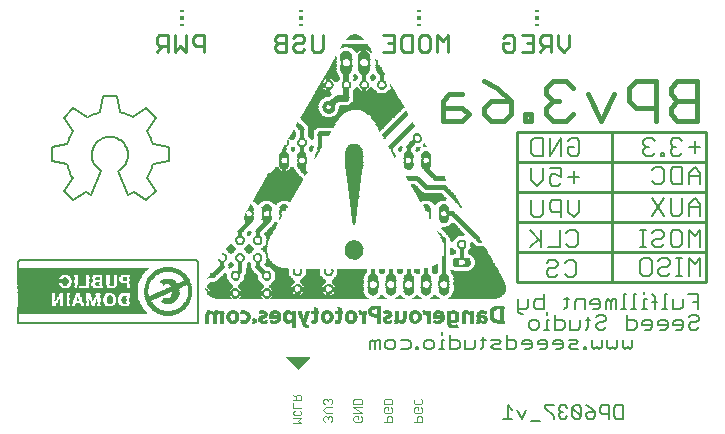
<source format=gbo>
G75*
G70*
%OFA0B0*%
%FSLAX24Y24*%
%IPPOS*%
%LPD*%
%AMOC8*
5,1,8,0,0,1.08239X$1,22.5*
%
%ADD10C,0.0040*%
%ADD11C,0.0180*%
%ADD12C,0.0110*%
%ADD13C,0.0070*%
%ADD14C,0.0080*%
%ADD15C,0.0100*%
%ADD16C,0.0010*%
%ADD17R,0.0118X0.0059*%
%ADD18R,0.0118X0.0118*%
%ADD19R,0.0290X0.0010*%
%ADD20R,0.0120X0.0010*%
%ADD21R,0.0140X0.0010*%
%ADD22R,0.0310X0.0010*%
%ADD23R,0.0130X0.0010*%
%ADD24R,0.0320X0.0010*%
%ADD25R,0.0330X0.0010*%
%ADD26R,0.0160X0.0010*%
%ADD27R,0.0340X0.0010*%
%ADD28R,0.0170X0.0010*%
%ADD29R,0.0180X0.0010*%
%ADD30R,0.0080X0.0010*%
%ADD31R,0.0030X0.0010*%
%ADD32R,0.0200X0.0010*%
%ADD33R,0.0040X0.0010*%
%ADD34R,0.0020X0.0010*%
%ADD35R,0.0150X0.0010*%
%ADD36R,0.0090X0.0010*%
%ADD37R,0.0100X0.0010*%
%ADD38R,0.0110X0.0010*%
%ADD39R,0.0060X0.0010*%
%ADD40R,0.0270X0.0010*%
%ADD41R,0.0250X0.0010*%
%ADD42R,0.0230X0.0010*%
%ADD43R,0.0210X0.0010*%
%ADD44R,0.0240X0.0010*%
%ADD45R,0.0220X0.0010*%
%ADD46R,0.0190X0.0010*%
%ADD47R,0.0260X0.0010*%
%ADD48R,0.0280X0.0010*%
%ADD49R,0.0370X0.0010*%
%ADD50R,0.0300X0.0010*%
%ADD51R,0.0360X0.0010*%
%ADD52R,0.0390X0.0010*%
%ADD53R,0.0350X0.0010*%
%ADD54R,0.0400X0.0010*%
%ADD55R,0.0380X0.0010*%
%ADD56R,0.0410X0.0010*%
%ADD57R,0.0420X0.0010*%
%ADD58R,0.0430X0.0010*%
%ADD59R,0.0070X0.0010*%
%ADD60R,0.0050X0.0010*%
%ADD61R,0.0010X0.0010*%
%ADD62R,0.0620X0.0010*%
%ADD63R,0.0610X0.0010*%
%ADD64R,0.0600X0.0010*%
%ADD65R,0.0450X0.0010*%
%ADD66R,0.0440X0.0010*%
%ADD67R,0.1520X0.0010*%
%ADD68R,0.3290X0.0010*%
%ADD69R,0.0770X0.0010*%
%ADD70R,0.0470X0.0010*%
%ADD71R,0.1590X0.0010*%
%ADD72R,0.3240X0.0010*%
%ADD73R,0.0740X0.0010*%
%ADD74R,0.0560X0.0010*%
%ADD75R,0.1600X0.0010*%
%ADD76R,0.3210X0.0010*%
%ADD77R,0.0720X0.0010*%
%ADD78R,0.0580X0.0010*%
%ADD79R,0.1620X0.0010*%
%ADD80R,0.3190X0.0010*%
%ADD81R,0.0700X0.0010*%
%ADD82R,0.1630X0.0010*%
%ADD83R,0.3170X0.0010*%
%ADD84R,0.0690X0.0010*%
%ADD85R,0.1650X0.0010*%
%ADD86R,0.3160X0.0010*%
%ADD87R,0.0680X0.0010*%
%ADD88R,0.0630X0.0010*%
%ADD89R,0.1670X0.0010*%
%ADD90R,0.3150X0.0010*%
%ADD91R,0.0660X0.0010*%
%ADD92R,0.0650X0.0010*%
%ADD93R,0.1680X0.0010*%
%ADD94R,0.3120X0.0010*%
%ADD95R,0.1690X0.0010*%
%ADD96R,0.3110X0.0010*%
%ADD97R,0.3100X0.0010*%
%ADD98R,0.3220X0.0010*%
%ADD99R,0.0900X0.0010*%
%ADD100R,0.0830X0.0010*%
%ADD101R,0.1700X0.0010*%
%ADD102R,0.1110X0.0010*%
%ADD103R,0.0840X0.0010*%
%ADD104R,0.0860X0.0010*%
%ADD105R,0.0880X0.0010*%
%ADD106R,0.1100X0.0010*%
%ADD107R,0.0820X0.0010*%
%ADD108R,0.0850X0.0010*%
%ADD109R,0.1080X0.0010*%
%ADD110R,0.0800X0.0010*%
%ADD111R,0.1710X0.0010*%
%ADD112R,0.0790X0.0010*%
%ADD113R,0.1720X0.0010*%
%ADD114R,0.1060X0.0010*%
%ADD115R,0.0810X0.0010*%
%ADD116R,0.1030X0.0010*%
%ADD117R,0.0750X0.0010*%
%ADD118R,0.1730X0.0010*%
%ADD119R,0.1020X0.0010*%
%ADD120R,0.0730X0.0010*%
%ADD121R,0.1010X0.0010*%
%ADD122R,0.0710X0.0010*%
%ADD123R,0.0780X0.0010*%
%ADD124R,0.1000X0.0010*%
%ADD125R,0.0990X0.0010*%
%ADD126R,0.0670X0.0010*%
%ADD127R,0.0760X0.0010*%
%ADD128R,0.0980X0.0010*%
%ADD129R,0.0960X0.0010*%
%ADD130R,0.0870X0.0010*%
%ADD131R,0.0950X0.0010*%
%ADD132R,0.0890X0.0010*%
%ADD133R,0.1090X0.0010*%
%ADD134R,0.1070X0.0010*%
%ADD135R,0.0640X0.0010*%
%ADD136R,0.0970X0.0010*%
%ADD137R,0.1040X0.0010*%
%ADD138R,0.1050X0.0010*%
%ADD139R,0.0590X0.0010*%
%ADD140R,0.0570X0.0010*%
%ADD141R,0.0550X0.0010*%
%ADD142R,0.0530X0.0010*%
%ADD143R,0.0510X0.0010*%
%ADD144R,0.1660X0.0010*%
%ADD145R,0.0480X0.0010*%
%ADD146R,0.0460X0.0010*%
%ADD147R,0.1640X0.0010*%
%ADD148R,0.0520X0.0010*%
%ADD149R,0.0940X0.0010*%
%ADD150R,0.0930X0.0010*%
%ADD151R,0.0540X0.0010*%
%ADD152R,0.0500X0.0010*%
%ADD153R,0.1610X0.0010*%
%ADD154R,0.0490X0.0010*%
%ADD155R,0.0920X0.0010*%
%ADD156R,0.0910X0.0010*%
%ADD157R,0.1270X0.0010*%
%ADD158R,0.1260X0.0010*%
%ADD159R,0.1250X0.0010*%
%ADD160R,0.1240X0.0010*%
%ADD161R,0.1220X0.0010*%
%ADD162R,0.1200X0.0010*%
%ADD163R,0.1190X0.0010*%
%ADD164R,0.1170X0.0010*%
%ADD165R,0.1160X0.0010*%
%ADD166R,0.1150X0.0010*%
%ADD167R,0.1130X0.0010*%
%ADD168R,0.1120X0.0010*%
%ADD169R,0.1180X0.0010*%
%ADD170R,0.1230X0.0010*%
%ADD171R,0.1280X0.0010*%
%ADD172R,0.1290X0.0010*%
%ADD173R,0.1210X0.0010*%
%ADD174R,0.1300X0.0010*%
%ADD175R,0.1350X0.0010*%
%ADD176R,0.1390X0.0010*%
%ADD177R,0.1440X0.0010*%
%ADD178R,0.2100X0.0010*%
%ADD179R,0.2110X0.0010*%
%ADD180R,0.2120X0.0010*%
%ADD181R,0.2130X0.0010*%
%ADD182R,0.2140X0.0010*%
%ADD183R,0.2150X0.0010*%
%ADD184R,0.2160X0.0010*%
%ADD185R,0.2170X0.0010*%
%ADD186R,0.2090X0.0010*%
%ADD187R,0.1840X0.0010*%
%ADD188R,0.1810X0.0010*%
%ADD189R,0.1790X0.0010*%
%ADD190R,0.1750X0.0010*%
%ADD191R,0.1570X0.0010*%
%ADD192R,0.1560X0.0010*%
%ADD193R,0.1550X0.0010*%
%ADD194R,0.1540X0.0010*%
%ADD195R,0.1530X0.0010*%
%ADD196R,0.1510X0.0010*%
%ADD197R,0.1500X0.0010*%
%ADD198R,0.1490X0.0010*%
%ADD199R,0.1480X0.0010*%
%ADD200R,0.1470X0.0010*%
%ADD201R,0.1460X0.0010*%
%ADD202R,0.1450X0.0010*%
%ADD203R,0.1430X0.0010*%
%ADD204C,0.0060*%
%ADD205R,0.6045X0.0015*%
%ADD206R,0.6045X0.0015*%
%ADD207R,0.0045X0.0015*%
%ADD208R,0.0045X0.0015*%
%ADD209R,0.0165X0.0015*%
%ADD210R,0.0345X0.0015*%
%ADD211R,0.0465X0.0015*%
%ADD212R,0.0555X0.0015*%
%ADD213R,0.0630X0.0015*%
%ADD214R,0.0705X0.0015*%
%ADD215R,0.4335X0.0015*%
%ADD216R,0.0765X0.0015*%
%ADD217R,0.4320X0.0015*%
%ADD218R,0.0795X0.0015*%
%ADD219R,0.4305X0.0015*%
%ADD220R,0.0855X0.0015*%
%ADD221R,0.4290X0.0015*%
%ADD222R,0.0915X0.0015*%
%ADD223R,0.4275X0.0015*%
%ADD224R,0.0360X0.0015*%
%ADD225R,0.4260X0.0015*%
%ADD226R,0.0315X0.0015*%
%ADD227R,0.4245X0.0015*%
%ADD228R,0.0300X0.0015*%
%ADD229R,0.4230X0.0015*%
%ADD230R,0.0270X0.0015*%
%ADD231R,0.0255X0.0015*%
%ADD232R,0.4215X0.0015*%
%ADD233R,0.0240X0.0015*%
%ADD234R,0.4200X0.0015*%
%ADD235R,0.0225X0.0015*%
%ADD236R,0.4185X0.0015*%
%ADD237R,0.0210X0.0015*%
%ADD238R,0.4170X0.0015*%
%ADD239R,0.4155X0.0015*%
%ADD240R,0.0195X0.0015*%
%ADD241R,0.0405X0.0015*%
%ADD242R,0.0105X0.0015*%
%ADD243R,0.0060X0.0015*%
%ADD244R,0.0075X0.0015*%
%ADD245R,0.0180X0.0015*%
%ADD246R,0.1155X0.0015*%
%ADD247R,0.0390X0.0015*%
%ADD248R,0.0090X0.0015*%
%ADD249R,0.0150X0.0015*%
%ADD250R,0.0135X0.0015*%
%ADD251R,0.0375X0.0015*%
%ADD252R,0.0120X0.0015*%
%ADD253R,0.0330X0.0015*%
%ADD254R,0.0435X0.0015*%
%ADD255R,0.0030X0.0015*%
%ADD256R,0.0480X0.0015*%
%ADD257R,0.0495X0.0015*%
%ADD258R,0.0015X0.0015*%
%ADD259R,0.0285X0.0015*%
%ADD260R,0.0450X0.0015*%
%ADD261R,0.0525X0.0015*%
%ADD262R,0.0885X0.0015*%
%ADD263R,0.3015X0.0015*%
%ADD264R,0.4020X0.0015*%
%ADD265R,0.0600X0.0015*%
%ADD266R,0.0570X0.0015*%
%ADD267R,0.0825X0.0015*%
%ADD268R,0.1440X0.0015*%
%ADD269R,0.1545X0.0015*%
%ADD270R,0.1500X0.0015*%
%ADD271R,0.1485X0.0015*%
%ADD272R,0.1455X0.0015*%
%ADD273R,0.1425X0.0015*%
%ADD274R,0.0510X0.0015*%
%ADD275R,0.0720X0.0015*%
%ADD276R,0.1410X0.0015*%
%ADD277R,0.0750X0.0015*%
%ADD278R,0.0945X0.0015*%
%ADD279R,0.0420X0.0015*%
%ADD280R,0.1395X0.0015*%
%ADD281R,0.1710X0.0015*%
%ADD282R,0.1695X0.0015*%
%ADD283R,0.1515X0.0015*%
%ADD284R,0.2565X0.0015*%
%ADD285R,0.1575X0.0015*%
%ADD286R,0.4350X0.0015*%
%ADD287R,0.4365X0.0015*%
%ADD288R,0.4395X0.0015*%
%ADD289R,0.0060X0.0015*%
%ADD290R,0.5985X0.0015*%
%ADD291R,0.5955X0.0015*%
%ADD292R,0.5910X0.0015*%
D10*
X014060Y004696D02*
X014301Y004696D01*
X014221Y004776D01*
X014301Y004856D01*
X014060Y004856D01*
X014100Y004954D02*
X014060Y004994D01*
X014060Y005074D01*
X014100Y005114D01*
X014060Y005211D02*
X014060Y005372D01*
X014060Y005469D02*
X014301Y005469D01*
X014301Y005589D01*
X014261Y005629D01*
X014180Y005629D01*
X014140Y005589D01*
X014140Y005469D01*
X014140Y005549D02*
X014060Y005629D01*
X014060Y005211D02*
X014301Y005211D01*
X014261Y005114D02*
X014301Y005074D01*
X014301Y004994D01*
X014261Y004954D01*
X014100Y004954D01*
X015060Y004875D02*
X015060Y004782D01*
X015107Y004735D01*
X015201Y004829D02*
X015201Y004875D01*
X015154Y004922D01*
X015107Y004922D01*
X015060Y004875D01*
X015201Y004875D02*
X015247Y004922D01*
X015294Y004922D01*
X015341Y004875D01*
X015341Y004782D01*
X015294Y004735D01*
X015341Y005030D02*
X015154Y005030D01*
X015060Y005123D01*
X015154Y005217D01*
X015341Y005217D01*
X015294Y005325D02*
X015341Y005371D01*
X015341Y005465D01*
X015294Y005511D01*
X015247Y005511D01*
X015201Y005465D01*
X015154Y005511D01*
X015107Y005511D01*
X015060Y005465D01*
X015060Y005371D01*
X015107Y005325D01*
X015201Y005418D02*
X015201Y005465D01*
X016060Y005465D02*
X016060Y005325D01*
X016341Y005325D01*
X016341Y005465D01*
X016294Y005511D01*
X016107Y005511D01*
X016060Y005465D01*
X016060Y005217D02*
X016341Y005217D01*
X016341Y005030D02*
X016060Y005030D01*
X016107Y004922D02*
X016201Y004922D01*
X016201Y004829D01*
X016294Y004922D02*
X016341Y004875D01*
X016341Y004782D01*
X016294Y004735D01*
X016107Y004735D01*
X016060Y004782D01*
X016060Y004875D01*
X016107Y004922D01*
X016341Y005030D02*
X016060Y005217D01*
X017079Y005170D02*
X017079Y005077D01*
X017125Y005030D01*
X017312Y005030D01*
X017359Y005077D01*
X017359Y005170D01*
X017312Y005217D01*
X017219Y005217D02*
X017219Y005123D01*
X017219Y005217D02*
X017125Y005217D01*
X017079Y005170D01*
X017079Y005325D02*
X017079Y005465D01*
X017125Y005511D01*
X017312Y005511D01*
X017359Y005465D01*
X017359Y005325D01*
X017079Y005325D01*
X017219Y004922D02*
X017172Y004875D01*
X017172Y004735D01*
X017079Y004735D02*
X017359Y004735D01*
X017359Y004875D01*
X017312Y004922D01*
X017219Y004922D01*
X018079Y005077D02*
X018079Y005170D01*
X018125Y005217D01*
X018219Y005217D01*
X018219Y005123D01*
X018312Y005030D02*
X018125Y005030D01*
X018079Y005077D01*
X018219Y004922D02*
X018172Y004875D01*
X018172Y004735D01*
X018079Y004735D02*
X018359Y004735D01*
X018359Y004875D01*
X018312Y004922D01*
X018219Y004922D01*
X018312Y005030D02*
X018359Y005077D01*
X018359Y005170D01*
X018312Y005217D01*
X018312Y005325D02*
X018125Y005325D01*
X018079Y005371D01*
X018079Y005465D01*
X018125Y005511D01*
X018312Y005511D02*
X018359Y005465D01*
X018359Y005371D01*
X018312Y005325D01*
D11*
X019032Y014773D02*
X019693Y014773D01*
X019913Y014993D01*
X019693Y015213D01*
X019032Y015213D01*
X019032Y015433D02*
X019032Y014773D01*
X019032Y015433D02*
X019253Y015653D01*
X019693Y015653D01*
X020414Y015213D02*
X020634Y015433D01*
X021294Y015433D01*
X021294Y014993D01*
X021074Y014773D01*
X020634Y014773D01*
X020414Y014993D01*
X020414Y015213D01*
X020854Y015874D02*
X021294Y015433D01*
X020854Y015874D02*
X020414Y016094D01*
X021765Y014993D02*
X021765Y014773D01*
X021985Y014773D01*
X021985Y014993D01*
X021765Y014993D01*
X022485Y014993D02*
X022705Y014773D01*
X023146Y014773D01*
X023366Y014993D01*
X022926Y015433D02*
X022705Y015433D01*
X022485Y015213D01*
X022485Y014993D01*
X022705Y015433D02*
X022485Y015653D01*
X022485Y015874D01*
X022705Y016094D01*
X023146Y016094D01*
X023366Y015874D01*
X023866Y015653D02*
X024307Y014773D01*
X024747Y015653D01*
X025248Y015433D02*
X025468Y015213D01*
X026128Y015213D01*
X026629Y015213D02*
X026629Y014993D01*
X026849Y014773D01*
X027509Y014773D01*
X027509Y016094D01*
X026849Y016094D01*
X026629Y015874D01*
X026629Y015653D01*
X026849Y015433D01*
X027509Y015433D01*
X026849Y015433D02*
X026629Y015213D01*
X026128Y014773D02*
X026128Y016094D01*
X025468Y016094D01*
X025248Y015874D01*
X025248Y015433D01*
D12*
X023245Y017256D02*
X023062Y017073D01*
X022879Y017256D01*
X022879Y017623D01*
X022638Y017623D02*
X022363Y017623D01*
X022271Y017531D01*
X022271Y017348D01*
X022363Y017256D01*
X022638Y017256D01*
X022638Y017073D02*
X022638Y017623D01*
X022454Y017256D02*
X022271Y017073D01*
X022030Y017073D02*
X021663Y017073D01*
X021422Y017164D02*
X021331Y017073D01*
X021147Y017073D01*
X021055Y017164D01*
X021055Y017348D01*
X021239Y017348D01*
X021422Y017531D02*
X021422Y017164D01*
X021422Y017531D02*
X021331Y017623D01*
X021147Y017623D01*
X021055Y017531D01*
X021663Y017623D02*
X022030Y017623D01*
X022030Y017073D01*
X022030Y017348D02*
X021847Y017348D01*
X023245Y017256D02*
X023245Y017623D01*
X019222Y017623D02*
X019222Y017073D01*
X018855Y017073D02*
X018855Y017623D01*
X019039Y017440D01*
X019222Y017623D01*
X018615Y017531D02*
X018615Y017164D01*
X018523Y017073D01*
X018339Y017073D01*
X018248Y017164D01*
X018248Y017531D01*
X018339Y017623D01*
X018523Y017623D01*
X018615Y017531D01*
X018007Y017623D02*
X018007Y017073D01*
X017732Y017073D01*
X017640Y017164D01*
X017640Y017531D01*
X017732Y017623D01*
X018007Y017623D01*
X017399Y017623D02*
X017399Y017073D01*
X017032Y017073D01*
X017216Y017348D02*
X017399Y017348D01*
X017399Y017623D02*
X017032Y017623D01*
X015030Y017623D02*
X015030Y017164D01*
X014939Y017073D01*
X014755Y017073D01*
X014664Y017164D01*
X014664Y017623D01*
X014423Y017531D02*
X014331Y017623D01*
X014148Y017623D01*
X014056Y017531D01*
X014148Y017348D02*
X014056Y017256D01*
X014056Y017164D01*
X014148Y017073D01*
X014331Y017073D01*
X014423Y017164D01*
X014331Y017348D02*
X014148Y017348D01*
X014331Y017348D02*
X014423Y017440D01*
X014423Y017531D01*
X013815Y017623D02*
X013815Y017073D01*
X013540Y017073D01*
X013448Y017164D01*
X013448Y017256D01*
X013540Y017348D01*
X013815Y017348D01*
X013815Y017623D02*
X013540Y017623D01*
X013448Y017531D01*
X013448Y017440D01*
X013540Y017348D01*
X011078Y017256D02*
X010803Y017256D01*
X010711Y017348D01*
X010711Y017531D01*
X010803Y017623D01*
X011078Y017623D01*
X011078Y017073D01*
X010470Y017073D02*
X010287Y017256D01*
X010103Y017073D01*
X010103Y017623D01*
X009862Y017623D02*
X009587Y017623D01*
X009496Y017531D01*
X009496Y017348D01*
X009587Y017256D01*
X009862Y017256D01*
X009679Y017256D02*
X009496Y017073D01*
X009862Y017073D02*
X009862Y017623D01*
X010470Y017623D02*
X010470Y017073D01*
D13*
X021552Y008821D02*
X021552Y008412D01*
X021633Y008330D01*
X021715Y008330D01*
X021797Y008494D02*
X021552Y008494D01*
X021797Y008494D02*
X021879Y008576D01*
X021879Y008821D01*
X022067Y008739D02*
X022149Y008821D01*
X022394Y008821D01*
X022394Y008984D02*
X022394Y008494D01*
X022149Y008494D01*
X022067Y008576D01*
X022067Y008739D01*
X022501Y008384D02*
X022501Y008302D01*
X022501Y008139D02*
X022501Y007812D01*
X022583Y007812D02*
X022419Y007812D01*
X022239Y007893D02*
X022239Y008057D01*
X022157Y008139D01*
X021994Y008139D01*
X021912Y008057D01*
X021912Y007893D01*
X021994Y007812D01*
X022157Y007812D01*
X022239Y007893D01*
X022771Y007812D02*
X023017Y007812D01*
X023098Y007893D01*
X023098Y008057D01*
X023017Y008139D01*
X022771Y008139D01*
X022771Y008302D02*
X022771Y007812D01*
X022794Y007478D02*
X022712Y007396D01*
X022712Y007315D01*
X023039Y007315D01*
X023039Y007396D02*
X022957Y007478D01*
X022794Y007478D01*
X023039Y007396D02*
X023039Y007233D01*
X022957Y007151D01*
X022794Y007151D01*
X022523Y007233D02*
X022523Y007396D01*
X022442Y007478D01*
X022278Y007478D01*
X022196Y007396D01*
X022196Y007315D01*
X022523Y007315D01*
X022523Y007233D02*
X022442Y007151D01*
X022278Y007151D01*
X022008Y007233D02*
X022008Y007396D01*
X021926Y007478D01*
X021763Y007478D01*
X021681Y007396D01*
X021681Y007315D01*
X022008Y007315D01*
X022008Y007233D02*
X021926Y007151D01*
X021763Y007151D01*
X021492Y007233D02*
X021492Y007396D01*
X021410Y007478D01*
X021165Y007478D01*
X021165Y007641D02*
X021165Y007151D01*
X021410Y007151D01*
X021492Y007233D01*
X020976Y007151D02*
X020731Y007151D01*
X020650Y007233D01*
X020731Y007315D01*
X020895Y007315D01*
X020976Y007396D01*
X020895Y007478D01*
X020650Y007478D01*
X020461Y007478D02*
X020297Y007478D01*
X020379Y007560D02*
X020379Y007233D01*
X020297Y007151D01*
X020117Y007233D02*
X020035Y007151D01*
X019790Y007151D01*
X019790Y007478D01*
X019601Y007396D02*
X019601Y007233D01*
X019520Y007151D01*
X019275Y007151D01*
X019275Y007641D01*
X019275Y007478D02*
X019520Y007478D01*
X019601Y007396D01*
X019086Y007478D02*
X019004Y007478D01*
X019004Y007151D01*
X019086Y007151D02*
X018922Y007151D01*
X018742Y007233D02*
X018660Y007151D01*
X018497Y007151D01*
X018415Y007233D01*
X018415Y007396D01*
X018497Y007478D01*
X018660Y007478D01*
X018742Y007396D01*
X018742Y007233D01*
X018226Y007233D02*
X018145Y007233D01*
X018145Y007151D01*
X018226Y007151D01*
X018226Y007233D01*
X017969Y007233D02*
X017969Y007396D01*
X017887Y007478D01*
X017642Y007478D01*
X017453Y007396D02*
X017453Y007233D01*
X017371Y007151D01*
X017208Y007151D01*
X017126Y007233D01*
X017126Y007396D01*
X017208Y007478D01*
X017371Y007478D01*
X017453Y007396D01*
X017642Y007151D02*
X017887Y007151D01*
X017969Y007233D01*
X016937Y007151D02*
X016937Y007478D01*
X016856Y007478D01*
X016774Y007396D01*
X016692Y007478D01*
X016611Y007396D01*
X016611Y007151D01*
X016774Y007151D02*
X016774Y007396D01*
X019004Y007641D02*
X019004Y007723D01*
X020117Y007478D02*
X020117Y007233D01*
X022501Y008139D02*
X022583Y008139D01*
X023090Y008494D02*
X023172Y008576D01*
X023172Y008903D01*
X023254Y008821D02*
X023090Y008821D01*
X023442Y008739D02*
X023442Y008494D01*
X023442Y008739D02*
X023524Y008821D01*
X023769Y008821D01*
X023769Y008494D01*
X023958Y008657D02*
X024285Y008657D01*
X024285Y008576D02*
X024285Y008739D01*
X024203Y008821D01*
X024040Y008821D01*
X023958Y008739D01*
X023958Y008657D01*
X024040Y008494D02*
X024203Y008494D01*
X024285Y008576D01*
X024474Y008494D02*
X024474Y008739D01*
X024555Y008821D01*
X024637Y008739D01*
X024637Y008494D01*
X024800Y008494D02*
X024800Y008821D01*
X024719Y008821D01*
X024637Y008739D01*
X024981Y008494D02*
X025144Y008494D01*
X025062Y008494D02*
X025062Y008984D01*
X025144Y008984D01*
X025406Y008984D02*
X025406Y008494D01*
X025488Y008494D02*
X025324Y008494D01*
X025178Y008302D02*
X025178Y007812D01*
X025423Y007812D01*
X025505Y007893D01*
X025505Y008057D01*
X025423Y008139D01*
X025178Y008139D01*
X025693Y008057D02*
X025693Y007975D01*
X026020Y007975D01*
X026020Y007893D02*
X026020Y008057D01*
X025939Y008139D01*
X025775Y008139D01*
X025693Y008057D01*
X025775Y007812D02*
X025939Y007812D01*
X026020Y007893D01*
X026209Y007975D02*
X026536Y007975D01*
X026536Y007893D02*
X026536Y008057D01*
X026454Y008139D01*
X026291Y008139D01*
X026209Y008057D01*
X026209Y007975D01*
X026291Y007812D02*
X026454Y007812D01*
X026536Y007893D01*
X026725Y007975D02*
X027052Y007975D01*
X027052Y007893D02*
X027052Y008057D01*
X026970Y008139D01*
X026806Y008139D01*
X026725Y008057D01*
X026725Y007975D01*
X026806Y007812D02*
X026970Y007812D01*
X027052Y007893D01*
X027240Y007893D02*
X027240Y007975D01*
X027322Y008057D01*
X027485Y008057D01*
X027567Y008139D01*
X027567Y008220D01*
X027485Y008302D01*
X027322Y008302D01*
X027240Y008220D01*
X026953Y008494D02*
X026708Y008494D01*
X026708Y008821D01*
X026519Y008984D02*
X026437Y008984D01*
X026437Y008494D01*
X026356Y008494D02*
X026519Y008494D01*
X026175Y008739D02*
X026012Y008739D01*
X026094Y008903D02*
X026094Y008494D01*
X025832Y008494D02*
X025668Y008494D01*
X025750Y008494D02*
X025750Y008821D01*
X025832Y008821D01*
X025750Y008984D02*
X025750Y009066D01*
X026012Y008984D02*
X026094Y008903D01*
X025488Y008984D02*
X025406Y008984D01*
X024473Y008220D02*
X024473Y008139D01*
X024392Y008057D01*
X024228Y008057D01*
X024146Y007975D01*
X024146Y007893D01*
X024228Y007812D01*
X024392Y007812D01*
X024473Y007893D01*
X024473Y008220D02*
X024392Y008302D01*
X024228Y008302D01*
X024146Y008220D01*
X023958Y008139D02*
X023794Y008139D01*
X023876Y008220D02*
X023876Y007893D01*
X023794Y007812D01*
X023614Y007893D02*
X023532Y007812D01*
X023287Y007812D01*
X023287Y008139D01*
X023614Y008139D02*
X023614Y007893D01*
X023473Y007478D02*
X023228Y007478D01*
X023309Y007315D02*
X023473Y007315D01*
X023555Y007396D01*
X023473Y007478D01*
X023309Y007315D02*
X023228Y007233D01*
X023309Y007151D01*
X023555Y007151D01*
X023731Y007151D02*
X023812Y007151D01*
X023812Y007233D01*
X023731Y007233D01*
X023731Y007151D01*
X024001Y007233D02*
X024001Y007478D01*
X024001Y007233D02*
X024083Y007151D01*
X024165Y007233D01*
X024246Y007151D01*
X024328Y007233D01*
X024328Y007478D01*
X024517Y007478D02*
X024517Y007233D01*
X024599Y007151D01*
X024680Y007233D01*
X024762Y007151D01*
X024844Y007233D01*
X024844Y007478D01*
X025032Y007478D02*
X025032Y007233D01*
X025114Y007151D01*
X025196Y007233D01*
X025278Y007151D01*
X025359Y007233D01*
X025359Y007478D01*
X026953Y008494D02*
X027035Y008576D01*
X027035Y008821D01*
X027224Y008984D02*
X027550Y008984D01*
X027550Y008494D01*
X027550Y008739D02*
X027387Y008739D01*
X027240Y007893D02*
X027322Y007812D01*
X027485Y007812D01*
X027567Y007893D01*
D14*
X027622Y009601D02*
X027622Y010182D01*
X027429Y009988D01*
X027235Y010182D01*
X027235Y009601D01*
X027015Y009601D02*
X026821Y009601D01*
X026918Y009601D02*
X026918Y010182D01*
X027015Y010182D02*
X026821Y010182D01*
X026610Y010085D02*
X026610Y009988D01*
X026513Y009892D01*
X026319Y009892D01*
X026223Y009795D01*
X026223Y009698D01*
X026319Y009601D01*
X026513Y009601D01*
X026610Y009698D01*
X026002Y009698D02*
X025905Y009601D01*
X025712Y009601D01*
X025615Y009698D01*
X025615Y010085D01*
X025712Y010182D01*
X025905Y010182D01*
X026002Y010085D01*
X026002Y009698D01*
X026223Y010085D02*
X026319Y010182D01*
X026513Y010182D01*
X026610Y010085D01*
X026724Y010551D02*
X026628Y010648D01*
X026628Y011035D01*
X026724Y011132D01*
X026918Y011132D01*
X027015Y011035D01*
X027015Y010648D01*
X026918Y010551D01*
X026724Y010551D01*
X026407Y010648D02*
X026310Y010551D01*
X026117Y010551D01*
X026020Y010648D01*
X026020Y010745D01*
X026117Y010842D01*
X026310Y010842D01*
X026407Y010938D01*
X026407Y011035D01*
X026310Y011132D01*
X026117Y011132D01*
X026020Y011035D01*
X025799Y011132D02*
X025606Y011132D01*
X025703Y011132D02*
X025703Y010551D01*
X025799Y010551D02*
X025606Y010551D01*
X027235Y010551D02*
X027235Y011132D01*
X027429Y010938D01*
X027622Y011132D01*
X027622Y010551D01*
X027622Y011601D02*
X027622Y011988D01*
X027429Y012182D01*
X027235Y011988D01*
X027235Y011601D01*
X027015Y011698D02*
X026918Y011601D01*
X026724Y011601D01*
X026628Y011698D01*
X026628Y012182D01*
X026407Y012182D02*
X026020Y011601D01*
X026407Y011601D02*
X026020Y012182D01*
X027015Y012182D02*
X027015Y011698D01*
X027235Y011892D02*
X027622Y011892D01*
X027622Y012651D02*
X027622Y013038D01*
X027429Y013232D01*
X027235Y013038D01*
X027235Y012651D01*
X027015Y012651D02*
X026724Y012651D01*
X026628Y012748D01*
X026628Y013135D01*
X026724Y013232D01*
X027015Y013232D01*
X027015Y012651D01*
X027235Y012942D02*
X027622Y012942D01*
X026918Y013601D02*
X027015Y013698D01*
X026918Y013601D02*
X026724Y013601D01*
X026628Y013698D01*
X026628Y013795D01*
X026724Y013892D01*
X026821Y013892D01*
X026724Y013892D02*
X026628Y013988D01*
X026628Y014085D01*
X026724Y014182D01*
X026918Y014182D01*
X027015Y014085D01*
X027235Y013892D02*
X027622Y013892D01*
X027429Y014085D02*
X027429Y013698D01*
X026407Y013698D02*
X026407Y013601D01*
X026310Y013601D01*
X026310Y013698D01*
X026407Y013698D01*
X026103Y013698D02*
X026006Y013601D01*
X025813Y013601D01*
X025716Y013698D01*
X025716Y013795D01*
X025813Y013892D01*
X025910Y013892D01*
X025813Y013892D02*
X025716Y013988D01*
X025716Y014085D01*
X025813Y014182D01*
X026006Y014182D01*
X026103Y014085D01*
X026117Y013232D02*
X026310Y013232D01*
X026407Y013135D01*
X026407Y012748D01*
X026310Y012651D01*
X026117Y012651D01*
X026020Y012748D01*
X026020Y013135D02*
X026117Y013232D01*
X023591Y012892D02*
X023204Y012892D01*
X022984Y012892D02*
X022984Y013182D01*
X022597Y013182D01*
X022693Y012988D02*
X022597Y012892D01*
X022597Y012698D01*
X022693Y012601D01*
X022887Y012601D01*
X022984Y012698D01*
X022984Y012892D02*
X022790Y012988D01*
X022693Y012988D01*
X022376Y012795D02*
X022182Y012601D01*
X021989Y012795D01*
X021989Y013182D01*
X022376Y013182D02*
X022376Y012795D01*
X022376Y012132D02*
X022376Y011648D01*
X022279Y011551D01*
X022086Y011551D01*
X021989Y011648D01*
X021989Y012132D01*
X022597Y012035D02*
X022597Y011842D01*
X022693Y011745D01*
X022984Y011745D01*
X022984Y011551D02*
X022984Y012132D01*
X022693Y012132D01*
X022597Y012035D01*
X023204Y012132D02*
X023204Y011745D01*
X023398Y011551D01*
X023591Y011745D01*
X023591Y012132D01*
X023398Y012698D02*
X023398Y013085D01*
X023495Y013601D02*
X023301Y013601D01*
X023204Y013698D01*
X023204Y013892D01*
X023398Y013892D01*
X023591Y014085D02*
X023591Y013698D01*
X023495Y013601D01*
X022984Y013601D02*
X022984Y014182D01*
X022597Y013601D01*
X022597Y014182D01*
X022376Y014182D02*
X022086Y014182D01*
X021989Y014085D01*
X021989Y013698D01*
X022086Y013601D01*
X022376Y013601D01*
X022376Y014182D01*
X023204Y014085D02*
X023301Y014182D01*
X023495Y014182D01*
X023591Y014085D01*
X023445Y011132D02*
X023541Y011035D01*
X023541Y010648D01*
X023445Y010551D01*
X023251Y010551D01*
X023154Y010648D01*
X022934Y010551D02*
X022547Y010551D01*
X022326Y010551D02*
X022326Y011132D01*
X022326Y010745D02*
X021939Y011132D01*
X022229Y010842D02*
X021939Y010551D01*
X022494Y010046D02*
X022590Y010142D01*
X022784Y010142D01*
X022880Y010046D01*
X022880Y009949D01*
X022784Y009852D01*
X022590Y009852D01*
X022494Y009755D01*
X022494Y009659D01*
X022590Y009562D01*
X022784Y009562D01*
X022880Y009659D01*
X023101Y009659D02*
X023198Y009562D01*
X023391Y009562D01*
X023488Y009659D01*
X023488Y010046D01*
X023391Y010142D01*
X023198Y010142D01*
X023101Y010046D01*
X022934Y010551D02*
X022934Y011132D01*
X023154Y011035D02*
X023251Y011132D01*
X023445Y011132D01*
X009894Y013436D02*
X009894Y013886D01*
X009364Y013986D01*
X009174Y014426D02*
X009484Y014876D01*
X009154Y015196D01*
X008704Y014886D01*
X008274Y015066D02*
X008174Y015606D01*
X007714Y015606D01*
X007614Y015066D01*
X007184Y014886D02*
X006724Y015196D01*
X006404Y014876D01*
X006714Y014426D01*
X006524Y013986D02*
X005994Y013886D01*
X005994Y013436D01*
X006514Y013336D01*
X006694Y012876D02*
X006404Y012446D01*
X006724Y012126D01*
X007144Y012406D01*
X007324Y012306D01*
X007654Y013106D01*
X008224Y013106D02*
X008554Y012306D01*
X008734Y012406D01*
X009154Y012116D01*
X009484Y012446D01*
X009184Y012876D01*
X009374Y013336D02*
X009894Y013436D01*
X008705Y014886D02*
X008647Y014919D01*
X008588Y014949D01*
X008527Y014976D01*
X008466Y015000D01*
X008403Y015022D01*
X008339Y015041D01*
X008275Y015056D01*
X009174Y014426D02*
X009210Y014368D01*
X009243Y014307D01*
X009274Y014245D01*
X009301Y014182D01*
X009325Y014118D01*
X009346Y014052D01*
X009364Y013986D01*
X007615Y015056D02*
X007541Y015037D01*
X007469Y015014D01*
X007398Y014987D01*
X007328Y014957D01*
X007261Y014923D01*
X007195Y014886D01*
X007654Y013106D02*
X007612Y013130D01*
X007573Y013158D01*
X007536Y013189D01*
X007501Y013223D01*
X007469Y013259D01*
X007441Y013298D01*
X007415Y013339D01*
X007393Y013382D01*
X007375Y013427D01*
X007360Y013473D01*
X007348Y013520D01*
X007341Y013567D01*
X007337Y013615D01*
X007338Y013664D01*
X007342Y013712D01*
X007350Y013759D01*
X007362Y013806D01*
X007377Y013852D01*
X007396Y013896D01*
X007419Y013939D01*
X007445Y013980D01*
X007474Y014018D01*
X007506Y014054D01*
X007541Y014088D01*
X007579Y014118D01*
X007618Y014145D01*
X007660Y014170D01*
X007704Y014190D01*
X007749Y014207D01*
X007795Y014221D01*
X007843Y014230D01*
X007891Y014236D01*
X007939Y014238D01*
X007987Y014236D01*
X008035Y014230D01*
X008083Y014221D01*
X008129Y014207D01*
X008174Y014190D01*
X008218Y014170D01*
X008260Y014145D01*
X008299Y014118D01*
X008337Y014088D01*
X008372Y014054D01*
X008404Y014018D01*
X008433Y013980D01*
X008459Y013939D01*
X008482Y013896D01*
X008501Y013852D01*
X008516Y013806D01*
X008528Y013759D01*
X008536Y013712D01*
X008540Y013664D01*
X008541Y013615D01*
X008537Y013567D01*
X008530Y013520D01*
X008518Y013473D01*
X008503Y013427D01*
X008485Y013382D01*
X008463Y013339D01*
X008437Y013298D01*
X008409Y013259D01*
X008377Y013223D01*
X008342Y013189D01*
X008305Y013158D01*
X008266Y013130D01*
X008224Y013106D01*
X006694Y012875D02*
X006659Y012937D01*
X006626Y013000D01*
X006597Y013065D01*
X006572Y013131D01*
X006549Y013198D01*
X006530Y013266D01*
X006514Y013336D01*
X009184Y012875D02*
X009219Y012937D01*
X009252Y013000D01*
X009281Y013065D01*
X009306Y013131D01*
X009329Y013198D01*
X009348Y013266D01*
X009364Y013336D01*
X006714Y014426D02*
X006678Y014367D01*
X006645Y014307D01*
X006615Y014245D01*
X006588Y014182D01*
X006563Y014118D01*
X006542Y014053D01*
X006524Y013986D01*
D15*
X021520Y014400D02*
X021520Y013400D01*
X027820Y013400D01*
X027820Y014400D01*
X024670Y014400D01*
X024670Y009400D01*
X027820Y009400D01*
X027820Y010400D01*
X021520Y010400D01*
X021520Y009400D01*
X024670Y009400D01*
X027820Y010400D02*
X027820Y011400D01*
X021520Y011400D01*
X021520Y010400D01*
X021520Y011400D02*
X021520Y012400D01*
X027820Y012400D01*
X027820Y013400D01*
X027820Y012400D02*
X027820Y011400D01*
X024670Y014400D02*
X021520Y014400D01*
X021520Y013400D02*
X021520Y012400D01*
D16*
X014197Y006513D02*
X013804Y006906D01*
X014591Y006906D01*
X014197Y006513D01*
X014189Y006521D02*
X014206Y006521D01*
X014215Y006530D02*
X014180Y006530D01*
X014172Y006538D02*
X014223Y006538D01*
X014232Y006547D02*
X014163Y006547D01*
X014155Y006555D02*
X014240Y006555D01*
X014249Y006564D02*
X014146Y006564D01*
X014138Y006572D02*
X014257Y006572D01*
X014266Y006581D02*
X014129Y006581D01*
X014121Y006590D02*
X014274Y006590D01*
X014283Y006598D02*
X014112Y006598D01*
X014104Y006607D02*
X014291Y006607D01*
X014300Y006615D02*
X014095Y006615D01*
X014086Y006624D02*
X014309Y006624D01*
X014317Y006632D02*
X014078Y006632D01*
X014069Y006641D02*
X014326Y006641D01*
X014334Y006649D02*
X014061Y006649D01*
X014052Y006658D02*
X014343Y006658D01*
X014351Y006666D02*
X014044Y006666D01*
X014035Y006675D02*
X014360Y006675D01*
X014368Y006684D02*
X014027Y006684D01*
X014018Y006692D02*
X014377Y006692D01*
X014385Y006701D02*
X014010Y006701D01*
X014001Y006709D02*
X014394Y006709D01*
X014402Y006718D02*
X013992Y006718D01*
X013984Y006726D02*
X014411Y006726D01*
X014420Y006735D02*
X013975Y006735D01*
X013967Y006743D02*
X014428Y006743D01*
X014437Y006752D02*
X013958Y006752D01*
X013950Y006760D02*
X014445Y006760D01*
X014454Y006769D02*
X013941Y006769D01*
X013933Y006778D02*
X014462Y006778D01*
X014471Y006786D02*
X013924Y006786D01*
X013916Y006795D02*
X014479Y006795D01*
X014488Y006803D02*
X013907Y006803D01*
X013899Y006812D02*
X014496Y006812D01*
X014505Y006820D02*
X013890Y006820D01*
X013881Y006829D02*
X014514Y006829D01*
X014522Y006837D02*
X013873Y006837D01*
X013864Y006846D02*
X014531Y006846D01*
X014539Y006854D02*
X013856Y006854D01*
X013847Y006863D02*
X014548Y006863D01*
X014556Y006871D02*
X013839Y006871D01*
X013830Y006880D02*
X014565Y006880D01*
X014573Y006889D02*
X013822Y006889D01*
X013813Y006897D02*
X014582Y006897D01*
X014590Y006906D02*
X013805Y006906D01*
D17*
X014296Y017963D03*
X014296Y018435D03*
X010359Y018435D03*
X010359Y017963D03*
X018233Y017963D03*
X018233Y018435D03*
X022170Y018435D03*
X022170Y017963D03*
D18*
X022170Y018199D03*
X018233Y018199D03*
X014296Y018199D03*
X010359Y018199D03*
D19*
X014971Y015760D03*
X015351Y016420D03*
X015351Y016430D03*
X016651Y015740D03*
X017311Y015700D03*
X015691Y015060D03*
X015461Y014870D03*
X016981Y014590D03*
X017891Y013640D03*
X018481Y013640D03*
X018481Y013230D03*
X018481Y013220D03*
X017891Y013220D03*
X018271Y012350D03*
X019071Y011880D03*
X019071Y011870D03*
X019071Y011860D03*
X019321Y011660D03*
X019071Y011450D03*
X019071Y011440D03*
X019351Y011240D03*
X019391Y010900D03*
X019071Y009580D03*
X018481Y009580D03*
X017901Y009010D03*
X017301Y009010D03*
X016711Y009010D03*
X016711Y009020D03*
X016711Y009580D03*
X016091Y010170D03*
X013241Y009990D03*
X012571Y010440D03*
X012571Y010510D03*
X011981Y010510D03*
X011981Y010440D03*
X012201Y009740D03*
X011701Y009460D03*
X013451Y008370D03*
X013051Y008070D03*
X013051Y008060D03*
X012451Y008080D03*
X012451Y008090D03*
X012441Y008070D03*
X015191Y008040D03*
X015181Y008380D03*
X015981Y008040D03*
X016821Y008230D03*
X017201Y008080D03*
X017211Y008060D03*
X018121Y008380D03*
X018901Y008370D03*
X018871Y008030D03*
X019411Y007860D03*
X020311Y008250D03*
X020361Y008380D03*
X016091Y012090D03*
X016091Y012100D03*
X016091Y012110D03*
X016091Y012120D03*
X016091Y012130D03*
X016091Y012140D03*
X016091Y012150D03*
X014351Y013220D03*
X013751Y013220D03*
X013751Y013230D03*
X013751Y013640D03*
X013161Y011870D03*
X013161Y011450D03*
X012571Y011450D03*
X012571Y011440D03*
D20*
X012666Y011750D03*
X012646Y011880D03*
X012866Y011990D03*
X013456Y011990D03*
X013256Y011750D03*
X012596Y011030D03*
X013216Y010880D03*
X013216Y010870D03*
X013116Y010550D03*
X013116Y010410D03*
X013116Y010400D03*
X013216Y010110D03*
X013046Y009670D03*
X013886Y008420D03*
X014076Y008380D03*
X014076Y008370D03*
X014286Y008320D03*
X014296Y008290D03*
X014296Y008280D03*
X014306Y008270D03*
X014306Y008260D03*
X014306Y008250D03*
X014306Y008240D03*
X014316Y008220D03*
X014316Y008210D03*
X014326Y008190D03*
X014336Y008160D03*
X014466Y008180D03*
X014496Y008270D03*
X014506Y007860D03*
X013586Y008150D03*
X013586Y008160D03*
X013586Y008170D03*
X013586Y008260D03*
X013586Y008270D03*
X013586Y008280D03*
X013576Y008290D03*
X013576Y008300D03*
X013336Y008320D03*
X013326Y008300D03*
X013326Y008290D03*
X013316Y008280D03*
X013316Y008270D03*
X012956Y008130D03*
X012956Y008120D03*
X012956Y008110D03*
X012756Y008130D03*
X011186Y008130D03*
X011186Y008140D03*
X011186Y008150D03*
X011186Y008160D03*
X011186Y008170D03*
X011186Y008180D03*
X011186Y008190D03*
X011186Y008200D03*
X011186Y008210D03*
X011186Y008220D03*
X011186Y008230D03*
X011186Y008240D03*
X011186Y008250D03*
X011186Y008260D03*
X011186Y008270D03*
X011186Y008280D03*
X011186Y008120D03*
X011186Y008110D03*
X011186Y008100D03*
X011186Y008090D03*
X011186Y008080D03*
X011186Y008070D03*
X011186Y008060D03*
X011186Y008050D03*
X011186Y008040D03*
X011186Y008030D03*
X011186Y008020D03*
X011186Y008010D03*
X015606Y008150D03*
X015606Y008160D03*
X015606Y008170D03*
X015606Y008180D03*
X015606Y008190D03*
X015606Y008200D03*
X015606Y008210D03*
X015606Y008220D03*
X015606Y008230D03*
X015606Y008240D03*
X015606Y008250D03*
X015606Y008260D03*
X015606Y008270D03*
X015606Y008280D03*
X015606Y008290D03*
X015606Y008300D03*
X015606Y008310D03*
X015606Y008320D03*
X015606Y008430D03*
X015606Y008440D03*
X015606Y008450D03*
X015606Y008460D03*
X015606Y008470D03*
X015606Y008480D03*
X015606Y008490D03*
X016296Y008380D03*
X016296Y008370D03*
X016716Y008950D03*
X017006Y008900D03*
X017306Y008950D03*
X017596Y008900D03*
X017896Y008950D03*
X018186Y008910D03*
X018776Y008910D03*
X019196Y009190D03*
X018596Y009410D03*
X018786Y009680D03*
X018806Y009910D03*
X019086Y010190D03*
X019346Y010470D03*
X020016Y010660D03*
X020276Y010710D03*
X019346Y010770D03*
X019346Y010780D03*
X019086Y010760D03*
X019086Y010750D03*
X019086Y010740D03*
X019056Y010840D03*
X019046Y010850D03*
X019166Y011750D03*
X019476Y012100D03*
X019466Y012110D03*
X019456Y012130D03*
X018576Y013340D03*
X018486Y013730D03*
X018226Y013850D03*
X018196Y013770D03*
X017796Y013520D03*
X017606Y013770D03*
X017626Y013840D03*
X017326Y013850D03*
X017106Y014230D03*
X016956Y014480D03*
X017796Y015010D03*
X018016Y014630D03*
X016656Y015820D03*
X016716Y016120D03*
X016716Y016130D03*
X016866Y016580D03*
X016556Y016580D03*
X016276Y016580D03*
X015966Y016580D03*
X015686Y016580D03*
X015436Y016710D03*
X016176Y017060D03*
X014956Y015870D03*
X014076Y014360D03*
X014076Y014350D03*
X013996Y014140D03*
X014666Y014180D03*
X014666Y013880D03*
X014926Y013850D03*
X014926Y013840D03*
X014436Y013530D03*
X014256Y013530D03*
X014256Y013340D03*
X014436Y013340D03*
X014006Y013180D03*
X013846Y013340D03*
X013846Y013530D03*
X013766Y013810D03*
X013766Y013820D03*
X013766Y013830D03*
X013506Y013180D03*
X017006Y009680D03*
X017596Y009680D03*
X017426Y009400D03*
X017186Y009400D03*
X016836Y009400D03*
X016596Y009410D03*
X018016Y009400D03*
X018196Y009680D03*
X018436Y008380D03*
X018576Y008380D03*
X018576Y008390D03*
X018576Y008370D03*
X018576Y008360D03*
X018566Y008240D03*
X018566Y008230D03*
X018566Y008220D03*
X018566Y008210D03*
X018566Y008200D03*
X018566Y008190D03*
X018566Y008180D03*
X018566Y008170D03*
X018566Y008160D03*
X018566Y008150D03*
X018566Y008140D03*
X018566Y008130D03*
X018566Y008120D03*
X018566Y008110D03*
X018566Y008100D03*
X018566Y008090D03*
X018566Y008080D03*
X018566Y008070D03*
X018566Y008060D03*
X018566Y008050D03*
X018566Y008040D03*
X018566Y008030D03*
X018766Y008260D03*
X018766Y008270D03*
X018766Y008280D03*
X018776Y008290D03*
X018776Y008300D03*
X018786Y008320D03*
X019016Y008310D03*
X019026Y008300D03*
X019026Y008290D03*
X019036Y008280D03*
X019036Y008270D03*
X019036Y008260D03*
X019036Y008160D03*
X019036Y008150D03*
X019246Y008010D03*
X019246Y008000D03*
X019236Y008390D03*
X019736Y008010D03*
X020216Y008010D03*
X020216Y008020D03*
X020226Y008030D03*
X017766Y008170D03*
X017766Y008180D03*
X017766Y008190D03*
X017766Y008200D03*
X017766Y008210D03*
X017766Y008220D03*
X017766Y008230D03*
X017766Y008240D03*
X017766Y008250D03*
X017766Y008260D03*
X017766Y008270D03*
X017766Y008280D03*
X017766Y008290D03*
X017766Y008300D03*
X017766Y008310D03*
X017766Y008320D03*
X017766Y008330D03*
X017766Y008340D03*
X017766Y008350D03*
X017766Y008360D03*
X017766Y008370D03*
X017766Y008380D03*
X017766Y008390D03*
X017766Y008400D03*
X017766Y008410D03*
X017286Y008320D03*
X017116Y008130D03*
X017116Y008110D03*
X017116Y008100D03*
X017226Y008000D03*
X017496Y008020D03*
X017496Y008030D03*
X017496Y008040D03*
D21*
X017506Y008130D03*
X017506Y008140D03*
X017686Y008010D03*
X017756Y008130D03*
X017756Y008140D03*
X017976Y008160D03*
X017976Y008170D03*
X017976Y008180D03*
X017976Y008190D03*
X017976Y008200D03*
X017976Y008210D03*
X017976Y008220D03*
X017976Y008230D03*
X017976Y008240D03*
X017976Y008250D03*
X017976Y008260D03*
X017986Y008280D03*
X017986Y008290D03*
X017996Y008300D03*
X017986Y008150D03*
X017986Y008140D03*
X017996Y008120D03*
X018246Y008110D03*
X018256Y008120D03*
X018256Y008130D03*
X018266Y008140D03*
X018266Y008150D03*
X018276Y008190D03*
X018276Y008200D03*
X018276Y008210D03*
X018276Y008220D03*
X018276Y008230D03*
X018266Y008270D03*
X018256Y008300D03*
X018246Y008310D03*
X018126Y008420D03*
X018556Y008270D03*
X019246Y008280D03*
X019246Y008290D03*
X019246Y008140D03*
X019256Y007970D03*
X019266Y007960D03*
X019506Y008130D03*
X019516Y008140D03*
X019516Y008150D03*
X019526Y008170D03*
X019526Y008180D03*
X019526Y008190D03*
X019526Y008200D03*
X019526Y008210D03*
X019526Y008220D03*
X019526Y008230D03*
X019526Y008240D03*
X019526Y008250D03*
X019516Y008280D03*
X019516Y008290D03*
X019506Y008300D03*
X019746Y008300D03*
X019746Y008290D03*
X019826Y008410D03*
X019996Y008280D03*
X020236Y008120D03*
X020236Y008110D03*
X020466Y008100D03*
X020466Y008170D03*
X020456Y008180D03*
X020666Y008220D03*
X020666Y008230D03*
X020666Y008240D03*
X020676Y008210D03*
X020676Y008200D03*
X020686Y008170D03*
X020666Y008350D03*
X020666Y008360D03*
X020666Y008370D03*
X020666Y008380D03*
X020676Y008390D03*
X020676Y008400D03*
X021026Y008400D03*
X021026Y008410D03*
X021026Y008420D03*
X021026Y008430D03*
X021026Y008440D03*
X021026Y008450D03*
X021026Y008460D03*
X021026Y008470D03*
X021026Y008480D03*
X021026Y008390D03*
X021026Y008380D03*
X021026Y008370D03*
X021026Y008360D03*
X021026Y008350D03*
X021026Y008340D03*
X021026Y008330D03*
X021026Y008320D03*
X021026Y008310D03*
X021026Y008300D03*
X021026Y008290D03*
X021026Y008280D03*
X021026Y008270D03*
X021026Y008260D03*
X021026Y008250D03*
X021026Y008240D03*
X021026Y008230D03*
X021026Y008220D03*
X021026Y008210D03*
X021026Y008200D03*
X021026Y008190D03*
X021026Y008180D03*
X021026Y008170D03*
X021026Y008160D03*
X021026Y008150D03*
X021026Y008140D03*
X021026Y008130D03*
X021026Y008120D03*
X021026Y008110D03*
X021026Y008100D03*
X020956Y008000D03*
X019076Y008950D03*
X018966Y009180D03*
X019186Y009180D03*
X018586Y009180D03*
X018006Y009180D03*
X017786Y009180D03*
X017596Y008890D03*
X017416Y009180D03*
X017196Y009180D03*
X017006Y008890D03*
X016826Y009180D03*
X016606Y009180D03*
X016826Y009410D03*
X016716Y009650D03*
X016716Y009660D03*
X016716Y009670D03*
X016716Y009680D03*
X016716Y009690D03*
X016716Y009700D03*
X016716Y009710D03*
X016716Y009720D03*
X016716Y009730D03*
X016716Y009740D03*
X016716Y009750D03*
X016716Y009760D03*
X016716Y009770D03*
X016716Y009780D03*
X016716Y009790D03*
X016716Y009800D03*
X016716Y009810D03*
X017306Y009810D03*
X017306Y009800D03*
X017306Y009790D03*
X017306Y009780D03*
X017306Y009770D03*
X017306Y009760D03*
X017306Y009750D03*
X017306Y009740D03*
X017306Y009730D03*
X017306Y009720D03*
X017306Y009710D03*
X017306Y009700D03*
X017306Y009690D03*
X017306Y009680D03*
X017306Y009670D03*
X017306Y009660D03*
X017306Y009650D03*
X017306Y009640D03*
X017896Y009640D03*
X017896Y009650D03*
X017896Y009660D03*
X017896Y009670D03*
X017896Y009680D03*
X017896Y009690D03*
X017896Y009700D03*
X017896Y009710D03*
X017896Y009720D03*
X017896Y009730D03*
X017896Y009740D03*
X017896Y009750D03*
X017896Y009760D03*
X017896Y009770D03*
X017896Y009780D03*
X017896Y009790D03*
X017896Y009800D03*
X017896Y009810D03*
X018786Y009690D03*
X019076Y009690D03*
X019076Y009700D03*
X019076Y009710D03*
X019076Y009720D03*
X019076Y009730D03*
X019076Y009740D03*
X019076Y009750D03*
X019076Y009760D03*
X019076Y009770D03*
X019076Y009780D03*
X019076Y009790D03*
X019076Y009800D03*
X019076Y009810D03*
X019076Y009820D03*
X019076Y009830D03*
X019076Y009840D03*
X019076Y009850D03*
X019076Y009860D03*
X019076Y009870D03*
X019076Y009880D03*
X019076Y009890D03*
X019076Y009900D03*
X019076Y009910D03*
X019076Y009920D03*
X019076Y009930D03*
X019076Y009940D03*
X019076Y009950D03*
X019076Y009960D03*
X019076Y009970D03*
X019076Y009980D03*
X019076Y009990D03*
X019076Y010000D03*
X019076Y010010D03*
X019076Y010020D03*
X019076Y010030D03*
X019076Y010040D03*
X019076Y010050D03*
X019076Y010060D03*
X019076Y010070D03*
X019076Y010080D03*
X019076Y010090D03*
X019076Y010100D03*
X019076Y010110D03*
X019076Y010120D03*
X019076Y010130D03*
X019076Y010140D03*
X019076Y010150D03*
X019076Y010160D03*
X019356Y010450D03*
X019666Y010450D03*
X019666Y010460D03*
X019666Y010470D03*
X019666Y010440D03*
X019666Y010430D03*
X019666Y010420D03*
X019666Y010410D03*
X019666Y010400D03*
X019666Y010390D03*
X019666Y010380D03*
X019666Y010370D03*
X019666Y010360D03*
X019666Y010350D03*
X019666Y010340D03*
X019666Y010330D03*
X019666Y010320D03*
X019666Y010310D03*
X019666Y010300D03*
X019666Y010290D03*
X019666Y010280D03*
X019666Y010270D03*
X019666Y010260D03*
X019666Y010250D03*
X019666Y010240D03*
X019666Y010230D03*
X019666Y010220D03*
X019666Y010210D03*
X019666Y010200D03*
X019356Y009750D03*
X019076Y009680D03*
X019076Y009670D03*
X019076Y009660D03*
X019076Y009650D03*
X020026Y010640D03*
X020236Y010760D03*
X020256Y010740D03*
X019666Y010780D03*
X019356Y010800D03*
X019076Y010800D03*
X019066Y010820D03*
X019366Y011300D03*
X018986Y011560D03*
X019446Y012140D03*
X019436Y012150D03*
X019426Y012160D03*
X018046Y012620D03*
X018036Y012630D03*
X017896Y013140D03*
X017896Y013730D03*
X017896Y013740D03*
X017896Y013750D03*
X017896Y013760D03*
X017896Y013770D03*
X017896Y013780D03*
X017896Y013790D03*
X017896Y013800D03*
X017896Y013810D03*
X017896Y013820D03*
X017896Y013830D03*
X017896Y013840D03*
X017616Y013820D03*
X017616Y013810D03*
X017606Y013790D03*
X017606Y013780D03*
X017326Y013860D03*
X017106Y014240D03*
X018016Y014620D03*
X018186Y014320D03*
X018226Y013840D03*
X018196Y013790D03*
X017796Y015000D03*
X017336Y015800D03*
X017006Y015800D03*
X016656Y015810D03*
X016416Y015800D03*
X016416Y015790D03*
X016416Y015780D03*
X016416Y015770D03*
X016416Y015760D03*
X016416Y015750D03*
X016416Y015740D03*
X016416Y016120D03*
X016416Y016130D03*
X016416Y016140D03*
X016416Y016150D03*
X016416Y016160D03*
X016416Y016170D03*
X016416Y016180D03*
X016416Y016190D03*
X016416Y016200D03*
X016416Y016210D03*
X016416Y016220D03*
X016416Y016230D03*
X016416Y016250D03*
X016416Y016260D03*
X016416Y016270D03*
X016416Y016280D03*
X016416Y016290D03*
X016416Y016300D03*
X016126Y016240D03*
X016126Y016140D03*
X016286Y016570D03*
X016546Y016810D03*
X016416Y017070D03*
X016416Y017080D03*
X016416Y017090D03*
X016416Y017100D03*
X016416Y017110D03*
X016416Y017120D03*
X016566Y017120D03*
X016176Y017080D03*
X016176Y017070D03*
X015826Y017070D03*
X015426Y016690D03*
X015426Y016680D03*
X015426Y016670D03*
X015226Y016150D03*
X015226Y016140D03*
X015226Y016130D03*
X015226Y016120D03*
X015226Y016110D03*
X015226Y015790D03*
X015226Y015780D03*
X015226Y015770D03*
X015226Y015760D03*
X015226Y015750D03*
X015226Y015740D03*
X015366Y015250D03*
X015376Y015240D03*
X015376Y015230D03*
X015376Y015220D03*
X015376Y015210D03*
X015376Y015200D03*
X015376Y015190D03*
X015376Y015180D03*
X015236Y015010D03*
X015106Y015160D03*
X015096Y015170D03*
X015096Y015180D03*
X015096Y015240D03*
X014236Y014610D03*
X014346Y014440D03*
X014346Y014430D03*
X014346Y014420D03*
X014346Y014410D03*
X014346Y014400D03*
X014346Y014390D03*
X014346Y014380D03*
X014346Y014370D03*
X014346Y014360D03*
X014346Y014350D03*
X014346Y014340D03*
X014346Y014330D03*
X014346Y014320D03*
X014346Y014310D03*
X014346Y014300D03*
X014346Y014290D03*
X014346Y014280D03*
X014346Y014270D03*
X014346Y014260D03*
X014346Y014250D03*
X014346Y014240D03*
X014346Y014230D03*
X014346Y014220D03*
X014346Y014210D03*
X014346Y014200D03*
X014346Y014190D03*
X014346Y014180D03*
X014346Y014170D03*
X014656Y014200D03*
X014936Y014200D03*
X014936Y014210D03*
X014936Y014220D03*
X014936Y014230D03*
X014936Y014240D03*
X014936Y014190D03*
X014936Y014180D03*
X014936Y014170D03*
X014936Y014160D03*
X014936Y014150D03*
X014936Y014140D03*
X014936Y014130D03*
X014936Y014120D03*
X014936Y014110D03*
X014936Y014100D03*
X014936Y014090D03*
X014936Y014080D03*
X014936Y014070D03*
X014936Y014060D03*
X014936Y014050D03*
X014936Y014040D03*
X014936Y014030D03*
X014936Y014020D03*
X014936Y014010D03*
X014936Y014000D03*
X014936Y013990D03*
X014936Y013980D03*
X014936Y013970D03*
X014936Y013960D03*
X014936Y013950D03*
X014936Y013940D03*
X014936Y013930D03*
X014936Y013920D03*
X014936Y013910D03*
X014936Y013900D03*
X014936Y013890D03*
X014936Y013880D03*
X014936Y013870D03*
X014656Y013850D03*
X014646Y013780D03*
X014346Y013780D03*
X014346Y013790D03*
X014346Y013800D03*
X014346Y013810D03*
X014346Y013820D03*
X014346Y013830D03*
X014346Y013840D03*
X014346Y013850D03*
X014346Y013860D03*
X014346Y013870D03*
X014346Y013880D03*
X014346Y013770D03*
X014346Y013760D03*
X014346Y013750D03*
X014346Y013740D03*
X014346Y013730D03*
X014056Y013780D03*
X013756Y013780D03*
X013756Y013790D03*
X013756Y013770D03*
X013756Y013760D03*
X013756Y013750D03*
X013756Y013740D03*
X013756Y013730D03*
X014066Y014310D03*
X014066Y014320D03*
X014006Y013160D03*
X013756Y013120D03*
X013756Y013110D03*
X013756Y013100D03*
X013756Y013090D03*
X013506Y013150D03*
X013506Y013160D03*
X014436Y013010D03*
X013456Y012000D03*
X013166Y011950D03*
X012866Y012000D03*
X012646Y011860D03*
X012486Y011560D03*
X013076Y011560D03*
X013446Y011300D03*
X013456Y011310D03*
X012866Y011030D03*
X012866Y011020D03*
X012866Y011010D03*
X012866Y011000D03*
X012866Y010990D03*
X012866Y010980D03*
X012866Y010970D03*
X012866Y010960D03*
X012866Y010950D03*
X012866Y010940D03*
X012866Y010930D03*
X012586Y011010D03*
X012576Y010970D03*
X012576Y010960D03*
X013226Y010900D03*
X013106Y010530D03*
X013106Y010430D03*
X012866Y010330D03*
X013226Y010080D03*
X012866Y010030D03*
X012866Y010020D03*
X012866Y010010D03*
X012866Y010000D03*
X012866Y009990D03*
X012866Y009980D03*
X012866Y009970D03*
X012866Y009960D03*
X012866Y009950D03*
X012866Y009940D03*
X012866Y009930D03*
X013046Y009680D03*
X013166Y009440D03*
X013166Y009150D03*
X014196Y008990D03*
X014196Y008950D03*
X014196Y008940D03*
X014266Y008400D03*
X014266Y008390D03*
X014266Y008380D03*
X014276Y008360D03*
X014276Y008350D03*
X014066Y008280D03*
X014066Y008270D03*
X014066Y008260D03*
X014066Y008250D03*
X014066Y008240D03*
X014066Y008230D03*
X014066Y008220D03*
X014066Y008210D03*
X014066Y008200D03*
X014066Y008190D03*
X014066Y008180D03*
X014066Y008170D03*
X014066Y008160D03*
X014066Y008150D03*
X014066Y008140D03*
X014066Y008010D03*
X014066Y008000D03*
X014066Y007990D03*
X014066Y007980D03*
X014066Y007970D03*
X014066Y007960D03*
X014066Y007950D03*
X014066Y007940D03*
X014066Y007930D03*
X014066Y007920D03*
X014066Y007910D03*
X014066Y007900D03*
X014066Y007890D03*
X014066Y007880D03*
X014066Y007870D03*
X014066Y007860D03*
X014416Y007980D03*
X014426Y007970D03*
X014396Y008030D03*
X014396Y008040D03*
X014496Y007880D03*
X014796Y008110D03*
X014806Y008120D03*
X015046Y008140D03*
X015046Y008150D03*
X015056Y008130D03*
X015066Y008120D03*
X015036Y008200D03*
X015036Y008220D03*
X015046Y008280D03*
X015056Y008290D03*
X015056Y008300D03*
X015066Y008310D03*
X015176Y008420D03*
X015306Y008320D03*
X015316Y008310D03*
X015316Y008300D03*
X015326Y008290D03*
X015326Y008280D03*
X015326Y008270D03*
X015326Y008150D03*
X015326Y008140D03*
X015316Y008120D03*
X015596Y008120D03*
X015836Y008150D03*
X015836Y008160D03*
X015846Y008140D03*
X015846Y008130D03*
X015856Y008120D03*
X015836Y008260D03*
X015836Y008270D03*
X015846Y008290D03*
X015846Y008300D03*
X015856Y008310D03*
X015976Y008420D03*
X016106Y008310D03*
X016116Y008290D03*
X016126Y008270D03*
X016126Y008260D03*
X016126Y008250D03*
X016126Y008240D03*
X016126Y008190D03*
X016126Y008180D03*
X016126Y008170D03*
X016126Y008160D03*
X016126Y008150D03*
X016116Y008130D03*
X016106Y008120D03*
X016416Y008260D03*
X016416Y008270D03*
X016626Y008350D03*
X016626Y008360D03*
X016626Y008370D03*
X016636Y008340D03*
X016626Y008430D03*
X016626Y008440D03*
X016626Y008450D03*
X016636Y008460D03*
X016896Y008480D03*
X017176Y008420D03*
X017286Y008280D03*
X017126Y008150D03*
X017126Y008090D03*
X015226Y008950D03*
X015226Y008960D03*
X015226Y008970D03*
X015226Y008980D03*
X014546Y008410D03*
X014546Y008400D03*
X014536Y008390D03*
X014536Y008380D03*
X014526Y008360D03*
X014526Y008350D03*
X014516Y008330D03*
X014516Y008320D03*
X014506Y008290D03*
X013796Y008300D03*
X013786Y008290D03*
X013786Y008280D03*
X013776Y008260D03*
X013776Y008250D03*
X013776Y008240D03*
X013776Y008230D03*
X013776Y008220D03*
X013776Y008210D03*
X013776Y008200D03*
X013776Y008190D03*
X013776Y008180D03*
X013786Y008140D03*
X013796Y008130D03*
X013556Y008330D03*
X013126Y008280D03*
X013026Y008420D03*
X012966Y008150D03*
X012966Y008090D03*
X012756Y008100D03*
X012756Y008110D03*
X012756Y008040D03*
X012556Y008150D03*
X012556Y008160D03*
X012556Y008170D03*
X012546Y008140D03*
X012556Y008260D03*
X012546Y008280D03*
X012176Y008280D03*
X012176Y008290D03*
X012176Y008300D03*
X012166Y008310D03*
X012036Y008420D03*
X011916Y008300D03*
X011906Y008290D03*
X011906Y008280D03*
X011896Y008270D03*
X011896Y008260D03*
X011896Y008160D03*
X011906Y008130D03*
X011916Y008120D03*
X012166Y008110D03*
X012176Y008130D03*
X012176Y008140D03*
X011676Y008280D03*
X011676Y008290D03*
X011506Y008410D03*
X011266Y008410D03*
X011196Y008310D03*
X012126Y009150D03*
X011766Y009600D03*
X011676Y009920D03*
X011676Y009930D03*
X011676Y009940D03*
X011676Y009950D03*
X011676Y009960D03*
X011676Y009970D03*
X011676Y009980D03*
X011676Y009990D03*
X011676Y010000D03*
X011676Y010010D03*
X011676Y010020D03*
X012276Y010330D03*
X013756Y011950D03*
X016086Y011530D03*
X016086Y011520D03*
X016086Y011510D03*
X016086Y011500D03*
X016086Y011490D03*
X016086Y010750D03*
X015236Y009590D03*
X016086Y013980D03*
X016716Y016140D03*
X017006Y016140D03*
X017006Y016150D03*
X017006Y016160D03*
X017006Y016170D03*
X017006Y016180D03*
X017006Y016190D03*
X017006Y016200D03*
X017006Y016210D03*
X017006Y016220D03*
X017006Y016230D03*
X017006Y016240D03*
X017006Y016250D03*
X017006Y016260D03*
X017006Y016270D03*
X017006Y016280D03*
X017006Y016290D03*
X017006Y016300D03*
X017006Y016130D03*
X017006Y016120D03*
X017006Y016110D03*
X017006Y016100D03*
X016876Y016570D03*
X016126Y017620D03*
D22*
X016421Y017010D03*
X015351Y016390D03*
X017311Y015690D03*
X017311Y015680D03*
X015701Y015070D03*
X016981Y014600D03*
X018091Y014020D03*
X018101Y014030D03*
X018111Y014040D03*
X018141Y014070D03*
X017901Y013610D03*
X018481Y013610D03*
X018481Y013620D03*
X018481Y013630D03*
X018481Y013600D03*
X018481Y013590D03*
X018481Y013580D03*
X018481Y013570D03*
X018481Y013560D03*
X018481Y013550D03*
X018481Y013540D03*
X018481Y013330D03*
X018481Y013320D03*
X018481Y013310D03*
X018481Y013300D03*
X018481Y013290D03*
X018481Y013280D03*
X018481Y013270D03*
X018481Y013260D03*
X018481Y013250D03*
X018481Y013240D03*
X017901Y013260D03*
X018781Y012070D03*
X019071Y011850D03*
X019071Y011840D03*
X019071Y011830D03*
X019071Y011820D03*
X019071Y011810D03*
X019071Y011800D03*
X019071Y011790D03*
X019071Y011780D03*
X019071Y011770D03*
X019071Y011760D03*
X019071Y011550D03*
X019071Y011540D03*
X019071Y011530D03*
X019071Y011520D03*
X019071Y011510D03*
X019071Y011500D03*
X019071Y011490D03*
X019071Y011480D03*
X019071Y011470D03*
X019331Y011640D03*
X019391Y010910D03*
X019071Y009560D03*
X019071Y009030D03*
X018481Y009030D03*
X017901Y009560D03*
X017301Y009560D03*
X016711Y009560D03*
X016711Y009570D03*
X016711Y009030D03*
X017301Y009030D03*
X016811Y008560D03*
X015981Y008050D03*
X015191Y008050D03*
X013441Y008050D03*
X013451Y008350D03*
X012041Y008370D03*
X011701Y009450D03*
X012191Y009720D03*
X012631Y009680D03*
X012571Y010460D03*
X012571Y010470D03*
X012571Y010490D03*
X012571Y010500D03*
X011981Y010500D03*
X011981Y010490D03*
X011981Y010460D03*
X012571Y011470D03*
X012571Y011480D03*
X012571Y011490D03*
X012571Y011500D03*
X012571Y011510D03*
X012571Y011520D03*
X012571Y011530D03*
X012571Y011540D03*
X012571Y011550D03*
X013161Y011550D03*
X013161Y011540D03*
X013161Y011530D03*
X013161Y011520D03*
X013161Y011510D03*
X013161Y011500D03*
X013161Y011490D03*
X013161Y011480D03*
X013161Y011470D03*
X013161Y011760D03*
X013161Y011770D03*
X013161Y011780D03*
X013161Y011790D03*
X013161Y011800D03*
X013161Y011810D03*
X013161Y011820D03*
X013161Y011830D03*
X013161Y011840D03*
X013161Y011850D03*
X012871Y012070D03*
X013751Y013240D03*
X013751Y013250D03*
X013751Y013260D03*
X013751Y013270D03*
X013751Y013280D03*
X013751Y013290D03*
X013751Y013300D03*
X013751Y013310D03*
X013751Y013320D03*
X013751Y013330D03*
X013751Y013540D03*
X013751Y013550D03*
X013751Y013560D03*
X013751Y013570D03*
X013751Y013580D03*
X013751Y013590D03*
X013751Y013600D03*
X013751Y013610D03*
X013751Y013620D03*
X016091Y012210D03*
X016091Y012200D03*
X016091Y012190D03*
X016091Y012180D03*
X016091Y012170D03*
X016091Y012160D03*
X016091Y010720D03*
X018901Y008350D03*
X018891Y008050D03*
X019401Y007870D03*
X020341Y008340D03*
X020351Y008360D03*
X020941Y008020D03*
D23*
X020661Y008250D03*
X020661Y008260D03*
X020661Y008270D03*
X020661Y008280D03*
X020661Y008290D03*
X020661Y008300D03*
X020661Y008310D03*
X020661Y008320D03*
X020661Y008330D03*
X020661Y008340D03*
X020471Y008160D03*
X020471Y008150D03*
X020471Y008140D03*
X020471Y008130D03*
X020471Y008120D03*
X020471Y008110D03*
X020401Y008010D03*
X020231Y008130D03*
X020231Y008140D03*
X020231Y008150D03*
X020231Y008160D03*
X020231Y008170D03*
X020231Y008180D03*
X020231Y008190D03*
X020231Y008290D03*
X020231Y008300D03*
X020241Y008310D03*
X020241Y008320D03*
X020001Y008270D03*
X020001Y008260D03*
X020001Y008250D03*
X020001Y008240D03*
X020001Y008230D03*
X020001Y008220D03*
X020001Y008210D03*
X020001Y008200D03*
X020001Y008190D03*
X020001Y008180D03*
X020001Y008170D03*
X020001Y008160D03*
X020001Y008150D03*
X020001Y008140D03*
X020001Y008130D03*
X020001Y008120D03*
X020001Y008110D03*
X020001Y008100D03*
X020001Y008090D03*
X020001Y008080D03*
X020001Y008070D03*
X020001Y008060D03*
X020001Y008050D03*
X020001Y008040D03*
X020001Y008030D03*
X020001Y008020D03*
X020001Y008010D03*
X019741Y008020D03*
X019741Y008030D03*
X019741Y008040D03*
X019741Y008050D03*
X019741Y008060D03*
X019741Y008070D03*
X019741Y008080D03*
X019741Y008090D03*
X019741Y008100D03*
X019741Y008110D03*
X019741Y008120D03*
X019741Y008130D03*
X019741Y008140D03*
X019741Y008150D03*
X019741Y008160D03*
X019741Y008170D03*
X019741Y008180D03*
X019741Y008190D03*
X019741Y008200D03*
X019741Y008210D03*
X019741Y008220D03*
X019741Y008230D03*
X019741Y008240D03*
X019741Y008250D03*
X019741Y008260D03*
X019741Y008270D03*
X019741Y008280D03*
X019521Y008270D03*
X019521Y008260D03*
X019521Y008160D03*
X019241Y008160D03*
X019241Y008170D03*
X019241Y008180D03*
X019241Y008190D03*
X019241Y008200D03*
X019241Y008210D03*
X019241Y008220D03*
X019241Y008230D03*
X019241Y008240D03*
X019241Y008250D03*
X019241Y008260D03*
X019241Y008270D03*
X019241Y008150D03*
X019241Y008050D03*
X019241Y008040D03*
X019241Y008030D03*
X019241Y008020D03*
X019251Y007990D03*
X019251Y007980D03*
X019031Y008130D03*
X019031Y008140D03*
X019021Y008120D03*
X019041Y008170D03*
X019011Y008320D03*
X019001Y008330D03*
X018791Y008330D03*
X018781Y008310D03*
X018561Y008260D03*
X018561Y008250D03*
X018441Y008350D03*
X018441Y008360D03*
X018441Y008370D03*
X018261Y008290D03*
X018261Y008280D03*
X018271Y008260D03*
X018271Y008250D03*
X018271Y008240D03*
X018271Y008180D03*
X018271Y008170D03*
X018271Y008160D03*
X017991Y008130D03*
X017761Y008150D03*
X017761Y008160D03*
X017501Y008160D03*
X017501Y008170D03*
X017501Y008180D03*
X017501Y008190D03*
X017501Y008200D03*
X017501Y008210D03*
X017501Y008220D03*
X017501Y008230D03*
X017501Y008240D03*
X017501Y008250D03*
X017501Y008260D03*
X017501Y008270D03*
X017501Y008280D03*
X017501Y008290D03*
X017501Y008300D03*
X017501Y008310D03*
X017501Y008320D03*
X017501Y008330D03*
X017501Y008340D03*
X017501Y008350D03*
X017501Y008360D03*
X017501Y008370D03*
X017501Y008380D03*
X017501Y008390D03*
X017501Y008400D03*
X017501Y008410D03*
X017291Y008310D03*
X017291Y008300D03*
X017291Y008290D03*
X017281Y008330D03*
X017121Y008140D03*
X016901Y008140D03*
X016901Y008150D03*
X016901Y008160D03*
X016901Y008170D03*
X016901Y008180D03*
X016901Y008190D03*
X016901Y008200D03*
X016901Y008130D03*
X016901Y008120D03*
X016901Y008110D03*
X016901Y008100D03*
X016901Y008090D03*
X016901Y008080D03*
X016901Y008070D03*
X016901Y008060D03*
X016901Y008050D03*
X016901Y008040D03*
X016901Y008030D03*
X016901Y008020D03*
X016901Y008010D03*
X016901Y008310D03*
X016901Y008320D03*
X016901Y008330D03*
X016901Y008340D03*
X016901Y008350D03*
X016901Y008360D03*
X016901Y008370D03*
X016901Y008380D03*
X016901Y008390D03*
X016901Y008400D03*
X016901Y008410D03*
X016901Y008420D03*
X016901Y008430D03*
X016901Y008440D03*
X016901Y008450D03*
X016901Y008460D03*
X016901Y008470D03*
X016621Y008420D03*
X016621Y008410D03*
X016621Y008400D03*
X016621Y008390D03*
X016621Y008380D03*
X016421Y008250D03*
X016421Y008240D03*
X016421Y008230D03*
X016421Y008220D03*
X016421Y008210D03*
X016421Y008200D03*
X016421Y008190D03*
X016421Y008180D03*
X016421Y008170D03*
X016421Y008160D03*
X016421Y008150D03*
X016421Y008140D03*
X016421Y008130D03*
X016421Y008120D03*
X016421Y008110D03*
X016421Y008100D03*
X016421Y008090D03*
X016421Y008080D03*
X016421Y008070D03*
X016421Y008060D03*
X016421Y008050D03*
X016421Y008040D03*
X016421Y008030D03*
X016421Y008020D03*
X016421Y008010D03*
X016121Y008140D03*
X016131Y008200D03*
X016131Y008210D03*
X016131Y008220D03*
X016131Y008230D03*
X016121Y008280D03*
X016111Y008300D03*
X016301Y008350D03*
X016301Y008360D03*
X015841Y008280D03*
X015831Y008250D03*
X015831Y008240D03*
X015831Y008230D03*
X015831Y008220D03*
X015831Y008210D03*
X015831Y008200D03*
X015831Y008190D03*
X015831Y008180D03*
X015831Y008170D03*
X015601Y008140D03*
X015601Y008130D03*
X015331Y008160D03*
X015331Y008170D03*
X015331Y008180D03*
X015331Y008190D03*
X015331Y008200D03*
X015331Y008210D03*
X015331Y008220D03*
X015331Y008230D03*
X015331Y008240D03*
X015331Y008250D03*
X015331Y008260D03*
X015041Y008260D03*
X015041Y008270D03*
X015041Y008250D03*
X015041Y008240D03*
X015041Y008230D03*
X015031Y008210D03*
X015041Y008190D03*
X015041Y008180D03*
X015041Y008170D03*
X015041Y008160D03*
X014811Y008160D03*
X014811Y008170D03*
X014811Y008180D03*
X014811Y008190D03*
X014811Y008200D03*
X014811Y008210D03*
X014811Y008220D03*
X014811Y008230D03*
X014811Y008240D03*
X014811Y008250D03*
X014811Y008260D03*
X014811Y008270D03*
X014811Y008280D03*
X014811Y008290D03*
X014811Y008300D03*
X014811Y008310D03*
X014811Y008320D03*
X014811Y008420D03*
X014811Y008430D03*
X014811Y008440D03*
X014811Y008450D03*
X014811Y008460D03*
X014811Y008470D03*
X014811Y008480D03*
X014811Y008490D03*
X014811Y008150D03*
X014811Y008140D03*
X014811Y008130D03*
X014491Y008240D03*
X014491Y008250D03*
X014491Y008260D03*
X014501Y008280D03*
X014511Y008300D03*
X014511Y008310D03*
X014481Y008230D03*
X014481Y008220D03*
X014481Y008210D03*
X014471Y008200D03*
X014471Y008190D03*
X014321Y008200D03*
X014311Y008230D03*
X014291Y008300D03*
X014291Y008310D03*
X014281Y008330D03*
X014281Y008340D03*
X014261Y008410D03*
X013781Y008270D03*
X013781Y008170D03*
X013781Y008160D03*
X013781Y008150D03*
X013891Y008010D03*
X014071Y008020D03*
X014401Y008020D03*
X014401Y008010D03*
X014411Y008000D03*
X014411Y007990D03*
X014501Y007870D03*
X013581Y008130D03*
X013581Y008140D03*
X013571Y008120D03*
X013571Y008310D03*
X013561Y008320D03*
X013341Y008330D03*
X013331Y008310D03*
X013321Y008260D03*
X013131Y008290D03*
X013131Y008300D03*
X013131Y008310D03*
X013131Y008320D03*
X013121Y008330D03*
X012961Y008140D03*
X012961Y008100D03*
X012761Y008120D03*
X012761Y008030D03*
X012561Y008180D03*
X012561Y008190D03*
X012561Y008200D03*
X012561Y008210D03*
X012561Y008220D03*
X012561Y008230D03*
X012561Y008240D03*
X012561Y008250D03*
X012551Y008270D03*
X012191Y008240D03*
X012191Y008230D03*
X012191Y008220D03*
X012191Y008210D03*
X012191Y008200D03*
X012191Y008190D03*
X012191Y008180D03*
X012181Y008170D03*
X012181Y008160D03*
X012181Y008150D03*
X012181Y008250D03*
X012181Y008260D03*
X012181Y008270D03*
X011891Y008250D03*
X011891Y008240D03*
X011891Y008230D03*
X011891Y008220D03*
X011891Y008210D03*
X011891Y008200D03*
X011891Y008190D03*
X011891Y008180D03*
X011891Y008170D03*
X011901Y008150D03*
X011901Y008140D03*
X011681Y008140D03*
X011681Y008150D03*
X011681Y008160D03*
X011681Y008170D03*
X011681Y008180D03*
X011681Y008190D03*
X011681Y008200D03*
X011681Y008210D03*
X011681Y008220D03*
X011681Y008230D03*
X011681Y008240D03*
X011681Y008250D03*
X011681Y008260D03*
X011681Y008270D03*
X011681Y008130D03*
X011681Y008120D03*
X011681Y008110D03*
X011681Y008100D03*
X011681Y008090D03*
X011681Y008080D03*
X011681Y008070D03*
X011681Y008060D03*
X011681Y008050D03*
X011681Y008040D03*
X011681Y008030D03*
X011681Y008020D03*
X011681Y008010D03*
X011431Y008010D03*
X011431Y008020D03*
X011431Y008030D03*
X011431Y008040D03*
X011431Y008050D03*
X011431Y008060D03*
X011431Y008070D03*
X011431Y008080D03*
X011431Y008090D03*
X011431Y008100D03*
X011431Y008110D03*
X011431Y008120D03*
X011431Y008130D03*
X011431Y008140D03*
X011431Y008150D03*
X011431Y008160D03*
X011431Y008170D03*
X011431Y008180D03*
X011431Y008190D03*
X011431Y008200D03*
X011431Y008210D03*
X011431Y008220D03*
X011431Y008230D03*
X011431Y008240D03*
X011431Y008250D03*
X011431Y008260D03*
X011431Y008270D03*
X011431Y008280D03*
X011191Y008290D03*
X011191Y008300D03*
X011771Y009610D03*
X011771Y009620D03*
X012131Y009440D03*
X012251Y009680D03*
X011981Y010000D03*
X011981Y010360D03*
X011981Y010590D03*
X011731Y010290D03*
X012571Y010360D03*
X012571Y010590D03*
X013111Y010540D03*
X013111Y010420D03*
X013221Y010100D03*
X013221Y010090D03*
X012571Y010000D03*
X013221Y010890D03*
X013461Y011320D03*
X013251Y011560D03*
X013071Y011750D03*
X012651Y011870D03*
X012661Y011560D03*
X012591Y011020D03*
X012571Y010950D03*
X013661Y011750D03*
X014441Y013000D03*
X014011Y013170D03*
X013661Y013340D03*
X013661Y013530D03*
X013761Y013800D03*
X014051Y013770D03*
X014051Y013840D03*
X014051Y013850D03*
X014641Y013770D03*
X014661Y013860D03*
X014661Y013870D03*
X014931Y013860D03*
X014661Y014190D03*
X014071Y014330D03*
X014071Y014340D03*
X013991Y014150D03*
X014231Y014620D03*
X015091Y015190D03*
X015091Y015200D03*
X015091Y015210D03*
X015091Y015220D03*
X015091Y015230D03*
X016181Y015820D03*
X016121Y016130D03*
X016121Y016250D03*
X015471Y016070D03*
X015691Y016570D03*
X015691Y016800D03*
X015961Y016800D03*
X015961Y016570D03*
X016281Y016800D03*
X016551Y016800D03*
X016551Y016570D03*
X016581Y017110D03*
X015431Y016700D03*
X014951Y015860D03*
X016961Y014490D03*
X017621Y013830D03*
X017801Y013530D03*
X017801Y013340D03*
X017991Y013340D03*
X017991Y013530D03*
X018191Y013780D03*
X018391Y013530D03*
X018571Y013530D03*
X018391Y013340D03*
X018071Y014090D03*
X018781Y012000D03*
X018981Y011750D03*
X019161Y011560D03*
X019071Y011360D03*
X019361Y011310D03*
X019351Y010790D03*
X019081Y010790D03*
X019081Y010780D03*
X019081Y010770D03*
X019071Y010810D03*
X019061Y010830D03*
X019351Y010460D03*
X019351Y010310D03*
X019081Y010180D03*
X019081Y010170D03*
X020021Y010650D03*
X020241Y010750D03*
X020261Y010730D03*
X020271Y010720D03*
X018571Y011750D03*
X019461Y012120D03*
X016091Y011480D03*
X016091Y011470D03*
X016091Y011460D03*
X016091Y011450D03*
X016091Y011440D03*
X016091Y011430D03*
X016091Y011420D03*
X013501Y013170D03*
X017191Y009410D03*
X017421Y009410D03*
X017781Y009410D03*
X018011Y009410D03*
X018371Y009410D03*
X018371Y009180D03*
X018481Y008950D03*
X018191Y008900D03*
X018781Y008900D03*
X018961Y009410D03*
X019191Y009410D03*
X017501Y008150D03*
X018571Y008020D03*
X018571Y008010D03*
X018871Y008000D03*
X015601Y008420D03*
X013421Y008000D03*
D24*
X013446Y008060D03*
X013446Y008070D03*
X013456Y008080D03*
X012046Y008060D03*
X012176Y009700D03*
X012186Y009710D03*
X012636Y009670D03*
X013076Y009740D03*
X013086Y009730D03*
X013096Y009720D03*
X013106Y009710D03*
X013116Y009700D03*
X013126Y009690D03*
X013256Y009970D03*
X013456Y009870D03*
X012576Y010480D03*
X011986Y010480D03*
X011986Y010470D03*
X015186Y008370D03*
X015976Y008370D03*
X016806Y008550D03*
X016716Y009040D03*
X016716Y009050D03*
X017306Y009050D03*
X017306Y009040D03*
X017306Y009550D03*
X016716Y009550D03*
X017896Y009550D03*
X018486Y009550D03*
X018486Y009560D03*
X019076Y009550D03*
X019076Y009040D03*
X018126Y008370D03*
X018126Y008060D03*
X018896Y008060D03*
X018896Y008070D03*
X018906Y008080D03*
X019396Y007880D03*
X020326Y008230D03*
X017896Y009030D03*
X017896Y009040D03*
X016096Y012220D03*
X017896Y013270D03*
X017896Y013280D03*
X017896Y013290D03*
X017896Y013300D03*
X017896Y013310D03*
X017896Y013320D03*
X017896Y013330D03*
X017896Y013540D03*
X017896Y013550D03*
X017896Y013560D03*
X017896Y013570D03*
X017896Y013580D03*
X017896Y013590D03*
X017896Y013600D03*
X018126Y014050D03*
X018136Y014060D03*
X016986Y014610D03*
X016086Y013940D03*
X014706Y014520D03*
X015236Y015070D03*
X015716Y015080D03*
X014796Y015420D03*
X014786Y015410D03*
X014776Y015400D03*
X014766Y015380D03*
X014766Y015370D03*
X014746Y015340D03*
X014976Y015750D03*
X015346Y016380D03*
X015826Y016370D03*
X016416Y016370D03*
X015826Y017000D03*
D25*
X016421Y017000D03*
X016421Y016380D03*
X017311Y015670D03*
X015231Y015080D03*
X014741Y015320D03*
X014741Y015330D03*
X014751Y015350D03*
X014761Y015360D03*
X014771Y015390D03*
X014801Y015430D03*
X014811Y015440D03*
X014981Y015740D03*
X016121Y017580D03*
X016091Y012290D03*
X016091Y012280D03*
X016091Y012270D03*
X016091Y012260D03*
X016091Y012250D03*
X016091Y012240D03*
X016091Y012230D03*
X013461Y012080D03*
X012871Y012080D03*
X016091Y010180D03*
X016711Y009540D03*
X017301Y009540D03*
X017901Y009540D03*
X017891Y009050D03*
X018481Y009050D03*
X018481Y009040D03*
X018781Y008830D03*
X018121Y008360D03*
X018901Y008340D03*
X019391Y007890D03*
X020331Y008220D03*
X019071Y009540D03*
X016801Y008240D03*
X015981Y008060D03*
X015191Y008060D03*
X015181Y008360D03*
X013451Y008340D03*
X012041Y008360D03*
X012041Y008070D03*
X011701Y009440D03*
X012171Y009690D03*
X012641Y009660D03*
X013261Y009960D03*
X018781Y012080D03*
X019331Y011630D03*
D26*
X019076Y011370D03*
X019366Y010810D03*
X019666Y010770D03*
X020036Y010620D03*
X020206Y010800D03*
X020196Y010810D03*
X020216Y010790D03*
X019366Y010320D03*
X019366Y009740D03*
X019176Y009420D03*
X018976Y009420D03*
X018576Y009420D03*
X018386Y009420D03*
X018186Y009700D03*
X017796Y009420D03*
X017596Y009690D03*
X017596Y009700D03*
X017206Y009420D03*
X017006Y009690D03*
X017006Y009700D03*
X016816Y009420D03*
X016616Y009420D03*
X016716Y008960D03*
X016646Y008470D03*
X016406Y008280D03*
X016086Y008330D03*
X015876Y008330D03*
X015576Y008100D03*
X015296Y008330D03*
X015076Y008330D03*
X015076Y008100D03*
X015086Y008090D03*
X015186Y008010D03*
X014496Y007890D03*
X014446Y007950D03*
X014396Y008050D03*
X014396Y008060D03*
X014056Y008120D03*
X014056Y008300D03*
X013806Y008110D03*
X013546Y008100D03*
X013116Y008270D03*
X012976Y008160D03*
X012526Y008310D03*
X012516Y008320D03*
X011936Y008330D03*
X011926Y008320D03*
X011936Y008090D03*
X011666Y008310D03*
X011206Y008320D03*
X012126Y008850D03*
X012126Y008860D03*
X012126Y009140D03*
X011756Y009580D03*
X011676Y009900D03*
X011686Y010040D03*
X011976Y009980D03*
X011976Y009910D03*
X011976Y009900D03*
X012276Y010040D03*
X012576Y009970D03*
X012576Y009960D03*
X012576Y009950D03*
X012576Y009940D03*
X012576Y009930D03*
X012576Y009920D03*
X012576Y009910D03*
X012576Y009900D03*
X012576Y009890D03*
X012576Y009880D03*
X012576Y009870D03*
X012576Y009860D03*
X012576Y009850D03*
X012576Y009840D03*
X012876Y009900D03*
X013236Y010060D03*
X013096Y010440D03*
X013096Y010450D03*
X013096Y010510D03*
X012866Y010320D03*
X012276Y010320D03*
X012276Y010910D03*
X012276Y011040D03*
X012576Y010980D03*
X012876Y011050D03*
X013216Y010920D03*
X013376Y011200D03*
X013386Y011210D03*
X013396Y011220D03*
X013426Y011270D03*
X012646Y011840D03*
X012646Y011850D03*
X012866Y012010D03*
X013456Y012010D03*
X013906Y012100D03*
X013506Y013140D03*
X014056Y013800D03*
X014056Y013810D03*
X014346Y013890D03*
X014646Y013830D03*
X014646Y013820D03*
X014646Y013810D03*
X014646Y013800D03*
X014646Y014220D03*
X014346Y014160D03*
X014336Y014460D03*
X014236Y014600D03*
X014056Y014290D03*
X015126Y015140D03*
X015116Y015270D03*
X015126Y015280D03*
X015356Y015270D03*
X015356Y015150D03*
X015236Y015810D03*
X014956Y015850D03*
X015476Y016090D03*
X016136Y016160D03*
X016136Y016170D03*
X016136Y016180D03*
X016136Y016190D03*
X016136Y016200D03*
X016136Y016210D03*
X016416Y016090D03*
X016716Y016150D03*
X016716Y016240D03*
X017006Y016090D03*
X017006Y015810D03*
X016416Y015810D03*
X016296Y016560D03*
X016886Y016560D03*
X016886Y016550D03*
X016176Y017090D03*
X015416Y016650D03*
X015416Y016640D03*
X017106Y014250D03*
X017326Y013880D03*
X017906Y013860D03*
X018206Y013800D03*
X018216Y013820D03*
X018066Y012590D03*
X018076Y012580D03*
X019376Y012230D03*
X019386Y012210D03*
X019396Y012200D03*
X019406Y012190D03*
X016086Y011600D03*
X016086Y011590D03*
X016086Y011580D03*
X016086Y011570D03*
X016086Y011560D03*
X016086Y011550D03*
X016096Y010140D03*
X015236Y009600D03*
X015236Y009290D03*
X013166Y009140D03*
X013166Y008860D03*
X013166Y009450D03*
X017516Y008120D03*
X017516Y008110D03*
X017746Y008110D03*
X018026Y008090D03*
X018126Y008010D03*
X018226Y008090D03*
X018006Y008320D03*
X018016Y008330D03*
X018546Y008290D03*
X018996Y008100D03*
X019256Y008120D03*
X019276Y007940D03*
X019416Y008030D03*
X019256Y008310D03*
X019766Y008320D03*
X019986Y008300D03*
X020436Y008190D03*
X020696Y008150D03*
X020706Y008140D03*
X020696Y008430D03*
X019076Y008960D03*
D27*
X019076Y009050D03*
X019076Y009060D03*
X019076Y009070D03*
X019076Y009510D03*
X019076Y009520D03*
X019076Y009530D03*
X018486Y009530D03*
X018486Y009540D03*
X017896Y009530D03*
X017896Y009520D03*
X017896Y009080D03*
X017896Y009070D03*
X017896Y009060D03*
X018186Y008830D03*
X017596Y008830D03*
X017306Y009060D03*
X017306Y009070D03*
X017306Y009080D03*
X017006Y008830D03*
X016716Y009060D03*
X016716Y009070D03*
X016716Y009510D03*
X016716Y009520D03*
X016716Y009530D03*
X017306Y009530D03*
X017306Y009520D03*
X016796Y008540D03*
X016796Y008250D03*
X015976Y008360D03*
X015186Y008070D03*
X013966Y008030D03*
X012036Y008350D03*
X012636Y009650D03*
X013276Y009950D03*
X013286Y009940D03*
X013476Y009860D03*
X016086Y010710D03*
X016086Y012300D03*
X016086Y012310D03*
X016086Y012320D03*
X016086Y012330D03*
X016086Y012340D03*
X019336Y011620D03*
X019336Y011230D03*
X020926Y008560D03*
X020336Y008210D03*
X020336Y008040D03*
X020926Y008030D03*
X019386Y007900D03*
X019376Y007910D03*
X019376Y007920D03*
X018126Y008070D03*
X014716Y014530D03*
X015236Y015090D03*
X015726Y015090D03*
X014826Y015460D03*
X014816Y015450D03*
X014736Y015310D03*
X014726Y015300D03*
X014726Y015290D03*
X014716Y015280D03*
X014716Y015270D03*
X015346Y016360D03*
X015346Y016370D03*
X015826Y016380D03*
X015826Y016390D03*
X016416Y016390D03*
X016416Y016990D03*
X015826Y016990D03*
X015826Y016980D03*
X017306Y015660D03*
X016986Y014620D03*
D28*
X016961Y014510D03*
X017111Y014260D03*
X017911Y013870D03*
X018481Y013710D03*
X018181Y014300D03*
X018011Y014600D03*
X017791Y014980D03*
X017331Y015770D03*
X016711Y016230D03*
X016421Y016080D03*
X016891Y016530D03*
X016891Y016540D03*
X015411Y016620D03*
X015411Y016630D03*
X015231Y016080D03*
X015341Y015140D03*
X014331Y014470D03*
X014051Y014280D03*
X014051Y014270D03*
X014001Y014180D03*
X013991Y014170D03*
X014641Y014230D03*
X014641Y014240D03*
X014641Y014250D03*
X014361Y013140D03*
X014431Y013030D03*
X014001Y013140D03*
X012641Y011830D03*
X012641Y011820D03*
X013371Y011190D03*
X012881Y011060D03*
X012871Y010910D03*
X012871Y010640D03*
X013091Y010500D03*
X013091Y010490D03*
X013091Y010480D03*
X013091Y010470D03*
X013091Y010460D03*
X012571Y010380D03*
X012571Y010570D03*
X012281Y010640D03*
X011981Y010570D03*
X011981Y010380D03*
X011981Y009970D03*
X011981Y009960D03*
X011981Y009950D03*
X011981Y009940D03*
X011981Y009930D03*
X011981Y009920D03*
X011671Y009890D03*
X011691Y010050D03*
X012281Y010050D03*
X012581Y009830D03*
X012581Y009820D03*
X012581Y009810D03*
X012881Y009890D03*
X012871Y010050D03*
X013231Y010050D03*
X014201Y009600D03*
X014201Y009280D03*
X014201Y009010D03*
X015231Y009010D03*
X014051Y008310D03*
X014051Y008110D03*
X013891Y008020D03*
X013821Y008100D03*
X013811Y008320D03*
X014461Y007940D03*
X014491Y007900D03*
X014741Y008020D03*
X015291Y008090D03*
X015531Y008020D03*
X015881Y008090D03*
X015981Y008010D03*
X016081Y008090D03*
X016401Y008290D03*
X016651Y008320D03*
X017271Y008270D03*
X017681Y008020D03*
X016811Y008580D03*
X017001Y008880D03*
X017301Y008960D03*
X017601Y008880D03*
X017891Y008960D03*
X018481Y008960D03*
X018781Y008880D03*
X019261Y008320D03*
X019261Y008110D03*
X019491Y008110D03*
X019981Y008310D03*
X019821Y008400D03*
X020251Y008090D03*
X020401Y008020D03*
X020721Y008130D03*
X020701Y008440D03*
X020711Y008450D03*
X020931Y008580D03*
X018781Y009710D03*
X018781Y009720D03*
X018781Y009730D03*
X018781Y009740D03*
X018781Y009750D03*
X018781Y009760D03*
X018781Y009770D03*
X018781Y009780D03*
X018781Y009790D03*
X018781Y009800D03*
X018781Y009810D03*
X018781Y009820D03*
X018781Y009830D03*
X018781Y009840D03*
X018781Y009850D03*
X018781Y009860D03*
X018781Y009870D03*
X018781Y009880D03*
X018781Y009890D03*
X018191Y009810D03*
X018191Y009800D03*
X018191Y009790D03*
X018191Y009780D03*
X018191Y009770D03*
X018191Y009760D03*
X018191Y009750D03*
X018191Y009740D03*
X018191Y009730D03*
X018191Y009720D03*
X018191Y009710D03*
X017991Y009420D03*
X017401Y009420D03*
X017301Y009630D03*
X019371Y010330D03*
X019371Y010340D03*
X019371Y010350D03*
X019371Y010360D03*
X019371Y010370D03*
X019371Y010380D03*
X019371Y010390D03*
X019371Y010400D03*
X019371Y010410D03*
X019371Y010420D03*
X019371Y010430D03*
X019661Y010490D03*
X020041Y010610D03*
X020191Y010820D03*
X020181Y010830D03*
X019371Y010820D03*
X019361Y011290D03*
X018551Y011760D03*
X018781Y012020D03*
X019381Y012220D03*
X018101Y012550D03*
X018091Y012560D03*
X018081Y012570D03*
X016091Y011670D03*
X016091Y011660D03*
X016091Y011650D03*
X016091Y011640D03*
X016091Y011630D03*
X016091Y011620D03*
X016091Y011610D03*
X012281Y011050D03*
X011751Y009570D03*
X012131Y009460D03*
X012131Y008870D03*
X011511Y008400D03*
X011431Y008310D03*
X011261Y008400D03*
X011661Y008320D03*
X012041Y008010D03*
X012141Y008090D03*
X012521Y008110D03*
D29*
X013076Y008010D03*
X013446Y008410D03*
X013886Y008400D03*
X014046Y008320D03*
X014396Y008090D03*
X014396Y008080D03*
X014396Y008070D03*
X014486Y007920D03*
X014486Y007910D03*
X014746Y008030D03*
X015186Y008410D03*
X015536Y008030D03*
X015976Y008410D03*
X016666Y008480D03*
X016666Y008310D03*
X017146Y008170D03*
X017256Y008260D03*
X017176Y008410D03*
X017226Y008010D03*
X018536Y008300D03*
X018896Y008410D03*
X019476Y008330D03*
X019976Y008320D03*
X020716Y008460D03*
X020736Y008120D03*
X018196Y008880D03*
X018486Y009630D03*
X017896Y009630D03*
X017596Y009710D03*
X017596Y009720D03*
X017596Y009730D03*
X017596Y009740D03*
X017596Y009750D03*
X017596Y009760D03*
X017596Y009770D03*
X017596Y009780D03*
X017596Y009790D03*
X017596Y009800D03*
X017596Y009810D03*
X017006Y009810D03*
X017006Y009800D03*
X017006Y009790D03*
X017006Y009780D03*
X017006Y009770D03*
X017006Y009760D03*
X017006Y009750D03*
X017006Y009740D03*
X017006Y009730D03*
X017006Y009720D03*
X017006Y009710D03*
X016706Y009630D03*
X015236Y009610D03*
X015236Y009280D03*
X015236Y009020D03*
X013166Y009130D03*
X013166Y008870D03*
X013166Y009460D03*
X012886Y009880D03*
X012586Y009800D03*
X011746Y009560D03*
X011316Y009520D03*
X011666Y009880D03*
X012276Y010310D03*
X012276Y010900D03*
X012286Y011060D03*
X012556Y011360D03*
X012566Y011370D03*
X012886Y011070D03*
X012866Y010900D03*
X013216Y010930D03*
X013356Y011170D03*
X013366Y011180D03*
X013156Y011370D03*
X013146Y011360D03*
X013166Y011940D03*
X013456Y012020D03*
X013756Y011940D03*
X012866Y012020D03*
X012636Y011810D03*
X014426Y013040D03*
X014366Y013130D03*
X013756Y013150D03*
X013506Y013130D03*
X013756Y013710D03*
X014006Y014190D03*
X014016Y014200D03*
X014026Y014210D03*
X014046Y014250D03*
X014046Y014260D03*
X014346Y014150D03*
X014636Y014260D03*
X014636Y014270D03*
X014636Y014280D03*
X014636Y014290D03*
X014636Y014300D03*
X014636Y014310D03*
X014636Y014320D03*
X014636Y014330D03*
X014636Y014340D03*
X014636Y014350D03*
X014326Y014480D03*
X014236Y014590D03*
X015236Y015020D03*
X015236Y015820D03*
X015066Y016010D03*
X015236Y016070D03*
X015476Y016100D03*
X015406Y016600D03*
X015406Y016610D03*
X015826Y017060D03*
X016176Y017100D03*
X016416Y017060D03*
X016896Y016520D03*
X016896Y016510D03*
X017006Y016310D03*
X017006Y016080D03*
X016706Y016160D03*
X016706Y016220D03*
X016416Y016310D03*
X016416Y016070D03*
X016416Y015820D03*
X016176Y015800D03*
X016656Y015800D03*
X017006Y015820D03*
X017326Y015760D03*
X017786Y014970D03*
X018006Y014590D03*
X016966Y014520D03*
X017326Y013890D03*
X017916Y013880D03*
X017896Y013710D03*
X017896Y013150D03*
X018486Y013150D03*
X018496Y013140D03*
X018106Y012540D03*
X018116Y012530D03*
X018546Y011790D03*
X018546Y011780D03*
X018546Y011770D03*
X019076Y011380D03*
X019666Y010760D03*
X020046Y010600D03*
X020176Y010840D03*
X020166Y010850D03*
X020156Y010860D03*
X019076Y009630D03*
X019366Y012240D03*
X014346Y013710D03*
X014346Y013900D03*
X014956Y015830D03*
X014956Y015840D03*
X012866Y010310D03*
X012126Y009130D03*
D30*
X012026Y009080D03*
X012036Y008920D03*
X012226Y008920D03*
X012226Y009080D03*
X012216Y009500D03*
X012226Y009510D03*
X012236Y009520D03*
X012246Y009530D03*
X012046Y009500D03*
X012016Y009660D03*
X012026Y009670D03*
X012036Y009680D03*
X011946Y009860D03*
X011786Y009650D03*
X011786Y010100D03*
X011796Y010120D03*
X011796Y010250D03*
X011776Y010270D03*
X011726Y010320D03*
X011606Y010090D03*
X012166Y010250D03*
X012176Y010260D03*
X012186Y010270D03*
X012366Y010270D03*
X012386Y010110D03*
X012376Y010100D03*
X012196Y010090D03*
X012756Y010120D03*
X012766Y010110D03*
X012786Y010090D03*
X012756Y010250D03*
X012776Y010270D03*
X012956Y010270D03*
X012976Y010110D03*
X012966Y010100D03*
X013196Y010180D03*
X013136Y010370D03*
X013146Y010600D03*
X013196Y010770D03*
X013196Y010780D03*
X012976Y010700D03*
X012966Y010690D03*
X012776Y010690D03*
X012766Y010700D03*
X012756Y010710D03*
X012756Y010840D03*
X012766Y010850D03*
X012776Y010860D03*
X012576Y010930D03*
X012606Y011060D03*
X012606Y011070D03*
X012366Y010860D03*
X012386Y010710D03*
X012386Y010700D03*
X012186Y010690D03*
X012166Y010710D03*
X012176Y010850D03*
X012186Y010860D03*
X013456Y011350D03*
X013636Y011570D03*
X013636Y011580D03*
X013636Y011590D03*
X013636Y011600D03*
X013636Y011720D03*
X013276Y011730D03*
X013276Y011590D03*
X013046Y011590D03*
X013046Y011600D03*
X013046Y011720D03*
X012866Y011970D03*
X012646Y011920D03*
X012686Y011730D03*
X012686Y011720D03*
X012686Y011590D03*
X013926Y012080D03*
X014446Y012970D03*
X014006Y013200D03*
X013866Y013360D03*
X013866Y013500D03*
X013636Y013490D03*
X013636Y013380D03*
X013636Y013370D03*
X013506Y013200D03*
X014236Y013360D03*
X014236Y013500D03*
X014456Y013500D03*
X014456Y013360D03*
X014836Y013650D03*
X014846Y013660D03*
X014846Y013670D03*
X014856Y013690D03*
X014906Y013760D03*
X014906Y013770D03*
X014906Y013780D03*
X014676Y013900D03*
X014646Y013740D03*
X014436Y013940D03*
X014436Y014110D03*
X014256Y014110D03*
X014246Y014100D03*
X014256Y013940D03*
X013846Y013940D03*
X013786Y013880D03*
X014676Y014140D03*
X014226Y014650D03*
X015146Y015860D03*
X015136Y016030D03*
X015086Y016150D03*
X015316Y016040D03*
X015476Y016050D03*
X015346Y015880D03*
X015336Y015870D03*
X015326Y015860D03*
X015736Y015860D03*
X015746Y016040D03*
X015906Y016040D03*
X015916Y015860D03*
X016306Y015880D03*
X016316Y015870D03*
X016326Y015860D03*
X016336Y016040D03*
X016516Y016030D03*
X016506Y015860D03*
X016716Y016100D03*
X016716Y016280D03*
X016576Y016620D03*
X016576Y016750D03*
X016846Y016650D03*
X016846Y016640D03*
X016846Y016630D03*
X016256Y016630D03*
X016256Y016640D03*
X016256Y016730D03*
X016256Y016740D03*
X015986Y016740D03*
X015986Y016750D03*
X015986Y016640D03*
X015986Y016630D03*
X015986Y016620D03*
X015666Y016620D03*
X015666Y016630D03*
X015666Y016740D03*
X015666Y016750D03*
X015456Y016780D03*
X015456Y016790D03*
X016616Y017080D03*
X016626Y017070D03*
X016636Y017060D03*
X016646Y017050D03*
X016896Y016010D03*
X016896Y015880D03*
X016906Y015870D03*
X017096Y015860D03*
X017116Y016020D03*
X017106Y016030D03*
X017806Y015040D03*
X018086Y014250D03*
X018076Y014240D03*
X018066Y014110D03*
X018276Y014090D03*
X018296Y014100D03*
X018306Y014110D03*
X018306Y014120D03*
X018246Y014270D03*
X018426Y013950D03*
X018186Y013740D03*
X018366Y013500D03*
X018366Y013490D03*
X018366Y013370D03*
X018366Y013360D03*
X018596Y013370D03*
X018596Y013500D03*
X018016Y013490D03*
X018016Y013380D03*
X018016Y013370D03*
X017776Y013370D03*
X017776Y013490D03*
X017596Y013740D03*
X017636Y013870D03*
X017336Y013800D03*
X017336Y013790D03*
X017096Y014200D03*
X019536Y012030D03*
X019546Y012010D03*
X019556Y012000D03*
X018956Y011720D03*
X018956Y011710D03*
X018956Y011600D03*
X018596Y011720D03*
X018776Y011970D03*
X018996Y010910D03*
X019106Y010620D03*
X019106Y010610D03*
X019106Y010600D03*
X019106Y010590D03*
X019106Y010580D03*
X019336Y010500D03*
X019546Y010570D03*
X019546Y010690D03*
X019556Y010700D03*
X019566Y010710D03*
X019336Y010750D03*
X019756Y010540D03*
X019106Y010330D03*
X019106Y010320D03*
X019106Y010310D03*
X019106Y010300D03*
X018776Y009660D03*
X018186Y009660D03*
X018346Y009380D03*
X018346Y009370D03*
X018346Y009220D03*
X018616Y009210D03*
X018616Y009380D03*
X018936Y009380D03*
X018936Y009370D03*
X018936Y009220D03*
X019216Y009220D03*
X019216Y009230D03*
X019216Y009370D03*
X018036Y009370D03*
X018036Y009220D03*
X017756Y009220D03*
X017756Y009360D03*
X017756Y009370D03*
X017446Y009370D03*
X017446Y009360D03*
X017446Y009230D03*
X017446Y009220D03*
X017166Y009220D03*
X017166Y009210D03*
X017166Y009370D03*
X016856Y009370D03*
X016856Y009360D03*
X016856Y009230D03*
X016576Y009220D03*
X016576Y009380D03*
X017006Y009660D03*
X015346Y009670D03*
X015336Y009660D03*
X015326Y009650D03*
X015346Y009800D03*
X015346Y009810D03*
X015146Y009650D03*
X015136Y009660D03*
X015126Y009670D03*
X015136Y009230D03*
X015126Y009220D03*
X015136Y009070D03*
X015326Y009060D03*
X015336Y009070D03*
X014306Y009220D03*
X014296Y009230D03*
X014106Y009060D03*
X013266Y009080D03*
X013066Y009080D03*
X013066Y008920D03*
X013076Y009500D03*
X013066Y009510D03*
X013056Y009520D03*
X013046Y009530D03*
X013046Y009650D03*
X013256Y009680D03*
X013266Y009670D03*
X013276Y009660D03*
X014086Y009670D03*
X014086Y009810D03*
X014306Y009670D03*
X014786Y008510D03*
X013896Y008000D03*
X013336Y008090D03*
X013156Y008090D03*
X011196Y009080D03*
X011166Y009100D03*
X016086Y011330D03*
X016276Y008410D03*
X017306Y008090D03*
X017686Y008000D03*
X018416Y008410D03*
X019506Y007930D03*
D31*
X019441Y007930D03*
X018761Y008100D03*
X017331Y008110D03*
X020471Y008320D03*
X018851Y009970D03*
X018921Y011010D03*
X018911Y011020D03*
X018901Y011030D03*
X018621Y011510D03*
X018621Y011520D03*
X018621Y011530D03*
X019371Y011730D03*
X019641Y011890D03*
X017441Y013560D03*
X017441Y013570D03*
X018431Y013990D03*
X018291Y014220D03*
X018031Y014690D03*
X017091Y014170D03*
X014801Y013550D03*
X014801Y013540D03*
X014681Y013920D03*
X014071Y014430D03*
X014221Y014680D03*
X013881Y014100D03*
X014451Y012940D03*
X012531Y011750D03*
X012461Y011640D03*
X012461Y011630D03*
X013461Y011370D03*
X013611Y011490D03*
X012571Y010630D03*
X011981Y010630D03*
X013171Y010310D03*
X011141Y009150D03*
X013311Y008100D03*
X016091Y011290D03*
X017321Y015910D03*
X016821Y016780D03*
X016661Y017030D03*
X015481Y016870D03*
X015001Y016040D03*
X015001Y016030D03*
D32*
X015036Y015950D03*
X014956Y015820D03*
X015236Y015830D03*
X015826Y015830D03*
X016176Y015790D03*
X016416Y015830D03*
X016656Y015790D03*
X017006Y015830D03*
X017006Y016070D03*
X017006Y016320D03*
X016996Y016330D03*
X016916Y016460D03*
X016906Y016470D03*
X016906Y016480D03*
X016906Y016490D03*
X016706Y016200D03*
X016706Y016190D03*
X016706Y016180D03*
X016706Y016170D03*
X016416Y016060D03*
X015826Y016060D03*
X015236Y016060D03*
X015396Y016570D03*
X015396Y016580D03*
X017596Y014770D03*
X017606Y014780D03*
X017616Y014790D03*
X017626Y014800D03*
X017646Y014820D03*
X017656Y014830D03*
X017666Y014840D03*
X017676Y014850D03*
X017696Y014870D03*
X017706Y014880D03*
X017716Y014890D03*
X017726Y014900D03*
X017736Y014910D03*
X017746Y014920D03*
X017756Y014930D03*
X017766Y014940D03*
X017776Y014950D03*
X017786Y014960D03*
X017576Y014750D03*
X017566Y014740D03*
X017556Y014730D03*
X017546Y014720D03*
X017526Y014700D03*
X017516Y014690D03*
X017506Y014680D03*
X017496Y014670D03*
X017476Y014650D03*
X017466Y014640D03*
X017456Y014630D03*
X017446Y014620D03*
X017426Y014600D03*
X017416Y014590D03*
X017406Y014580D03*
X017396Y014570D03*
X017396Y014560D03*
X017376Y014550D03*
X017366Y014540D03*
X017356Y014530D03*
X017346Y014520D03*
X017346Y014510D03*
X017296Y014460D03*
X017246Y014410D03*
X017196Y014360D03*
X017146Y014310D03*
X017116Y014280D03*
X016966Y014530D03*
X017466Y014040D03*
X017456Y014030D03*
X017446Y014020D03*
X017446Y014010D03*
X017436Y014000D03*
X017416Y013990D03*
X017406Y013980D03*
X017396Y013970D03*
X017396Y013960D03*
X017386Y013950D03*
X017366Y013940D03*
X017356Y013930D03*
X017346Y013910D03*
X017336Y013900D03*
X017486Y014050D03*
X017496Y014070D03*
X017506Y014080D03*
X017516Y014090D03*
X017546Y014120D03*
X017556Y014130D03*
X017566Y014140D03*
X017596Y014170D03*
X017606Y014180D03*
X017616Y014190D03*
X017626Y014200D03*
X017636Y014210D03*
X017646Y014220D03*
X017656Y014230D03*
X017666Y014240D03*
X017676Y014250D03*
X017686Y014260D03*
X017696Y014270D03*
X017706Y014280D03*
X017716Y014290D03*
X017726Y014300D03*
X017736Y014310D03*
X017746Y014320D03*
X017756Y014330D03*
X017766Y014340D03*
X017776Y014350D03*
X017786Y014360D03*
X017796Y014370D03*
X017806Y014380D03*
X017816Y014390D03*
X017826Y014400D03*
X017836Y014410D03*
X017846Y014420D03*
X017856Y014430D03*
X017866Y014440D03*
X017876Y014450D03*
X017886Y014460D03*
X017896Y014470D03*
X017906Y014480D03*
X017916Y014490D03*
X017926Y014500D03*
X017936Y014510D03*
X017946Y014520D03*
X017956Y014530D03*
X017966Y014540D03*
X017976Y014550D03*
X017986Y014560D03*
X017996Y014570D03*
X018176Y014280D03*
X018026Y014010D03*
X018016Y014000D03*
X018006Y013990D03*
X017996Y013980D03*
X017986Y013970D03*
X017976Y013960D03*
X017936Y013910D03*
X017926Y013900D03*
X018486Y013700D03*
X018506Y013110D03*
X018516Y013100D03*
X018546Y013070D03*
X018556Y013060D03*
X018566Y013050D03*
X018586Y013040D03*
X018596Y013030D03*
X018596Y013020D03*
X018606Y013010D03*
X018616Y013000D03*
X018636Y012990D03*
X018646Y012980D03*
X018646Y012970D03*
X018656Y012960D03*
X018666Y012950D03*
X018686Y012940D03*
X018696Y012930D03*
X018696Y012920D03*
X018706Y012910D03*
X018396Y012630D03*
X018386Y012640D03*
X018376Y012650D03*
X018366Y012660D03*
X018356Y012670D03*
X018346Y012680D03*
X018336Y012690D03*
X018326Y012700D03*
X018316Y012710D03*
X018306Y012720D03*
X018296Y012730D03*
X018286Y012740D03*
X018276Y012750D03*
X018266Y012760D03*
X018406Y012620D03*
X018156Y012480D03*
X018146Y012490D03*
X017896Y013160D03*
X019146Y012470D03*
X019156Y012460D03*
X019166Y012450D03*
X019176Y012440D03*
X019196Y012430D03*
X019196Y012420D03*
X019206Y012410D03*
X019216Y012400D03*
X019226Y012390D03*
X019246Y012380D03*
X019246Y012370D03*
X019256Y012360D03*
X019266Y012350D03*
X019276Y012340D03*
X019296Y012330D03*
X019296Y012320D03*
X019306Y012310D03*
X019316Y012300D03*
X019326Y012290D03*
X019446Y011580D03*
X019456Y011570D03*
X019466Y011560D03*
X019476Y011550D03*
X019486Y011540D03*
X019496Y011530D03*
X019506Y011520D03*
X019516Y011510D03*
X019526Y011500D03*
X019536Y011490D03*
X019546Y011480D03*
X019556Y011470D03*
X019566Y011460D03*
X019576Y011450D03*
X019586Y011440D03*
X019596Y011430D03*
X019606Y011420D03*
X019616Y011410D03*
X019626Y011400D03*
X019636Y011390D03*
X019646Y011380D03*
X019656Y011370D03*
X019666Y011360D03*
X019676Y011350D03*
X019686Y011340D03*
X019696Y011330D03*
X019706Y011320D03*
X019716Y011310D03*
X019726Y011300D03*
X019736Y011290D03*
X019746Y011280D03*
X019756Y011270D03*
X019766Y011260D03*
X019776Y011250D03*
X019786Y011240D03*
X019796Y011230D03*
X019806Y011220D03*
X019816Y011210D03*
X019826Y011200D03*
X019836Y011190D03*
X019846Y011180D03*
X019856Y011170D03*
X019866Y011160D03*
X019876Y011150D03*
X019886Y011140D03*
X019896Y011130D03*
X019906Y011120D03*
X019916Y011110D03*
X019926Y011100D03*
X019936Y011090D03*
X019946Y011080D03*
X019956Y011070D03*
X019966Y011060D03*
X019976Y011050D03*
X019986Y011040D03*
X019996Y011030D03*
X020006Y011020D03*
X020016Y011010D03*
X020026Y011000D03*
X020036Y010990D03*
X020046Y010980D03*
X020056Y010970D03*
X020066Y010960D03*
X020076Y010950D03*
X020086Y010940D03*
X020096Y010930D03*
X020106Y010920D03*
X020116Y010910D03*
X020126Y010900D03*
X020136Y010890D03*
X019376Y010840D03*
X018536Y011820D03*
X016086Y010740D03*
X015236Y009620D03*
X015236Y009270D03*
X015236Y009030D03*
X013886Y008390D03*
X014396Y008120D03*
X014396Y008110D03*
X014396Y008100D03*
X014476Y007930D03*
X014756Y008050D03*
X014756Y008060D03*
X014756Y008070D03*
X015546Y008060D03*
X015546Y008050D03*
X017006Y008860D03*
X017306Y008970D03*
X017596Y008860D03*
X017896Y008970D03*
X018196Y008870D03*
X018786Y008870D03*
X019276Y008330D03*
X019306Y007930D03*
X018866Y008010D03*
X018126Y008020D03*
X017246Y008250D03*
X017306Y009620D03*
X017896Y009620D03*
X020266Y008280D03*
X020356Y008410D03*
X020746Y008110D03*
X013696Y011770D03*
X013696Y011780D03*
X013696Y011790D03*
X013756Y011930D03*
X013456Y012030D03*
X012626Y011780D03*
X012626Y011770D03*
X012546Y011340D03*
X012536Y011330D03*
X012306Y011090D03*
X012296Y011080D03*
X012276Y010890D03*
X012276Y010300D03*
X012866Y010300D03*
X012896Y009860D03*
X012906Y009850D03*
X012916Y009840D03*
X012926Y009830D03*
X012936Y009820D03*
X012946Y009810D03*
X012956Y009800D03*
X012966Y009790D03*
X012976Y009780D03*
X012986Y009770D03*
X012996Y009760D03*
X013006Y009750D03*
X012596Y009770D03*
X011736Y009540D03*
X011536Y009740D03*
X011526Y009730D03*
X011516Y009720D03*
X011506Y009710D03*
X011496Y009700D03*
X011486Y009690D03*
X011476Y009680D03*
X011466Y009670D03*
X011546Y009750D03*
X011556Y009760D03*
X011566Y009770D03*
X011576Y009780D03*
X011586Y009790D03*
X011596Y009800D03*
X011606Y009810D03*
X011616Y009820D03*
X011626Y009830D03*
X011636Y009840D03*
X011646Y009850D03*
X011656Y009860D03*
X011346Y009550D03*
X011336Y009540D03*
X011326Y009530D03*
X012126Y009120D03*
X012126Y008880D03*
X012396Y008410D03*
X013086Y008250D03*
X013416Y008010D03*
X012506Y008100D03*
X012406Y008010D03*
X012046Y008020D03*
X011266Y008390D03*
X013166Y008880D03*
X013166Y009120D03*
X012896Y011090D03*
X013126Y011330D03*
X013136Y011340D03*
X013166Y011380D03*
X013316Y011120D03*
X013306Y011110D03*
X014426Y013050D03*
X014386Y013100D03*
X014376Y013110D03*
X014346Y013160D03*
X013996Y013120D03*
X013756Y013160D03*
X014346Y013910D03*
X014346Y014140D03*
X014316Y014500D03*
X014306Y014510D03*
X014296Y014520D03*
X014286Y014530D03*
X014276Y014540D03*
X014266Y014550D03*
X014256Y014560D03*
X014246Y014570D03*
X014646Y014420D03*
X014646Y014410D03*
X014646Y014400D03*
D33*
X014676Y014130D03*
X013886Y014090D03*
X014806Y013570D03*
X014806Y013560D03*
X016946Y014430D03*
X017096Y014180D03*
X017356Y013730D03*
X017356Y013720D03*
X017436Y013590D03*
X017436Y013580D03*
X017636Y013890D03*
X018186Y013720D03*
X018486Y013740D03*
X018426Y013980D03*
X018306Y014200D03*
X018296Y014210D03*
X018286Y014230D03*
X018026Y014680D03*
X017806Y015060D03*
X017326Y015890D03*
X017326Y015900D03*
X016716Y016090D03*
X016716Y016290D03*
X016826Y016760D03*
X016826Y016770D03*
X016176Y017030D03*
X015676Y017190D03*
X015476Y016860D03*
X015476Y016850D03*
X016126Y016290D03*
X015026Y016070D03*
X015016Y016050D03*
X014996Y016020D03*
X018186Y012910D03*
X018776Y011950D03*
X018616Y011540D03*
X018926Y011000D03*
X018936Y010990D03*
X019636Y011900D03*
X019626Y011910D03*
X019616Y011930D03*
X018846Y009960D03*
X017106Y008330D03*
X015466Y008100D03*
X013166Y008100D03*
X012756Y008150D03*
X012326Y008100D03*
X011146Y009140D03*
X011586Y010120D03*
X012606Y011080D03*
X013176Y010680D03*
X013176Y010670D03*
X013176Y010660D03*
X013176Y010650D03*
X013166Y010320D03*
X013176Y010300D03*
X013176Y010290D03*
X013176Y010280D03*
X013176Y010270D03*
X013176Y010260D03*
X013616Y011500D03*
X013466Y011950D03*
X012876Y011950D03*
X012646Y011940D03*
X013936Y012060D03*
X019516Y007940D03*
D34*
X019526Y007950D03*
X017096Y008320D03*
X013176Y008110D03*
X011226Y009510D03*
X011946Y009840D03*
X011586Y010130D03*
X013606Y011470D03*
X013606Y011480D03*
X013946Y012050D03*
X012636Y011950D03*
X012516Y011740D03*
X012466Y011660D03*
X012466Y011650D03*
X014006Y013210D03*
X014796Y013520D03*
X014796Y013530D03*
X014066Y014440D03*
X014216Y014690D03*
X016946Y014420D03*
X017806Y015070D03*
X017316Y015920D03*
X017316Y015930D03*
X017306Y015950D03*
X016816Y016790D03*
X016816Y016800D03*
X015656Y017180D03*
X015486Y016890D03*
X015486Y016880D03*
X017446Y013550D03*
X017446Y013540D03*
X018306Y012060D03*
X018626Y011500D03*
X018886Y011050D03*
X018896Y011040D03*
X019666Y011860D03*
X019656Y011870D03*
D35*
X019421Y012170D03*
X019421Y012180D03*
X019071Y011950D03*
X018781Y012010D03*
X018481Y011950D03*
X018341Y012100D03*
X018061Y012600D03*
X018051Y012610D03*
X016091Y011540D03*
X014431Y013020D03*
X014001Y013150D03*
X013751Y013140D03*
X013751Y013130D03*
X013751Y013720D03*
X014051Y013790D03*
X014051Y013820D03*
X014051Y013830D03*
X014341Y013720D03*
X014641Y013790D03*
X014651Y013840D03*
X014651Y014210D03*
X014341Y014450D03*
X014061Y014300D03*
X013991Y014160D03*
X015111Y015150D03*
X015101Y015250D03*
X015111Y015260D03*
X015361Y015260D03*
X015371Y015170D03*
X015361Y015160D03*
X015231Y015800D03*
X015231Y016090D03*
X015231Y016100D03*
X015471Y016080D03*
X016131Y016150D03*
X016131Y016220D03*
X016131Y016230D03*
X016411Y016240D03*
X016411Y016110D03*
X016411Y016100D03*
X016711Y016250D03*
X016541Y016560D03*
X016291Y016810D03*
X015951Y016810D03*
X015701Y016810D03*
X015701Y016560D03*
X015951Y016560D03*
X015421Y016660D03*
X016181Y015810D03*
X017331Y015790D03*
X017331Y015780D03*
X017791Y014990D03*
X018011Y014610D03*
X018181Y014310D03*
X018071Y014080D03*
X017901Y013850D03*
X017891Y013720D03*
X017611Y013800D03*
X017331Y013870D03*
X016961Y014500D03*
X018221Y013830D03*
X018211Y013810D03*
X018481Y013720D03*
X013441Y011290D03*
X013431Y011280D03*
X013421Y011260D03*
X013421Y011250D03*
X013411Y011240D03*
X013401Y011230D03*
X012871Y011040D03*
X012871Y010920D03*
X012581Y010990D03*
X012581Y011000D03*
X012271Y011000D03*
X012271Y011010D03*
X012271Y011020D03*
X012271Y011030D03*
X012271Y010990D03*
X012271Y010980D03*
X012271Y010970D03*
X012271Y010960D03*
X012271Y010950D03*
X012271Y010940D03*
X012271Y010930D03*
X012271Y010920D03*
X012281Y010630D03*
X012571Y010580D03*
X012571Y010370D03*
X012871Y010630D03*
X013101Y010520D03*
X013221Y010910D03*
X013231Y010070D03*
X012871Y010040D03*
X012871Y009920D03*
X012871Y009910D03*
X012571Y009980D03*
X012571Y009990D03*
X012271Y009990D03*
X012271Y010000D03*
X012271Y010010D03*
X012271Y010020D03*
X012271Y010030D03*
X012271Y009980D03*
X012271Y009970D03*
X012271Y009960D03*
X012271Y009950D03*
X012271Y009940D03*
X012271Y009930D03*
X012271Y009920D03*
X012271Y009910D03*
X012271Y009900D03*
X012271Y009890D03*
X012271Y009880D03*
X012271Y009870D03*
X012271Y009860D03*
X012271Y009850D03*
X012271Y009840D03*
X012271Y009830D03*
X012271Y009820D03*
X012271Y009810D03*
X012271Y009800D03*
X012271Y009790D03*
X012271Y009780D03*
X012271Y009770D03*
X012271Y009760D03*
X012271Y009750D03*
X011971Y009890D03*
X011981Y009990D03*
X011681Y010030D03*
X011681Y009910D03*
X011761Y009590D03*
X012131Y009450D03*
X012121Y008840D03*
X012121Y008830D03*
X012391Y008420D03*
X012531Y008300D03*
X012541Y008290D03*
X012541Y008130D03*
X012531Y008120D03*
X012761Y008090D03*
X012761Y008080D03*
X012761Y008070D03*
X012761Y008060D03*
X012761Y008050D03*
X012171Y008120D03*
X012161Y008100D03*
X012161Y008320D03*
X012151Y008330D03*
X011921Y008310D03*
X011921Y008110D03*
X011931Y008100D03*
X011671Y008300D03*
X011431Y008300D03*
X011431Y008290D03*
X013161Y008830D03*
X013161Y008840D03*
X013161Y008850D03*
X013441Y008420D03*
X013801Y008310D03*
X013881Y008410D03*
X014061Y008290D03*
X014061Y008130D03*
X013801Y008120D03*
X013561Y008110D03*
X014271Y008370D03*
X014521Y008340D03*
X014531Y008370D03*
X015071Y008320D03*
X015071Y008110D03*
X015301Y008100D03*
X015311Y008110D03*
X015321Y008130D03*
X015531Y008010D03*
X015591Y008110D03*
X015861Y008110D03*
X015871Y008100D03*
X015861Y008320D03*
X016101Y008320D03*
X016101Y008110D03*
X016091Y008100D03*
X016641Y008330D03*
X017131Y008160D03*
X017751Y008120D03*
X018001Y008110D03*
X018011Y008100D03*
X017981Y008270D03*
X018001Y008310D03*
X018231Y008330D03*
X018241Y008320D03*
X018241Y008100D03*
X018551Y008280D03*
X018891Y008420D03*
X019251Y008300D03*
X019251Y008130D03*
X019271Y007950D03*
X019501Y008120D03*
X019501Y008310D03*
X019491Y008320D03*
X019411Y008410D03*
X019751Y008310D03*
X019991Y008290D03*
X020251Y008330D03*
X020351Y008420D03*
X020681Y008420D03*
X020681Y008410D03*
X020681Y008190D03*
X020681Y008180D03*
X020691Y008160D03*
X020461Y008090D03*
X020241Y008100D03*
X019011Y008110D03*
X018781Y008890D03*
X018191Y008890D03*
X018191Y009690D03*
X018481Y009690D03*
X018481Y009700D03*
X018481Y009710D03*
X018481Y009720D03*
X018481Y009730D03*
X018481Y009740D03*
X018481Y009750D03*
X018481Y009760D03*
X018481Y009770D03*
X018481Y009780D03*
X018481Y009790D03*
X018481Y009800D03*
X018481Y009810D03*
X018481Y009820D03*
X018481Y009680D03*
X018481Y009670D03*
X018481Y009660D03*
X018481Y009650D03*
X018481Y009640D03*
X018781Y009700D03*
X018791Y009900D03*
X019071Y009640D03*
X019661Y010190D03*
X019661Y010480D03*
X019361Y010440D03*
X020031Y010630D03*
X020221Y010780D03*
X020231Y010770D03*
X016711Y009640D03*
X015231Y009000D03*
X015231Y008990D03*
X015231Y008940D03*
X014201Y009000D03*
X014191Y008980D03*
X014191Y008970D03*
X014191Y008960D03*
X014201Y009290D03*
X014201Y009590D03*
X011981Y010370D03*
X011981Y010580D03*
X014431Y007960D03*
X014731Y008010D03*
D36*
X013261Y008920D03*
X013251Y008910D03*
X013081Y008910D03*
X013081Y009090D03*
X013251Y009090D03*
X013251Y009500D03*
X013261Y009510D03*
X014101Y009660D03*
X014111Y009650D03*
X014291Y009650D03*
X014301Y009660D03*
X014121Y009240D03*
X014101Y009070D03*
X014291Y009060D03*
X014301Y009070D03*
X015141Y009060D03*
X015331Y009230D03*
X015341Y009220D03*
X016581Y009210D03*
X016851Y009210D03*
X016851Y009220D03*
X016851Y009380D03*
X017171Y009380D03*
X017441Y009380D03*
X017441Y009210D03*
X017761Y009210D03*
X017761Y009380D03*
X018031Y009380D03*
X018031Y009210D03*
X018351Y009210D03*
X018351Y009390D03*
X018611Y009390D03*
X018611Y009200D03*
X018941Y009210D03*
X018941Y009390D03*
X019211Y009380D03*
X019211Y009210D03*
X019341Y009770D03*
X019101Y010250D03*
X019101Y010260D03*
X019101Y010270D03*
X019101Y010280D03*
X019101Y010290D03*
X019101Y010630D03*
X019101Y010640D03*
X019101Y010650D03*
X019101Y010660D03*
X019101Y010670D03*
X019101Y010680D03*
X019011Y010890D03*
X019001Y010900D03*
X019581Y010720D03*
X019551Y010560D03*
X019561Y010550D03*
X019571Y010540D03*
X019761Y010710D03*
X020011Y010680D03*
X019361Y011330D03*
X019071Y011350D03*
X019181Y011580D03*
X019191Y011730D03*
X018961Y011730D03*
X018961Y011590D03*
X018591Y011730D03*
X018781Y011980D03*
X019541Y012020D03*
X018591Y013360D03*
X018591Y013510D03*
X018371Y013510D03*
X018011Y013500D03*
X018011Y013360D03*
X017781Y013360D03*
X017781Y013500D03*
X017601Y013750D03*
X017331Y013810D03*
X017101Y014210D03*
X016951Y014460D03*
X017801Y015030D03*
X018021Y014650D03*
X018101Y014260D03*
X018261Y014080D03*
X018231Y013870D03*
X018431Y013930D03*
X018431Y013940D03*
X017341Y015820D03*
X017341Y015830D03*
X017091Y016040D03*
X016921Y016040D03*
X016911Y016030D03*
X016901Y016020D03*
X016921Y015860D03*
X016651Y015840D03*
X016501Y016040D03*
X016181Y015840D03*
X016711Y016270D03*
X016571Y016610D03*
X016571Y016760D03*
X016571Y016770D03*
X016261Y016770D03*
X016261Y016760D03*
X016261Y016750D03*
X016261Y016620D03*
X016261Y016610D03*
X015981Y016610D03*
X015981Y016760D03*
X015981Y016770D03*
X015671Y016770D03*
X015671Y016760D03*
X015671Y016610D03*
X015451Y016760D03*
X015451Y016770D03*
X016611Y017090D03*
X016851Y016620D03*
X016851Y016610D03*
X015151Y016040D03*
X014081Y014390D03*
X013991Y014130D03*
X013831Y013930D03*
X013791Y013890D03*
X013781Y013870D03*
X013781Y013860D03*
X014051Y013870D03*
X014051Y013750D03*
X014051Y013740D03*
X014271Y013930D03*
X014421Y013930D03*
X014421Y014120D03*
X014271Y014120D03*
X014681Y014150D03*
X014641Y013750D03*
X014851Y013680D03*
X014911Y013790D03*
X014451Y013510D03*
X014451Y013350D03*
X014241Y013350D03*
X014241Y013510D03*
X013861Y013510D03*
X013861Y013350D03*
X013641Y013360D03*
X013641Y013500D03*
X014441Y012980D03*
X013461Y011980D03*
X013461Y011970D03*
X013271Y011740D03*
X013271Y011580D03*
X013051Y011580D03*
X013051Y011730D03*
X012871Y011980D03*
X012651Y011910D03*
X012681Y011580D03*
X012461Y011580D03*
X013461Y011340D03*
X013641Y011730D03*
X013201Y010810D03*
X013201Y010800D03*
X013201Y010790D03*
X013141Y010590D03*
X013131Y010380D03*
X012941Y010280D03*
X012791Y010280D03*
X012571Y010340D03*
X012351Y010280D03*
X012201Y010280D03*
X011981Y010340D03*
X011761Y010280D03*
X011731Y010310D03*
X011791Y010110D03*
X011771Y010090D03*
X011981Y010020D03*
X012361Y010090D03*
X012571Y010020D03*
X012951Y010090D03*
X013201Y010150D03*
X013201Y010160D03*
X013201Y010170D03*
X012571Y010610D03*
X012371Y010690D03*
X012351Y010870D03*
X012201Y010870D03*
X011981Y010610D03*
X012791Y010870D03*
X012961Y010860D03*
X012251Y009660D03*
X012251Y009650D03*
X011781Y009640D03*
X012041Y009090D03*
X012211Y009090D03*
X012211Y008910D03*
X012041Y008910D03*
X011171Y009090D03*
X012761Y008140D03*
X017601Y008920D03*
X018191Y008920D03*
X018191Y009670D03*
X018511Y009830D03*
X018781Y009670D03*
X017601Y009660D03*
X016091Y011340D03*
X016091Y011350D03*
X020401Y008000D03*
D37*
X019406Y008420D03*
X018776Y008920D03*
X018946Y009200D03*
X019206Y009200D03*
X019206Y009390D03*
X018606Y009400D03*
X018356Y009200D03*
X018026Y009200D03*
X018026Y009390D03*
X017766Y009390D03*
X017766Y009200D03*
X017436Y009200D03*
X017436Y009390D03*
X017176Y009390D03*
X017176Y009200D03*
X016846Y009200D03*
X016846Y009390D03*
X016586Y009390D03*
X016586Y009200D03*
X017006Y008920D03*
X016286Y008400D03*
X015986Y008000D03*
X015526Y008000D03*
X015196Y008000D03*
X014736Y008000D03*
X015156Y009050D03*
X015306Y009050D03*
X015316Y009240D03*
X015156Y009240D03*
X015166Y009640D03*
X015306Y009640D03*
X014276Y009640D03*
X014126Y009640D03*
X014276Y009240D03*
X014276Y009050D03*
X014126Y009050D03*
X013046Y009660D03*
X013206Y010130D03*
X013206Y010140D03*
X013136Y010580D03*
X013206Y010820D03*
X013206Y010830D03*
X012946Y010870D03*
X012796Y010680D03*
X012576Y010940D03*
X012606Y011050D03*
X012206Y010680D03*
X011946Y009870D03*
X012066Y009490D03*
X012196Y008900D03*
X011506Y008420D03*
X011256Y008420D03*
X012046Y008000D03*
X012406Y008000D03*
X012756Y008010D03*
X017006Y009670D03*
X017596Y009670D03*
X018816Y009930D03*
X019096Y010230D03*
X019096Y010240D03*
X019346Y010300D03*
X019336Y010490D03*
X019336Y010760D03*
X019096Y010710D03*
X019096Y010700D03*
X019096Y010690D03*
X019026Y010880D03*
X019746Y010720D03*
X020296Y010700D03*
X019176Y011740D03*
X019076Y011960D03*
X018966Y011580D03*
X018586Y011740D03*
X018486Y011960D03*
X018326Y012090D03*
X019496Y012080D03*
X019506Y012060D03*
X019516Y012050D03*
X019526Y012040D03*
X017896Y013130D03*
X017786Y013350D03*
X017786Y013510D03*
X018006Y013510D03*
X018006Y013350D03*
X018376Y013350D03*
X018586Y013350D03*
X018586Y013520D03*
X018456Y013890D03*
X018446Y013900D03*
X018436Y013920D03*
X018186Y013750D03*
X018116Y014270D03*
X018016Y014640D03*
X017796Y015020D03*
X016956Y014470D03*
X017326Y013830D03*
X017326Y013820D03*
X017636Y013860D03*
X014916Y013810D03*
X014916Y013800D03*
X014446Y013520D03*
X013816Y013920D03*
X013806Y013910D03*
X013796Y013900D03*
X013776Y013850D03*
X013646Y013510D03*
X013646Y013350D03*
X014676Y014160D03*
X014226Y014640D03*
X016116Y016110D03*
X016116Y016260D03*
X016116Y016270D03*
X015976Y016600D03*
X015976Y016780D03*
X016266Y016780D03*
X016266Y016600D03*
X016566Y016600D03*
X016566Y016780D03*
X016596Y017100D03*
X016176Y017050D03*
X015676Y016780D03*
X015676Y016600D03*
X015446Y016740D03*
X015446Y016750D03*
X016856Y016600D03*
X016716Y016110D03*
X016656Y015830D03*
X013756Y011960D03*
X013646Y011740D03*
X013166Y011960D03*
X012646Y011900D03*
X012676Y011740D03*
X016096Y011360D03*
X018426Y008400D03*
X018126Y008000D03*
D38*
X017491Y008010D03*
X017491Y008050D03*
X017111Y008120D03*
X016431Y008350D03*
X016431Y008360D03*
X016431Y008370D03*
X016431Y008380D03*
X016431Y008390D03*
X016431Y008400D03*
X016431Y008410D03*
X016291Y008390D03*
X015601Y008500D03*
X014801Y008500D03*
X014461Y008170D03*
X014461Y008160D03*
X014331Y008170D03*
X014331Y008180D03*
X014081Y008390D03*
X014081Y008400D03*
X014081Y008410D03*
X013231Y008900D03*
X013101Y008900D03*
X012061Y008900D03*
X011691Y008410D03*
X011691Y008400D03*
X011691Y008390D03*
X011691Y008380D03*
X011691Y008370D03*
X012751Y008020D03*
X013071Y008000D03*
X013101Y009490D03*
X013231Y009490D03*
X012571Y010010D03*
X012251Y009670D03*
X012191Y009490D03*
X011781Y009630D03*
X011951Y009880D03*
X011981Y010010D03*
X011981Y010350D03*
X011981Y010600D03*
X012351Y010680D03*
X012571Y010600D03*
X012571Y010350D03*
X012941Y010680D03*
X013121Y010560D03*
X013131Y010570D03*
X013121Y010390D03*
X013211Y010120D03*
X013211Y010840D03*
X013211Y010850D03*
X013211Y010860D03*
X013461Y011330D03*
X013261Y011570D03*
X013061Y011570D03*
X013061Y011740D03*
X012671Y011570D03*
X012471Y011570D03*
X012651Y011890D03*
X012601Y011040D03*
X011731Y010300D03*
X013921Y012090D03*
X014441Y012990D03*
X014011Y013190D03*
X013851Y013520D03*
X013651Y013520D03*
X013771Y013840D03*
X014051Y013860D03*
X014051Y013760D03*
X014251Y013520D03*
X014641Y013760D03*
X014671Y013890D03*
X014921Y013830D03*
X014921Y013820D03*
X014671Y014170D03*
X014081Y014370D03*
X014081Y014380D03*
X014231Y014630D03*
X016181Y015830D03*
X016121Y016120D03*
X015471Y016060D03*
X015681Y016590D03*
X015681Y016790D03*
X015441Y016730D03*
X015441Y016720D03*
X015971Y016790D03*
X015971Y016590D03*
X016271Y016590D03*
X016271Y016790D03*
X016561Y016790D03*
X016561Y016590D03*
X016861Y016590D03*
X016711Y016260D03*
X017341Y015810D03*
X017101Y014220D03*
X017321Y013840D03*
X017601Y013760D03*
X017631Y013850D03*
X018001Y013520D03*
X018191Y013760D03*
X018231Y013860D03*
X018441Y013910D03*
X018071Y014100D03*
X018381Y013520D03*
X018781Y011990D03*
X018971Y011740D03*
X018971Y011570D03*
X019171Y011570D03*
X019361Y011320D03*
X019031Y010870D03*
X019041Y010860D03*
X019091Y010730D03*
X019091Y010720D03*
X019341Y010480D03*
X019091Y010220D03*
X019091Y010210D03*
X019091Y010200D03*
X018811Y009920D03*
X019351Y009760D03*
X019201Y009400D03*
X018951Y009400D03*
X018951Y009190D03*
X018601Y009190D03*
X018361Y009190D03*
X018361Y009400D03*
X018021Y009190D03*
X017771Y009190D03*
X017771Y009400D03*
X017431Y009190D03*
X017181Y009190D03*
X017011Y008910D03*
X016841Y009190D03*
X016591Y009190D03*
X016591Y009400D03*
X017601Y008910D03*
X018431Y008390D03*
X018571Y008350D03*
X018581Y008400D03*
X018581Y008410D03*
X019231Y008410D03*
X019231Y008400D03*
X019421Y008020D03*
X019821Y008420D03*
X020011Y008410D03*
X020011Y008400D03*
X020011Y008390D03*
X020011Y008380D03*
X020011Y008370D03*
X020011Y010670D03*
X019501Y012070D03*
X019481Y012090D03*
X016091Y011410D03*
X016091Y011400D03*
X016091Y011390D03*
X016091Y011380D03*
X016091Y011370D03*
X013501Y013190D03*
D39*
X013626Y013410D03*
X013626Y013420D03*
X013626Y013430D03*
X013626Y013440D03*
X013626Y013450D03*
X013626Y013460D03*
X013626Y013470D03*
X013876Y013470D03*
X013876Y013480D03*
X013876Y013460D03*
X013876Y013450D03*
X013876Y013440D03*
X013876Y013430D03*
X013876Y013420D03*
X013876Y013410D03*
X013876Y013400D03*
X013876Y013390D03*
X013876Y013380D03*
X014226Y013390D03*
X014226Y013470D03*
X014226Y013480D03*
X014466Y013480D03*
X014466Y013490D03*
X014466Y013390D03*
X014466Y013380D03*
X014816Y013590D03*
X014816Y013600D03*
X014876Y013710D03*
X014886Y013720D03*
X014896Y013740D03*
X014646Y013730D03*
X014676Y013910D03*
X014466Y013970D03*
X014466Y013980D03*
X014466Y014070D03*
X014466Y014080D03*
X014226Y014070D03*
X014226Y014060D03*
X014226Y013990D03*
X014226Y013980D03*
X014056Y013730D03*
X013876Y013970D03*
X013876Y013980D03*
X013876Y013990D03*
X013876Y014000D03*
X013876Y014010D03*
X013876Y014020D03*
X013876Y014030D03*
X013876Y014040D03*
X013876Y014050D03*
X013876Y014060D03*
X014076Y014410D03*
X014446Y012960D03*
X013926Y012070D03*
X013626Y011690D03*
X013626Y011680D03*
X013626Y011670D03*
X013626Y011660D03*
X013626Y011650D03*
X013626Y011640D03*
X013626Y011630D03*
X013626Y011540D03*
X013626Y011530D03*
X013286Y011610D03*
X013286Y011620D03*
X013286Y011630D03*
X013286Y011640D03*
X013286Y011650D03*
X013286Y011660D03*
X013286Y011670D03*
X013286Y011680D03*
X013286Y011690D03*
X013286Y011700D03*
X013036Y011690D03*
X013036Y011680D03*
X013036Y011670D03*
X013036Y011660D03*
X013036Y011650D03*
X013036Y011640D03*
X013036Y011630D03*
X012696Y011630D03*
X012696Y011640D03*
X012696Y011650D03*
X012696Y011660D03*
X012696Y011670D03*
X012696Y011680D03*
X012696Y011690D03*
X012696Y011620D03*
X012646Y011930D03*
X012866Y011960D03*
X012576Y010920D03*
X012746Y010820D03*
X012746Y010810D03*
X012746Y010800D03*
X012746Y010740D03*
X012986Y010740D03*
X012986Y010730D03*
X012986Y010720D03*
X012986Y010810D03*
X012986Y010820D03*
X013186Y010730D03*
X013186Y010720D03*
X013166Y010630D03*
X013186Y010220D03*
X013186Y010210D03*
X012986Y010220D03*
X012986Y010230D03*
X012986Y010150D03*
X012986Y010140D03*
X012986Y010130D03*
X012746Y010140D03*
X012746Y010150D03*
X012746Y010210D03*
X012746Y010220D03*
X012746Y010230D03*
X012576Y010330D03*
X012396Y010230D03*
X012396Y010220D03*
X012396Y010150D03*
X012396Y010140D03*
X012396Y010130D03*
X012156Y010140D03*
X012156Y010150D03*
X012156Y010160D03*
X012156Y010210D03*
X012156Y010220D03*
X012156Y010230D03*
X011986Y010330D03*
X011806Y010230D03*
X011806Y010220D03*
X011806Y010140D03*
X011726Y010330D03*
X011946Y009850D03*
X012006Y009630D03*
X012006Y009620D03*
X012006Y009610D03*
X012006Y009600D03*
X012006Y009590D03*
X012006Y009580D03*
X012006Y009570D03*
X012006Y009560D03*
X012006Y009550D03*
X012256Y009560D03*
X012256Y009570D03*
X012256Y009580D03*
X012256Y009590D03*
X012256Y009600D03*
X012256Y009610D03*
X012256Y009620D03*
X012256Y009630D03*
X013036Y009630D03*
X013036Y009620D03*
X013036Y009610D03*
X013036Y009600D03*
X013036Y009590D03*
X013036Y009580D03*
X013036Y009570D03*
X013036Y009560D03*
X013286Y009560D03*
X013286Y009570D03*
X013286Y009580D03*
X013286Y009590D03*
X013286Y009600D03*
X013286Y009610D03*
X013286Y009620D03*
X013286Y009630D03*
X013286Y009550D03*
X014076Y009700D03*
X014076Y009710D03*
X014076Y009770D03*
X014076Y009780D03*
X014316Y009780D03*
X014316Y009790D03*
X014316Y009690D03*
X015116Y009690D03*
X015116Y009700D03*
X015116Y009710D03*
X015116Y009770D03*
X015116Y009780D03*
X015116Y009790D03*
X015356Y009780D03*
X015356Y009770D03*
X015356Y009710D03*
X015356Y009700D03*
X015356Y009690D03*
X016566Y009340D03*
X016566Y009330D03*
X016566Y009320D03*
X016566Y009310D03*
X016566Y009300D03*
X016566Y009290D03*
X016566Y009280D03*
X016566Y009270D03*
X016566Y009260D03*
X016566Y009250D03*
X016866Y009260D03*
X016866Y009270D03*
X016866Y009280D03*
X016866Y009290D03*
X016866Y009300D03*
X016866Y009310D03*
X016866Y009320D03*
X016866Y009330D03*
X017156Y009330D03*
X017156Y009340D03*
X017156Y009320D03*
X017156Y009310D03*
X017156Y009300D03*
X017156Y009290D03*
X017156Y009280D03*
X017156Y009270D03*
X017156Y009260D03*
X017156Y009250D03*
X017456Y009260D03*
X017456Y009270D03*
X017456Y009280D03*
X017456Y009290D03*
X017456Y009300D03*
X017456Y009310D03*
X017456Y009320D03*
X017456Y009330D03*
X017746Y009330D03*
X017746Y009320D03*
X017746Y009310D03*
X017746Y009300D03*
X017746Y009290D03*
X017746Y009280D03*
X017746Y009270D03*
X017746Y009260D03*
X017746Y009250D03*
X018046Y009260D03*
X018046Y009270D03*
X018046Y009280D03*
X018046Y009290D03*
X018046Y009300D03*
X018046Y009310D03*
X018046Y009320D03*
X018046Y009330D03*
X018046Y009340D03*
X018336Y009340D03*
X018336Y009350D03*
X018336Y009330D03*
X018336Y009250D03*
X018336Y009240D03*
X018626Y009240D03*
X018626Y009250D03*
X018626Y009350D03*
X018626Y009360D03*
X018926Y009350D03*
X018926Y009340D03*
X018926Y009330D03*
X018926Y009320D03*
X018926Y009310D03*
X018926Y009300D03*
X018926Y009290D03*
X018926Y009280D03*
X018926Y009270D03*
X018926Y009260D03*
X018926Y009250D03*
X019226Y009250D03*
X019226Y009260D03*
X019226Y009270D03*
X019226Y009280D03*
X019226Y009310D03*
X019226Y009320D03*
X019226Y009330D03*
X019226Y009340D03*
X019076Y008940D03*
X018896Y008430D03*
X018486Y008940D03*
X018186Y009650D03*
X018836Y009950D03*
X019116Y010420D03*
X019116Y010430D03*
X019116Y010440D03*
X019116Y010450D03*
X019116Y010460D03*
X019116Y010470D03*
X019116Y010480D03*
X019536Y010600D03*
X019536Y010610D03*
X019536Y010620D03*
X019536Y010630D03*
X019536Y010640D03*
X019536Y010650D03*
X019536Y010660D03*
X019786Y010660D03*
X019786Y010670D03*
X019786Y010650D03*
X019786Y010610D03*
X019786Y010600D03*
X019786Y010590D03*
X019786Y010580D03*
X018976Y010940D03*
X018966Y010950D03*
X018956Y010960D03*
X019356Y011340D03*
X018946Y011630D03*
X018946Y011640D03*
X018946Y011650D03*
X018946Y011660D03*
X018946Y011670D03*
X018946Y011680D03*
X018946Y011690D03*
X018776Y011960D03*
X018606Y011690D03*
X018606Y011680D03*
X018606Y011640D03*
X018606Y011630D03*
X018606Y011620D03*
X018606Y011580D03*
X018606Y011570D03*
X019576Y011970D03*
X019576Y011980D03*
X019586Y011960D03*
X018606Y013400D03*
X018606Y013410D03*
X018606Y013450D03*
X018606Y013460D03*
X018606Y013470D03*
X018356Y013460D03*
X018356Y013450D03*
X018356Y013440D03*
X018356Y013430D03*
X018356Y013420D03*
X018356Y013410D03*
X018356Y013400D03*
X018026Y013410D03*
X018026Y013420D03*
X018026Y013430D03*
X018026Y013440D03*
X018026Y013450D03*
X018026Y013460D03*
X017426Y013610D03*
X017426Y013620D03*
X017426Y013630D03*
X017416Y013640D03*
X017386Y013690D03*
X017376Y013700D03*
X017346Y013750D03*
X017596Y013730D03*
X017636Y013880D03*
X018066Y014130D03*
X018066Y014140D03*
X018066Y014150D03*
X018066Y014190D03*
X018066Y014200D03*
X018066Y014210D03*
X018066Y014220D03*
X018256Y014260D03*
X018316Y014170D03*
X018316Y014160D03*
X018316Y014150D03*
X018426Y013970D03*
X018426Y013960D03*
X018226Y013880D03*
X017096Y014190D03*
X018026Y014670D03*
X017806Y015050D03*
X017336Y015860D03*
X017126Y015890D03*
X017126Y015900D03*
X017126Y015990D03*
X017126Y016000D03*
X016886Y015990D03*
X016886Y015980D03*
X016886Y015910D03*
X016536Y015910D03*
X016536Y015920D03*
X016536Y015900D03*
X016536Y015980D03*
X016536Y015990D03*
X016536Y016000D03*
X016296Y015990D03*
X016296Y015980D03*
X016296Y015910D03*
X015946Y015910D03*
X015946Y015900D03*
X015946Y015980D03*
X015946Y015990D03*
X015706Y015990D03*
X015706Y015980D03*
X015706Y015910D03*
X015706Y015900D03*
X015356Y015910D03*
X015356Y015980D03*
X015356Y015990D03*
X015076Y016130D03*
X015066Y016120D03*
X015056Y016110D03*
X015046Y016100D03*
X015826Y017080D03*
X015686Y017200D03*
X016176Y017040D03*
X016586Y016710D03*
X016586Y016700D03*
X016586Y016690D03*
X016586Y016680D03*
X016586Y016670D03*
X016586Y016660D03*
X016836Y016720D03*
X016126Y017630D03*
X016086Y011310D03*
X016086Y011300D03*
X017596Y009650D03*
X016266Y008420D03*
X013446Y008430D03*
X012756Y008000D03*
X012336Y008330D03*
X011156Y009130D03*
X012156Y010730D03*
X012156Y010740D03*
X012156Y010750D03*
X012156Y010800D03*
X012156Y010810D03*
X012156Y010820D03*
X012396Y010820D03*
X012396Y010810D03*
X012396Y010740D03*
X012396Y010730D03*
D40*
X012571Y010520D03*
X012571Y010430D03*
X011981Y010430D03*
X011981Y010520D03*
X012621Y009700D03*
X011701Y009470D03*
X012441Y008360D03*
X012441Y008350D03*
X012431Y008050D03*
X013061Y008040D03*
X014791Y008330D03*
X014791Y008340D03*
X014791Y008350D03*
X014791Y008360D03*
X014791Y008370D03*
X014791Y008380D03*
X014791Y008390D03*
X014791Y008400D03*
X014791Y008410D03*
X015581Y008400D03*
X015581Y008390D03*
X015581Y008380D03*
X015581Y008370D03*
X015581Y008360D03*
X015581Y008350D03*
X015581Y008340D03*
X015581Y008330D03*
X016831Y008220D03*
X017211Y008340D03*
X017221Y008040D03*
X018121Y008390D03*
X018781Y008840D03*
X019071Y009000D03*
X018481Y009000D03*
X018481Y009590D03*
X017891Y009590D03*
X017301Y009590D03*
X016711Y009000D03*
X016821Y008570D03*
X020301Y008260D03*
X020961Y008010D03*
X019391Y010890D03*
X019071Y011430D03*
X019301Y011690D03*
X019071Y011890D03*
X018481Y013200D03*
X018481Y013210D03*
X017891Y013200D03*
X017891Y013660D03*
X018481Y013660D03*
X016981Y014580D03*
X015681Y015050D03*
X015671Y015040D03*
X015481Y014880D03*
X014681Y014490D03*
X014971Y015770D03*
X015361Y016450D03*
X016421Y016350D03*
X016191Y015740D03*
X017321Y015710D03*
X016421Y017030D03*
X014351Y013200D03*
X013751Y013200D03*
X013521Y013090D03*
X013161Y011890D03*
X012571Y011430D03*
X016091Y012020D03*
X016091Y010730D03*
D41*
X016091Y011950D03*
X014341Y013190D03*
X014341Y013680D03*
X013751Y013680D03*
X013751Y013190D03*
X013731Y011880D03*
X013161Y011410D03*
X013231Y011010D03*
X013221Y011000D03*
X012571Y011410D03*
X012571Y010530D03*
X012571Y010420D03*
X011981Y010420D03*
X011981Y010530D03*
X011431Y009660D03*
X011421Y009650D03*
X011711Y009490D03*
X012621Y009720D03*
X012421Y008380D03*
X013041Y008370D03*
X013071Y008030D03*
X013421Y008020D03*
X013881Y008370D03*
X015191Y008030D03*
X015981Y008030D03*
X016361Y008310D03*
X016361Y008320D03*
X016361Y008330D03*
X016361Y008340D03*
X017191Y008380D03*
X017201Y008370D03*
X016711Y008990D03*
X016711Y009600D03*
X017301Y009600D03*
X017891Y009600D03*
X018481Y009600D03*
X018481Y008990D03*
X019071Y008990D03*
X020361Y008400D03*
X018871Y008020D03*
X018501Y008310D03*
X018501Y008320D03*
X018501Y008330D03*
X018501Y008340D03*
X019821Y009940D03*
X019821Y010130D03*
X019661Y010530D03*
X019381Y010870D03*
X019361Y011250D03*
X019071Y011410D03*
X019071Y011910D03*
X018781Y012060D03*
X018241Y012370D03*
X018231Y012380D03*
X018481Y013180D03*
X018481Y013190D03*
X017891Y013190D03*
X017891Y013680D03*
X018481Y013680D03*
X018481Y013670D03*
X015661Y015030D03*
X015651Y015020D03*
X016181Y015760D03*
X016661Y015760D03*
X017321Y015720D03*
X016421Y016340D03*
X015471Y016140D03*
X015371Y016480D03*
X015371Y016490D03*
X016421Y017040D03*
X014971Y015790D03*
X014671Y014470D03*
D42*
X014661Y014450D03*
X015631Y015000D03*
X015641Y015010D03*
X016661Y015770D03*
X017321Y015740D03*
X016421Y016050D03*
X016421Y016330D03*
X015471Y016130D03*
X015471Y016120D03*
X015231Y016050D03*
X015031Y015910D03*
X015381Y016520D03*
X015381Y016530D03*
X016421Y017050D03*
X016971Y014550D03*
X017891Y013690D03*
X018481Y013690D03*
X018481Y013170D03*
X017891Y013180D03*
X018201Y012420D03*
X018211Y012410D03*
X018221Y012400D03*
X018781Y012050D03*
X018501Y011900D03*
X018511Y011880D03*
X019071Y011920D03*
X019361Y011260D03*
X019381Y010860D03*
X019661Y010520D03*
X020071Y010580D03*
X019831Y010120D03*
X019491Y010120D03*
X019481Y010100D03*
X019481Y009970D03*
X019491Y009960D03*
X019491Y009950D03*
X018191Y008850D03*
X017901Y008980D03*
X017591Y008850D03*
X017301Y008980D03*
X016711Y008980D03*
X015981Y008400D03*
X015231Y009040D03*
X014201Y009040D03*
X014201Y009250D03*
X014201Y009630D03*
X013231Y010020D03*
X012871Y010080D03*
X012571Y010410D03*
X012571Y010540D03*
X012281Y010670D03*
X011981Y010540D03*
X011981Y010410D03*
X011691Y010080D03*
X012281Y010080D03*
X012871Y010670D03*
X012871Y010880D03*
X013211Y010960D03*
X013211Y010970D03*
X013251Y011040D03*
X013261Y011050D03*
X013271Y011060D03*
X013711Y011830D03*
X013711Y011840D03*
X013461Y012050D03*
X012871Y012050D03*
X013511Y013100D03*
X013751Y013690D03*
X014341Y013690D03*
X016091Y011880D03*
X016091Y011870D03*
X016091Y011860D03*
X016091Y011850D03*
X016091Y011840D03*
X016091Y011830D03*
X016091Y011820D03*
X011721Y009510D03*
X011401Y009620D03*
X011391Y009610D03*
X011511Y008370D03*
X012041Y008400D03*
X012411Y008390D03*
X013021Y008400D03*
X013031Y008390D03*
X013061Y008230D03*
X013031Y008200D03*
X013021Y008190D03*
X013891Y008380D03*
X014401Y008150D03*
X017181Y008200D03*
X017191Y008210D03*
X017201Y008220D03*
X017211Y008230D03*
X017231Y008020D03*
X017681Y008040D03*
X018121Y008400D03*
X020771Y008100D03*
D43*
X019821Y008380D03*
X019411Y008390D03*
X018191Y008860D03*
X018481Y009620D03*
X019071Y009620D03*
X019461Y010000D03*
X019461Y010010D03*
X019461Y010020D03*
X019461Y010030D03*
X019461Y010040D03*
X019461Y010050D03*
X019461Y010060D03*
X019461Y010070D03*
X019851Y010100D03*
X019861Y010080D03*
X019871Y010040D03*
X019871Y010030D03*
X019861Y009990D03*
X019851Y009970D03*
X019661Y010510D03*
X019361Y011270D03*
X019071Y011390D03*
X019071Y011930D03*
X018781Y012040D03*
X018481Y011930D03*
X018531Y011840D03*
X018531Y011830D03*
X018171Y012460D03*
X018161Y012470D03*
X018541Y013080D03*
X018531Y013090D03*
X018481Y013160D03*
X017891Y013700D03*
X017941Y013920D03*
X017951Y013930D03*
X017591Y014160D03*
X017581Y014150D03*
X017541Y014110D03*
X017531Y014100D03*
X017491Y014060D03*
X017351Y013920D03*
X017121Y014290D03*
X017131Y014300D03*
X017151Y014320D03*
X017161Y014330D03*
X017171Y014340D03*
X017181Y014350D03*
X017201Y014370D03*
X017211Y014380D03*
X017221Y014390D03*
X017231Y014400D03*
X017251Y014420D03*
X017261Y014430D03*
X017271Y014440D03*
X017281Y014450D03*
X017301Y014470D03*
X017311Y014480D03*
X017321Y014490D03*
X017331Y014500D03*
X017441Y014610D03*
X017491Y014660D03*
X017541Y014710D03*
X017591Y014760D03*
X017641Y014810D03*
X017691Y014860D03*
X016971Y014540D03*
X016091Y013970D03*
X015531Y014910D03*
X015541Y014920D03*
X015551Y014930D03*
X015561Y014940D03*
X015571Y014950D03*
X014651Y014430D03*
X014341Y013700D03*
X013751Y013700D03*
X013511Y013110D03*
X014391Y013090D03*
X014401Y013080D03*
X014411Y013070D03*
X014421Y013060D03*
X013461Y012040D03*
X013161Y011930D03*
X012871Y012040D03*
X012621Y011760D03*
X012571Y011390D03*
X012531Y011320D03*
X012521Y011310D03*
X012511Y011300D03*
X012501Y011290D03*
X012491Y011280D03*
X012481Y011270D03*
X012471Y011260D03*
X012461Y011250D03*
X012451Y011240D03*
X012441Y011230D03*
X012431Y011220D03*
X012421Y011210D03*
X012411Y011200D03*
X012401Y011190D03*
X012391Y011180D03*
X012381Y011170D03*
X012371Y011160D03*
X012361Y011150D03*
X012351Y011140D03*
X012341Y011130D03*
X012331Y011120D03*
X012321Y011110D03*
X012311Y011100D03*
X012281Y010660D03*
X012571Y010550D03*
X012571Y010400D03*
X012871Y010660D03*
X012871Y010890D03*
X012901Y011100D03*
X012911Y011110D03*
X012921Y011120D03*
X012931Y011130D03*
X012941Y011140D03*
X012951Y011150D03*
X012961Y011160D03*
X012971Y011170D03*
X012981Y011180D03*
X012991Y011190D03*
X013001Y011200D03*
X013011Y011210D03*
X013021Y011220D03*
X013031Y011230D03*
X013041Y011240D03*
X013051Y011250D03*
X013061Y011260D03*
X013071Y011270D03*
X013081Y011280D03*
X013091Y011290D03*
X013101Y011300D03*
X013111Y011310D03*
X013121Y011320D03*
X013301Y011100D03*
X013291Y011090D03*
X013211Y010940D03*
X011981Y010550D03*
X011981Y010400D03*
X011691Y010070D03*
X012281Y010070D03*
X012601Y009760D03*
X012601Y009750D03*
X012131Y009480D03*
X011731Y009530D03*
X011361Y009570D03*
X011351Y009560D03*
X012871Y010070D03*
X013231Y010030D03*
X013161Y009480D03*
X014201Y009620D03*
X014201Y009260D03*
X014201Y009030D03*
X013001Y008180D03*
X011511Y008380D03*
X011431Y008320D03*
X014761Y008100D03*
X014761Y008090D03*
X014761Y008080D03*
X015191Y008020D03*
X015551Y008070D03*
X015551Y008080D03*
X015551Y008090D03*
X015981Y008020D03*
X017161Y008180D03*
X017231Y008240D03*
X016711Y009620D03*
X016091Y011750D03*
X016091Y011760D03*
X016091Y011770D03*
X016091Y011780D03*
X016091Y011790D03*
X016091Y011800D03*
X016091Y011810D03*
X013701Y011800D03*
X014961Y015810D03*
X015031Y015930D03*
X015031Y015940D03*
X015471Y016110D03*
X015821Y016320D03*
X015391Y016550D03*
X015391Y016560D03*
X016411Y016320D03*
X016921Y016450D03*
X016951Y016390D03*
X016961Y016370D03*
X016971Y016360D03*
X016981Y016350D03*
X016991Y016340D03*
X016661Y015780D03*
D44*
X016416Y015850D03*
X016176Y015770D03*
X015826Y015850D03*
X015236Y015850D03*
X015026Y015900D03*
X014966Y015800D03*
X015236Y015040D03*
X015506Y014900D03*
X014666Y014460D03*
X016086Y013960D03*
X016976Y014560D03*
X017326Y015730D03*
X017006Y015850D03*
X017006Y016050D03*
X015826Y016330D03*
X015376Y016500D03*
X015376Y016510D03*
X015826Y017040D03*
X016196Y017110D03*
X014346Y013180D03*
X013996Y013100D03*
X013756Y013180D03*
X013756Y011910D03*
X013746Y011900D03*
X013736Y011890D03*
X013726Y011870D03*
X013726Y011860D03*
X013716Y011850D03*
X013166Y011910D03*
X013166Y011400D03*
X013246Y011030D03*
X013236Y011020D03*
X013216Y010990D03*
X013216Y010980D03*
X012576Y011400D03*
X012616Y009730D03*
X011716Y009500D03*
X011416Y009640D03*
X011406Y009630D03*
X012126Y009100D03*
X013166Y009100D03*
X013036Y008380D03*
X013046Y008220D03*
X013036Y008210D03*
X013076Y008020D03*
X012416Y008030D03*
X012046Y008030D03*
X011266Y008370D03*
X013446Y008390D03*
X015236Y009250D03*
X017186Y008390D03*
X017176Y008190D03*
X017676Y008050D03*
X018126Y008030D03*
X018896Y008390D03*
X018786Y008850D03*
X019076Y009610D03*
X019506Y009940D03*
X019506Y010130D03*
X019836Y009950D03*
X020076Y010570D03*
X019666Y010730D03*
X019076Y011400D03*
X018226Y012390D03*
X016086Y011940D03*
X016086Y011930D03*
X016086Y011920D03*
X016086Y011910D03*
X016086Y011900D03*
X016086Y011890D03*
X018486Y009610D03*
X019826Y008370D03*
X020286Y008270D03*
D45*
X020756Y008480D03*
X019426Y008050D03*
X018896Y008400D03*
X018786Y008860D03*
X019076Y008980D03*
X018486Y008980D03*
X017896Y009610D03*
X017306Y009610D03*
X016716Y009610D03*
X017006Y008850D03*
X017176Y008400D03*
X016856Y008210D03*
X015186Y008400D03*
X014396Y008140D03*
X014396Y008130D03*
X013446Y008400D03*
X013076Y008240D03*
X012406Y008400D03*
X012406Y008020D03*
X011266Y008380D03*
X012126Y008890D03*
X012126Y009110D03*
X011726Y009520D03*
X011386Y009600D03*
X011376Y009590D03*
X011366Y009580D03*
X012606Y009740D03*
X012866Y010290D03*
X012276Y010290D03*
X012276Y010880D03*
X013206Y010950D03*
X013276Y011070D03*
X013286Y011080D03*
X013166Y011390D03*
X013166Y011920D03*
X013706Y011820D03*
X013706Y011810D03*
X013756Y011920D03*
X013996Y013110D03*
X013756Y013170D03*
X014346Y013170D03*
X014346Y013920D03*
X014346Y014130D03*
X014656Y014440D03*
X015236Y015030D03*
X015586Y014960D03*
X015596Y014970D03*
X015606Y014980D03*
X015616Y014990D03*
X016176Y015780D03*
X016416Y015840D03*
X015826Y015840D03*
X015826Y016050D03*
X015236Y015840D03*
X015026Y015920D03*
X015386Y016540D03*
X015826Y017050D03*
X016126Y017610D03*
X016926Y016440D03*
X016926Y016430D03*
X016936Y016420D03*
X016936Y016410D03*
X016946Y016400D03*
X016956Y016380D03*
X017006Y016060D03*
X017006Y015840D03*
X017326Y015750D03*
X017896Y013170D03*
X018176Y012450D03*
X018186Y012440D03*
X018196Y012430D03*
X018486Y011920D03*
X018496Y011910D03*
X018506Y011890D03*
X018516Y011870D03*
X018516Y011860D03*
X018526Y011850D03*
X019376Y010850D03*
X019666Y010740D03*
X019486Y010110D03*
X019476Y010090D03*
X019466Y010080D03*
X019466Y009990D03*
X019476Y009980D03*
X019846Y009960D03*
X019856Y009980D03*
X019866Y010000D03*
X019866Y010010D03*
X019866Y010020D03*
X019866Y010050D03*
X019866Y010060D03*
X019866Y010070D03*
X019856Y010090D03*
X019846Y010110D03*
X016086Y010150D03*
X015236Y009630D03*
X015236Y009260D03*
X013166Y009110D03*
X013166Y008890D03*
D46*
X013021Y008410D03*
X013101Y008260D03*
X012991Y008170D03*
X012501Y008330D03*
X012041Y008410D03*
X011511Y008390D03*
X011741Y009550D03*
X012131Y009470D03*
X012591Y009780D03*
X012591Y009790D03*
X012891Y009870D03*
X012871Y010060D03*
X013231Y010040D03*
X013161Y009470D03*
X014201Y009610D03*
X014201Y009270D03*
X014201Y009020D03*
X014041Y008100D03*
X013531Y008090D03*
X014751Y008040D03*
X015541Y008040D03*
X016391Y008300D03*
X016711Y008970D03*
X017001Y008870D03*
X017601Y008870D03*
X018121Y008410D03*
X017681Y008030D03*
X018481Y008970D03*
X019071Y008970D03*
X019411Y008400D03*
X019821Y008390D03*
X019421Y008040D03*
X018981Y008090D03*
X020401Y008030D03*
X020731Y008470D03*
X020051Y010590D03*
X020151Y010870D03*
X020141Y010880D03*
X019661Y010750D03*
X019661Y010500D03*
X019371Y010830D03*
X019361Y011280D03*
X019071Y011940D03*
X018781Y012030D03*
X018481Y011940D03*
X018541Y011810D03*
X018541Y011800D03*
X018141Y012500D03*
X018131Y012510D03*
X018121Y012520D03*
X018501Y013120D03*
X018501Y013130D03*
X017921Y013890D03*
X017961Y013940D03*
X017971Y013950D03*
X018181Y014290D03*
X018001Y014580D03*
X017111Y014270D03*
X015351Y015280D03*
X015821Y015610D03*
X015821Y015620D03*
X015821Y015630D03*
X015821Y015640D03*
X015821Y015650D03*
X015821Y015660D03*
X015821Y015670D03*
X015821Y015680D03*
X015821Y015690D03*
X015821Y015700D03*
X015821Y015710D03*
X015821Y015720D03*
X015821Y015730D03*
X015821Y015740D03*
X015821Y015750D03*
X015821Y015760D03*
X015821Y015770D03*
X015821Y015780D03*
X015821Y015790D03*
X015821Y015800D03*
X015821Y015810D03*
X015821Y015820D03*
X015821Y016070D03*
X015821Y016080D03*
X015821Y016090D03*
X015821Y016100D03*
X015821Y016110D03*
X015821Y016120D03*
X015821Y016130D03*
X015821Y016140D03*
X015821Y016150D03*
X015821Y016160D03*
X015821Y016170D03*
X015821Y016180D03*
X015821Y016190D03*
X015821Y016200D03*
X015821Y016210D03*
X015821Y016220D03*
X015821Y016230D03*
X015821Y016240D03*
X015821Y016250D03*
X015821Y016260D03*
X015821Y016270D03*
X015821Y016280D03*
X015821Y016290D03*
X015821Y016300D03*
X015821Y016310D03*
X015401Y016590D03*
X015061Y016000D03*
X015051Y015990D03*
X015051Y015980D03*
X015041Y015970D03*
X015041Y015960D03*
X016711Y016210D03*
X016901Y016500D03*
X014241Y014580D03*
X014321Y014490D03*
X014641Y014390D03*
X014641Y014380D03*
X014641Y014370D03*
X014641Y014360D03*
X014041Y014240D03*
X014041Y014230D03*
X014031Y014220D03*
X014001Y013130D03*
X014351Y013150D03*
X014371Y013120D03*
X013511Y013120D03*
X012861Y012030D03*
X012631Y011800D03*
X012631Y011790D03*
X012571Y011380D03*
X012551Y011350D03*
X012291Y011070D03*
X012281Y010650D03*
X012571Y010560D03*
X012571Y010390D03*
X012871Y010650D03*
X012891Y011080D03*
X013321Y011130D03*
X013331Y011140D03*
X013341Y011150D03*
X013351Y011160D03*
X013141Y011350D03*
X013691Y011760D03*
X011981Y010560D03*
X011981Y010390D03*
X011691Y010060D03*
X011661Y009870D03*
X012281Y010060D03*
X016091Y011680D03*
X016091Y011690D03*
X016091Y011700D03*
X016091Y011710D03*
X016091Y011720D03*
X016091Y011730D03*
X016091Y011740D03*
X019341Y012270D03*
X019341Y012280D03*
X019351Y012260D03*
X019361Y012250D03*
D47*
X019076Y011900D03*
X019276Y011720D03*
X019286Y011710D03*
X019296Y011700D03*
X019076Y011420D03*
X019386Y010880D03*
X019076Y009600D03*
X018186Y008840D03*
X017896Y008990D03*
X017596Y008840D03*
X017306Y008990D03*
X017006Y008840D03*
X017206Y008360D03*
X017206Y008350D03*
X017226Y008030D03*
X015976Y008390D03*
X015586Y008410D03*
X015186Y008390D03*
X013446Y008380D03*
X013056Y008350D03*
X013056Y008340D03*
X013046Y008360D03*
X012426Y008370D03*
X012036Y008390D03*
X012426Y008040D03*
X011706Y009480D03*
X012626Y009710D03*
X013236Y010010D03*
X013166Y011420D03*
X013166Y011900D03*
X013456Y012060D03*
X012866Y012060D03*
X012576Y011420D03*
X016086Y011960D03*
X016086Y011970D03*
X016086Y011980D03*
X016086Y011990D03*
X016086Y012000D03*
X016086Y012010D03*
X014346Y013670D03*
X013756Y013670D03*
X014676Y014480D03*
X015486Y014890D03*
X016976Y014570D03*
X017896Y013670D03*
X016186Y015750D03*
X015466Y016150D03*
X015366Y016460D03*
X015366Y016470D03*
X015826Y016340D03*
X015026Y015890D03*
X015026Y015880D03*
X014966Y015780D03*
X015826Y017030D03*
X016126Y017600D03*
X016086Y010160D03*
X016716Y009590D03*
X018896Y008380D03*
D48*
X018126Y008040D03*
X017216Y008050D03*
X017306Y009000D03*
X017306Y009580D03*
X017896Y009580D03*
X017896Y009000D03*
X018486Y009010D03*
X019076Y009010D03*
X019076Y009590D03*
X020366Y008390D03*
X019316Y011670D03*
X019306Y011680D03*
X018256Y012360D03*
X017896Y013210D03*
X017896Y013650D03*
X018476Y013650D03*
X016086Y013950D03*
X014686Y014500D03*
X015236Y015050D03*
X016656Y015750D03*
X015826Y016350D03*
X015356Y016440D03*
X015826Y017020D03*
X016196Y017120D03*
X016416Y017020D03*
X014346Y013660D03*
X014346Y013650D03*
X014346Y013210D03*
X013986Y013090D03*
X013756Y013210D03*
X013756Y013650D03*
X013756Y013660D03*
X016086Y012080D03*
X016086Y012070D03*
X016086Y012060D03*
X016086Y012050D03*
X016086Y012040D03*
X016086Y012030D03*
X013156Y011880D03*
X013166Y011440D03*
X013166Y011430D03*
X013236Y010000D03*
X012626Y009690D03*
X012036Y008380D03*
X012446Y008340D03*
X012436Y008060D03*
X012046Y008040D03*
X013056Y008050D03*
X013426Y008030D03*
D49*
X013951Y008050D03*
X011701Y009420D03*
X013331Y009910D03*
X016091Y010190D03*
X016781Y008510D03*
X016781Y008280D03*
X016781Y008270D03*
X017621Y008070D03*
X017621Y008060D03*
X019361Y008060D03*
X019361Y008360D03*
X019881Y008360D03*
X019881Y008350D03*
X020911Y008040D03*
X019331Y011220D03*
X019341Y011600D03*
X016091Y012420D03*
X013461Y012090D03*
X015051Y014270D03*
X015051Y014280D03*
X015231Y015110D03*
X014701Y015220D03*
X014701Y015230D03*
X015341Y016340D03*
X016421Y016420D03*
X016421Y016960D03*
X016991Y014640D03*
D50*
X015236Y015060D03*
X014696Y014510D03*
X014346Y013640D03*
X014346Y013630D03*
X014346Y013620D03*
X014346Y013610D03*
X014346Y013600D03*
X014346Y013590D03*
X014346Y013580D03*
X014346Y013570D03*
X014346Y013560D03*
X014346Y013550D03*
X014346Y013540D03*
X014346Y013330D03*
X014346Y013320D03*
X014346Y013310D03*
X014346Y013300D03*
X014346Y013290D03*
X014346Y013280D03*
X014346Y013270D03*
X014346Y013260D03*
X014346Y013250D03*
X014346Y013240D03*
X014346Y013230D03*
X013756Y013630D03*
X013456Y012070D03*
X013156Y011860D03*
X013156Y011460D03*
X012566Y011460D03*
X012576Y010450D03*
X011986Y010450D03*
X012196Y009730D03*
X013246Y009980D03*
X013436Y009880D03*
X013446Y008360D03*
X013436Y008040D03*
X013046Y008080D03*
X012046Y008050D03*
X015976Y008380D03*
X017206Y008070D03*
X018126Y008050D03*
X018886Y008040D03*
X018896Y008360D03*
X019076Y009020D03*
X019076Y009570D03*
X018486Y009570D03*
X017896Y009570D03*
X017896Y009020D03*
X018486Y009020D03*
X017306Y009020D03*
X017306Y009570D03*
X020346Y008350D03*
X020356Y008370D03*
X020316Y008240D03*
X020946Y008570D03*
X019066Y011460D03*
X019326Y011650D03*
X017896Y013230D03*
X017896Y013240D03*
X017896Y013250D03*
X017896Y013620D03*
X017896Y013630D03*
X016416Y016360D03*
X015826Y016360D03*
X015346Y016400D03*
X015346Y016410D03*
X015826Y017010D03*
X016126Y017590D03*
D51*
X016126Y017570D03*
X015826Y016970D03*
X015826Y016960D03*
X015826Y016420D03*
X015826Y016410D03*
X015826Y016400D03*
X015346Y016350D03*
X016416Y016410D03*
X014856Y015500D03*
X014846Y015490D03*
X014706Y015250D03*
X014706Y015240D03*
X015236Y015100D03*
X015046Y014260D03*
X015046Y014250D03*
X016086Y013930D03*
X016986Y014630D03*
X016086Y012410D03*
X016086Y012400D03*
X016086Y012390D03*
X016086Y012380D03*
X016086Y012370D03*
X016086Y012360D03*
X016086Y010700D03*
X016716Y009500D03*
X016716Y009490D03*
X016716Y009480D03*
X016716Y009470D03*
X016716Y009460D03*
X016716Y009450D03*
X016716Y009440D03*
X016716Y009430D03*
X017306Y009430D03*
X017306Y009440D03*
X017306Y009450D03*
X017306Y009460D03*
X017306Y009470D03*
X017306Y009480D03*
X017306Y009490D03*
X017306Y009500D03*
X017306Y009170D03*
X017306Y009160D03*
X017306Y009150D03*
X017306Y009140D03*
X017306Y009130D03*
X017306Y009120D03*
X017306Y009110D03*
X017306Y009100D03*
X017306Y009090D03*
X016716Y009100D03*
X016716Y009110D03*
X016716Y009120D03*
X016716Y009130D03*
X016716Y009140D03*
X016716Y009150D03*
X016716Y009160D03*
X016716Y009170D03*
X016786Y008520D03*
X015976Y008340D03*
X015186Y008340D03*
X015186Y008080D03*
X013956Y008040D03*
X012046Y008080D03*
X012036Y008340D03*
X013316Y009920D03*
X013306Y009930D03*
X017896Y009490D03*
X017896Y009480D03*
X017896Y009470D03*
X017896Y009460D03*
X017896Y009450D03*
X017896Y009440D03*
X017896Y009430D03*
X017896Y009170D03*
X017896Y009160D03*
X017896Y009150D03*
X017896Y009140D03*
X017896Y009130D03*
X017896Y009120D03*
X017896Y009110D03*
X017896Y009100D03*
X017896Y009090D03*
X019076Y009110D03*
X019076Y009120D03*
X019076Y009130D03*
X019076Y009140D03*
X019076Y009150D03*
X019076Y009160D03*
X019076Y009170D03*
X019076Y009430D03*
X019076Y009440D03*
X019076Y009450D03*
X019076Y009460D03*
X019076Y009470D03*
X019076Y009480D03*
X019076Y009490D03*
X019356Y008370D03*
X020346Y008080D03*
X020346Y008070D03*
X020916Y008550D03*
X018126Y008340D03*
X018126Y008080D03*
X019336Y011610D03*
D52*
X019341Y011590D03*
X018781Y012090D03*
X016091Y012490D03*
X016091Y012500D03*
X016091Y012510D03*
X016091Y012520D03*
X016091Y012530D03*
X016091Y012540D03*
X016091Y012550D03*
X016091Y013910D03*
X015101Y014380D03*
X015061Y014320D03*
X015061Y014310D03*
X014691Y015180D03*
X014691Y015190D03*
X015761Y015110D03*
X015341Y016310D03*
X015341Y016320D03*
X015821Y016460D03*
X016411Y016460D03*
X016091Y010200D03*
X013341Y009900D03*
X012651Y009620D03*
X011701Y009410D03*
X013451Y008250D03*
X013451Y008240D03*
X013451Y008230D03*
X013451Y008220D03*
X013451Y008210D03*
X013451Y008200D03*
X013451Y008190D03*
X013451Y008180D03*
X013941Y008080D03*
X013941Y008070D03*
X013941Y008350D03*
X016771Y008300D03*
X016771Y008490D03*
X019371Y008100D03*
X019371Y008090D03*
X020901Y008050D03*
D53*
X020341Y008050D03*
X020341Y008060D03*
X020341Y008200D03*
X019351Y008380D03*
X019081Y009080D03*
X019081Y009090D03*
X019081Y009100D03*
X019081Y009500D03*
X018481Y009500D03*
X018481Y009510D03*
X018481Y009520D03*
X018481Y009490D03*
X018481Y009480D03*
X018481Y009470D03*
X018481Y009460D03*
X018481Y009450D03*
X018481Y009440D03*
X018481Y009430D03*
X017891Y009500D03*
X017891Y009510D03*
X017301Y009510D03*
X016711Y009090D03*
X016711Y009080D03*
X016791Y008530D03*
X016791Y008260D03*
X015981Y008350D03*
X015981Y008080D03*
X015981Y008070D03*
X015181Y008350D03*
X013491Y009850D03*
X012641Y009640D03*
X011701Y009430D03*
X012881Y012090D03*
X016091Y012350D03*
X015741Y015100D03*
X014841Y015480D03*
X014831Y015470D03*
X014711Y015260D03*
X016421Y016400D03*
X016421Y016970D03*
X016421Y016980D03*
X018481Y009170D03*
X018481Y009160D03*
X018481Y009150D03*
X018481Y009140D03*
X018481Y009130D03*
X018481Y009120D03*
X018481Y009110D03*
X018481Y009100D03*
X018481Y009090D03*
X018481Y009080D03*
X018481Y009070D03*
X018481Y009060D03*
X018121Y008350D03*
D54*
X018906Y008250D03*
X018906Y008240D03*
X018906Y008230D03*
X018906Y008220D03*
X018906Y008210D03*
X018906Y008200D03*
X018906Y008190D03*
X018906Y008180D03*
X020896Y008060D03*
X020896Y008530D03*
X016086Y010690D03*
X013356Y009890D03*
X013936Y008340D03*
X013936Y008330D03*
X013936Y008090D03*
X018946Y012770D03*
X016996Y014660D03*
X015076Y014350D03*
X015066Y014330D03*
X014686Y015160D03*
X014686Y015170D03*
X014886Y015520D03*
X015826Y016470D03*
X015826Y016480D03*
X015826Y016490D03*
X015826Y016500D03*
X015826Y016510D03*
X015826Y016520D03*
X015826Y016530D03*
X015826Y016540D03*
X015826Y016550D03*
X015826Y016820D03*
X015826Y016830D03*
X015826Y016840D03*
X015826Y016850D03*
X015826Y016860D03*
X015826Y016870D03*
X015826Y016880D03*
X015826Y016890D03*
X015826Y016900D03*
X015826Y016910D03*
X016416Y016910D03*
X016416Y016900D03*
X016416Y016890D03*
X016416Y016880D03*
X016416Y016870D03*
X016416Y016860D03*
X016416Y016850D03*
X016416Y016840D03*
X016416Y016830D03*
X016416Y016820D03*
X016416Y016550D03*
X016416Y016540D03*
X016416Y016530D03*
X016416Y016520D03*
X016416Y016510D03*
X016416Y016500D03*
X016416Y016490D03*
X016416Y016480D03*
X016416Y016470D03*
X016126Y017560D03*
D55*
X016416Y016950D03*
X016416Y016940D03*
X016416Y016930D03*
X016416Y016920D03*
X015826Y016920D03*
X015826Y016930D03*
X015826Y016940D03*
X015826Y016950D03*
X015826Y016450D03*
X015826Y016440D03*
X015826Y016430D03*
X015346Y016330D03*
X016416Y016430D03*
X016416Y016440D03*
X016416Y016450D03*
X014876Y015510D03*
X014696Y015210D03*
X014696Y015200D03*
X015236Y015130D03*
X015236Y015120D03*
X015106Y014390D03*
X015056Y014300D03*
X015056Y014290D03*
X016086Y013920D03*
X016996Y014650D03*
X016086Y012480D03*
X016086Y012470D03*
X016086Y012460D03*
X016086Y012450D03*
X016086Y012440D03*
X016086Y012430D03*
X012906Y012100D03*
X013516Y009840D03*
X012646Y009630D03*
X013946Y008360D03*
X013946Y008060D03*
X016776Y008290D03*
X016776Y008500D03*
X017626Y008100D03*
X017626Y008090D03*
X017626Y008080D03*
X019366Y008080D03*
X019366Y008070D03*
X019366Y008340D03*
X019366Y008350D03*
X019876Y008340D03*
X019876Y008330D03*
X020906Y008540D03*
D56*
X020891Y008520D03*
X020891Y008070D03*
X016091Y010210D03*
X012651Y009610D03*
X016091Y012560D03*
X016091Y012570D03*
X016091Y012580D03*
X016091Y012590D03*
X016091Y012600D03*
X016091Y012610D03*
X016091Y012620D03*
X016091Y013900D03*
X015091Y014370D03*
X015081Y014360D03*
X015071Y014340D03*
X014681Y015150D03*
X014901Y015530D03*
X015251Y015290D03*
X015711Y015600D03*
X015341Y016300D03*
X017001Y014670D03*
X018921Y012800D03*
X018931Y012790D03*
X018941Y012780D03*
D57*
X018916Y012810D03*
X018906Y012820D03*
X018906Y012830D03*
X018896Y012840D03*
X018036Y012880D03*
X018026Y012890D03*
X018016Y012900D03*
X015776Y015120D03*
X015356Y015400D03*
X015266Y015310D03*
X015256Y015300D03*
X014676Y015140D03*
X015346Y016290D03*
X016126Y017550D03*
X016086Y010680D03*
X012646Y009600D03*
X011696Y009400D03*
X020886Y008080D03*
D58*
X020881Y008090D03*
X020881Y008510D03*
X019671Y010180D03*
X016091Y010220D03*
X016091Y012630D03*
X016091Y012640D03*
X016091Y012650D03*
X016091Y012660D03*
X016091Y012670D03*
X016091Y012680D03*
X016091Y012690D03*
X016091Y013890D03*
X017001Y014680D03*
X015701Y015590D03*
X015341Y015390D03*
X015331Y015380D03*
X015321Y015370D03*
X015291Y015340D03*
X015281Y015330D03*
X015271Y015320D03*
X014911Y015540D03*
X018041Y012870D03*
X018051Y012860D03*
D59*
X018021Y013390D03*
X018021Y013400D03*
X018021Y013470D03*
X018021Y013480D03*
X017771Y013480D03*
X017771Y013470D03*
X017771Y013460D03*
X017771Y013450D03*
X017771Y013440D03*
X017771Y013430D03*
X017771Y013420D03*
X017771Y013410D03*
X017771Y013400D03*
X017771Y013390D03*
X017771Y013380D03*
X017411Y013650D03*
X017401Y013660D03*
X017401Y013670D03*
X017391Y013680D03*
X017341Y013760D03*
X017341Y013770D03*
X017341Y013780D03*
X018071Y014120D03*
X018071Y014230D03*
X018311Y014140D03*
X018311Y014130D03*
X018181Y013730D03*
X018361Y013480D03*
X018361Y013470D03*
X018361Y013390D03*
X018361Y013380D03*
X018601Y013380D03*
X018601Y013390D03*
X018601Y013480D03*
X018601Y013490D03*
X018021Y014660D03*
X016951Y014450D03*
X015231Y015410D03*
X015131Y015870D03*
X015131Y016020D03*
X015081Y016140D03*
X015331Y016030D03*
X015341Y016020D03*
X015351Y016010D03*
X015351Y016000D03*
X015351Y015900D03*
X015351Y015890D03*
X015711Y015890D03*
X015711Y015880D03*
X015721Y015870D03*
X015711Y016000D03*
X015711Y016010D03*
X015721Y016020D03*
X015731Y016030D03*
X015921Y016030D03*
X015931Y016020D03*
X015941Y016010D03*
X015941Y016000D03*
X015941Y015890D03*
X015941Y015880D03*
X015931Y015870D03*
X016181Y015850D03*
X016301Y015890D03*
X016301Y015900D03*
X016301Y016000D03*
X016301Y016010D03*
X016311Y016020D03*
X016321Y016030D03*
X016521Y016020D03*
X016531Y016010D03*
X016531Y015890D03*
X016531Y015880D03*
X016521Y015870D03*
X016651Y015850D03*
X016891Y015890D03*
X016891Y015900D03*
X016891Y016000D03*
X017121Y016010D03*
X017121Y015880D03*
X017111Y015870D03*
X017341Y015850D03*
X017341Y015840D03*
X016841Y016660D03*
X016841Y016670D03*
X016841Y016680D03*
X016841Y016690D03*
X016841Y016700D03*
X016841Y016710D03*
X016581Y016720D03*
X016581Y016730D03*
X016581Y016740D03*
X016581Y016650D03*
X016581Y016640D03*
X016581Y016630D03*
X016251Y016650D03*
X016251Y016660D03*
X016251Y016670D03*
X016251Y016680D03*
X016251Y016690D03*
X016251Y016700D03*
X016251Y016710D03*
X016251Y016720D03*
X015991Y016720D03*
X015991Y016730D03*
X015991Y016710D03*
X015991Y016700D03*
X015991Y016690D03*
X015991Y016680D03*
X015991Y016670D03*
X015991Y016660D03*
X015991Y016650D03*
X015661Y016650D03*
X015661Y016660D03*
X015661Y016670D03*
X015661Y016680D03*
X015661Y016690D03*
X015661Y016700D03*
X015661Y016710D03*
X015661Y016720D03*
X015661Y016730D03*
X015661Y016640D03*
X015461Y016800D03*
X015461Y016810D03*
X015701Y017210D03*
X016021Y017310D03*
X016651Y017040D03*
X016121Y016280D03*
X016121Y016100D03*
X014221Y014660D03*
X014081Y014400D03*
X013991Y014120D03*
X013871Y013960D03*
X013861Y013950D03*
X014231Y013960D03*
X014231Y013970D03*
X014241Y013950D03*
X014231Y014080D03*
X014231Y014090D03*
X014451Y014100D03*
X014461Y014090D03*
X014461Y013960D03*
X014451Y013950D03*
X014871Y013700D03*
X014901Y013750D03*
X014831Y013640D03*
X014821Y013630D03*
X014821Y013620D03*
X014821Y013610D03*
X014461Y013370D03*
X014231Y013370D03*
X014231Y013380D03*
X014231Y013490D03*
X013871Y013490D03*
X013871Y013370D03*
X013631Y013390D03*
X013631Y013400D03*
X013631Y013480D03*
X013461Y011960D03*
X013281Y011720D03*
X013281Y011710D03*
X013281Y011600D03*
X013041Y011610D03*
X013041Y011620D03*
X013041Y011700D03*
X013041Y011710D03*
X012691Y011710D03*
X012691Y011700D03*
X012691Y011610D03*
X012691Y011600D03*
X012461Y011600D03*
X012461Y011590D03*
X013461Y011360D03*
X013631Y011550D03*
X013631Y011560D03*
X013631Y011610D03*
X013631Y011620D03*
X013631Y011700D03*
X013631Y011710D03*
X013191Y010760D03*
X013191Y010750D03*
X013191Y010740D03*
X013161Y010620D03*
X013151Y010610D03*
X012981Y010710D03*
X012981Y010830D03*
X012981Y010840D03*
X012971Y010850D03*
X012751Y010830D03*
X012751Y010730D03*
X012751Y010720D03*
X012571Y010620D03*
X012391Y010720D03*
X012391Y010830D03*
X012391Y010840D03*
X012381Y010850D03*
X012161Y010840D03*
X012161Y010830D03*
X012161Y010720D03*
X012171Y010700D03*
X011981Y010620D03*
X011791Y010260D03*
X011801Y010240D03*
X011801Y010130D03*
X011981Y010030D03*
X012161Y010120D03*
X012161Y010130D03*
X012171Y010110D03*
X012181Y010100D03*
X012161Y010240D03*
X012381Y010260D03*
X012391Y010250D03*
X012391Y010240D03*
X012391Y010120D03*
X012571Y010030D03*
X012751Y010130D03*
X012771Y010100D03*
X012751Y010240D03*
X012761Y010260D03*
X012971Y010260D03*
X012981Y010250D03*
X012981Y010240D03*
X012981Y010120D03*
X013191Y010190D03*
X013191Y010200D03*
X013151Y010340D03*
X013141Y010350D03*
X013141Y010360D03*
X013281Y009650D03*
X013281Y009640D03*
X013281Y009540D03*
X013281Y009530D03*
X013271Y009520D03*
X013041Y009540D03*
X013041Y009550D03*
X013041Y009640D03*
X012251Y009640D03*
X012251Y009550D03*
X012251Y009540D03*
X012031Y009510D03*
X012021Y009520D03*
X012011Y009530D03*
X012011Y009540D03*
X012011Y009640D03*
X012011Y009650D03*
X011591Y010100D03*
X011161Y009120D03*
X011161Y009110D03*
X014091Y009220D03*
X014101Y009230D03*
X014081Y009680D03*
X014081Y009690D03*
X014081Y009790D03*
X014081Y009800D03*
X014311Y009800D03*
X014311Y009810D03*
X014311Y009680D03*
X015121Y009680D03*
X015121Y009800D03*
X015121Y009810D03*
X015351Y009790D03*
X015351Y009680D03*
X016571Y009370D03*
X016571Y009360D03*
X016571Y009350D03*
X016571Y009240D03*
X016571Y009230D03*
X016861Y009240D03*
X016861Y009250D03*
X016861Y009340D03*
X016861Y009350D03*
X017161Y009350D03*
X017161Y009360D03*
X017161Y009240D03*
X017161Y009230D03*
X017451Y009240D03*
X017451Y009250D03*
X017451Y009340D03*
X017451Y009350D03*
X017751Y009350D03*
X017751Y009340D03*
X017751Y009240D03*
X017751Y009230D03*
X018041Y009230D03*
X018041Y009240D03*
X018041Y009250D03*
X018041Y009350D03*
X018041Y009360D03*
X018341Y009360D03*
X018341Y009230D03*
X018621Y009230D03*
X018621Y009220D03*
X018621Y009370D03*
X018931Y009360D03*
X018931Y009240D03*
X018931Y009230D03*
X019221Y009240D03*
X019221Y009350D03*
X019221Y009360D03*
X018781Y008930D03*
X018191Y008930D03*
X017901Y008940D03*
X017601Y008930D03*
X017301Y008940D03*
X017001Y008930D03*
X016711Y008940D03*
X015581Y008510D03*
X017011Y009650D03*
X018831Y009940D03*
X019111Y010340D03*
X019111Y010350D03*
X019111Y010360D03*
X019111Y010370D03*
X019111Y010380D03*
X019111Y010390D03*
X019111Y010400D03*
X019111Y010410D03*
X019111Y010490D03*
X019111Y010500D03*
X019111Y010510D03*
X019111Y010520D03*
X019111Y010530D03*
X019111Y010540D03*
X019111Y010550D03*
X019111Y010560D03*
X019111Y010570D03*
X019331Y010510D03*
X019341Y010290D03*
X019541Y010580D03*
X019541Y010590D03*
X019541Y010670D03*
X019541Y010680D03*
X019341Y010740D03*
X018991Y010920D03*
X018981Y010930D03*
X019771Y010700D03*
X019781Y010690D03*
X019781Y010680D03*
X019781Y010570D03*
X019781Y010560D03*
X019771Y010550D03*
X020011Y010690D03*
X018951Y011610D03*
X018951Y011620D03*
X018951Y011700D03*
X018601Y011700D03*
X018601Y011710D03*
X018601Y011610D03*
X018601Y011600D03*
X018601Y011590D03*
X018321Y012080D03*
X019561Y011990D03*
X016091Y011320D03*
X018411Y008420D03*
X018781Y008090D03*
X020461Y008330D03*
D60*
X019231Y009290D03*
X019231Y009300D03*
X018631Y009300D03*
X018631Y009310D03*
X018631Y009320D03*
X018631Y009330D03*
X018631Y009340D03*
X018631Y009290D03*
X018631Y009280D03*
X018631Y009270D03*
X018631Y009260D03*
X018331Y009260D03*
X018331Y009270D03*
X018331Y009280D03*
X018331Y009290D03*
X018331Y009300D03*
X018331Y009310D03*
X018331Y009320D03*
X018781Y009650D03*
X019341Y009780D03*
X019791Y010620D03*
X019791Y010630D03*
X019791Y010640D03*
X018951Y010970D03*
X018941Y010980D03*
X018611Y011550D03*
X018611Y011560D03*
X018611Y011650D03*
X018611Y011660D03*
X018611Y011670D03*
X018321Y012070D03*
X019591Y011950D03*
X019601Y011940D03*
X019621Y011920D03*
X018611Y013420D03*
X018611Y013430D03*
X018611Y013440D03*
X017431Y013600D03*
X017371Y013710D03*
X017351Y013740D03*
X018061Y014160D03*
X018061Y014170D03*
X018061Y014180D03*
X018271Y014250D03*
X018281Y014240D03*
X018311Y014190D03*
X018311Y014180D03*
X016951Y014440D03*
X014891Y013730D03*
X014811Y013580D03*
X014471Y013470D03*
X014471Y013460D03*
X014471Y013450D03*
X014471Y013440D03*
X014471Y013430D03*
X014471Y013420D03*
X014471Y013410D03*
X014471Y013400D03*
X014221Y013400D03*
X014221Y013410D03*
X014221Y013420D03*
X014221Y013430D03*
X014221Y013440D03*
X014221Y013450D03*
X014221Y013460D03*
X014051Y013880D03*
X014221Y014000D03*
X014221Y014010D03*
X014221Y014020D03*
X014221Y014030D03*
X014221Y014040D03*
X014221Y014050D03*
X014471Y014050D03*
X014471Y014060D03*
X014471Y014040D03*
X014471Y014030D03*
X014471Y014020D03*
X014471Y014010D03*
X014471Y014000D03*
X014471Y013990D03*
X014081Y014420D03*
X014221Y014670D03*
X013881Y014080D03*
X013881Y014070D03*
X014451Y012950D03*
X012461Y011620D03*
X012461Y011610D03*
X013621Y011520D03*
X013621Y011510D03*
X013181Y010710D03*
X013181Y010700D03*
X013181Y010690D03*
X013171Y010640D03*
X012991Y010750D03*
X012991Y010760D03*
X012991Y010770D03*
X012991Y010780D03*
X012991Y010790D03*
X012991Y010800D03*
X012741Y010790D03*
X012741Y010780D03*
X012741Y010770D03*
X012741Y010760D03*
X012741Y010750D03*
X012401Y010750D03*
X012401Y010760D03*
X012401Y010770D03*
X012401Y010780D03*
X012401Y010790D03*
X012401Y010800D03*
X012151Y010790D03*
X012151Y010780D03*
X012151Y010770D03*
X012151Y010760D03*
X012151Y010200D03*
X012151Y010190D03*
X012151Y010180D03*
X012151Y010170D03*
X012401Y010170D03*
X012401Y010180D03*
X012401Y010190D03*
X012401Y010200D03*
X012401Y010210D03*
X012401Y010160D03*
X012741Y010160D03*
X012741Y010170D03*
X012741Y010180D03*
X012741Y010190D03*
X012741Y010200D03*
X012991Y010200D03*
X012991Y010210D03*
X012991Y010190D03*
X012991Y010180D03*
X012991Y010170D03*
X012991Y010160D03*
X013181Y010230D03*
X013181Y010240D03*
X013181Y010250D03*
X013161Y010330D03*
X014071Y009760D03*
X014071Y009750D03*
X014071Y009740D03*
X014071Y009730D03*
X014071Y009720D03*
X014321Y009720D03*
X014321Y009730D03*
X014321Y009740D03*
X014321Y009750D03*
X014321Y009760D03*
X014321Y009770D03*
X014321Y009710D03*
X014321Y009700D03*
X015111Y009720D03*
X015111Y009730D03*
X015111Y009740D03*
X015111Y009750D03*
X015111Y009760D03*
X015361Y009760D03*
X015361Y009750D03*
X015361Y009740D03*
X015361Y009730D03*
X015361Y009720D03*
X015571Y008520D03*
X014771Y008520D03*
X012951Y008330D03*
X011781Y009660D03*
X011591Y010110D03*
X011811Y010150D03*
X011811Y010160D03*
X011811Y010170D03*
X011811Y010180D03*
X011811Y010190D03*
X011811Y010200D03*
X011811Y010210D03*
X017321Y008100D03*
X017331Y015870D03*
X017331Y015880D03*
X017131Y015910D03*
X017131Y015920D03*
X017131Y015930D03*
X017131Y015940D03*
X017131Y015950D03*
X017131Y015960D03*
X017131Y015970D03*
X017131Y015980D03*
X016881Y015970D03*
X016881Y015960D03*
X016881Y015950D03*
X016881Y015940D03*
X016881Y015930D03*
X016881Y015920D03*
X016541Y015930D03*
X016541Y015940D03*
X016541Y015950D03*
X016541Y015960D03*
X016541Y015970D03*
X016291Y015970D03*
X016291Y015960D03*
X016291Y015950D03*
X016291Y015940D03*
X016291Y015930D03*
X016291Y015920D03*
X016121Y016090D03*
X015951Y015970D03*
X015951Y015960D03*
X015951Y015950D03*
X015951Y015940D03*
X015951Y015930D03*
X015951Y015920D03*
X015701Y015920D03*
X015701Y015930D03*
X015701Y015940D03*
X015701Y015950D03*
X015701Y015960D03*
X015701Y015970D03*
X015361Y015970D03*
X015361Y015960D03*
X015361Y015950D03*
X015361Y015940D03*
X015361Y015930D03*
X015361Y015920D03*
X015041Y016090D03*
X015031Y016080D03*
X015021Y016060D03*
X015471Y016820D03*
X015471Y016830D03*
X015471Y016840D03*
X016831Y016750D03*
X016831Y016740D03*
X016831Y016730D03*
D61*
X015901Y017210D03*
X015751Y017210D03*
X015831Y017460D03*
X016411Y017460D03*
X015491Y016900D03*
X017301Y015960D03*
X017311Y015940D03*
X017811Y015080D03*
X018031Y014700D03*
X017091Y014160D03*
X016941Y014410D03*
X017451Y013530D03*
X017451Y013520D03*
X019061Y012910D03*
X019651Y011880D03*
X019671Y011850D03*
X018631Y011490D03*
X018861Y011080D03*
X018871Y011070D03*
X018881Y011060D03*
X018861Y009980D03*
X020481Y008310D03*
X015551Y008530D03*
X014761Y008530D03*
X012941Y008320D03*
X012321Y008320D03*
X012311Y008110D03*
X011221Y009500D03*
X011591Y010140D03*
X012471Y011670D03*
X012471Y011680D03*
X013661Y012090D03*
X013851Y012090D03*
X014791Y013510D03*
X013881Y014110D03*
X015201Y015000D03*
D62*
X014676Y014970D03*
X016096Y013580D03*
X016096Y013370D03*
X017016Y014790D03*
X016296Y017180D03*
X016096Y010500D03*
X016086Y010390D03*
X014716Y009240D03*
X012646Y008900D03*
X011436Y008330D03*
X020426Y010020D03*
X020426Y010030D03*
D63*
X020271Y010290D03*
X020191Y010430D03*
X016091Y010380D03*
X016091Y010370D03*
X016091Y010360D03*
X016091Y010510D03*
X016091Y010520D03*
X016091Y010530D03*
X014711Y009230D03*
X014711Y009220D03*
X014711Y009070D03*
X014711Y009060D03*
X013751Y009460D03*
X012641Y009390D03*
X012641Y009090D03*
X012651Y008920D03*
X012651Y008910D03*
X011651Y008870D03*
X011611Y008910D03*
X011611Y009080D03*
X011611Y009090D03*
X011441Y008350D03*
X011441Y008340D03*
X016091Y013280D03*
X016091Y013290D03*
X016091Y013300D03*
X016091Y013310D03*
X016091Y013320D03*
X016091Y013330D03*
X016091Y013340D03*
X016091Y013350D03*
X016091Y013360D03*
X016091Y013590D03*
X016091Y013600D03*
X016091Y013610D03*
X016091Y013620D03*
X016091Y013630D03*
X016091Y013640D03*
X016091Y013650D03*
D64*
X016096Y013270D03*
X017016Y014780D03*
X014676Y014980D03*
X016306Y017170D03*
X016086Y010540D03*
X014716Y009540D03*
X013746Y009470D03*
X012646Y009080D03*
X011666Y008860D03*
X011606Y008920D03*
X011446Y008360D03*
X020196Y010440D03*
X020286Y010280D03*
X020296Y010270D03*
X020416Y010050D03*
X020416Y010040D03*
D65*
X020871Y008490D03*
X016091Y010230D03*
X014721Y009810D03*
X014721Y009800D03*
X014721Y009790D03*
X014721Y009780D03*
X014721Y009770D03*
X014721Y009760D03*
X014721Y009750D03*
X014721Y009740D03*
X014721Y009730D03*
X014721Y009720D03*
X014721Y009710D03*
X014721Y009700D03*
X014721Y009690D03*
X014721Y009680D03*
X014721Y009670D03*
X014721Y009660D03*
X014721Y009650D03*
X014721Y009640D03*
X014721Y009630D03*
X013671Y009630D03*
X013671Y009640D03*
X013671Y009650D03*
X013671Y009660D03*
X013671Y009670D03*
X013671Y009680D03*
X013671Y009690D03*
X013671Y009700D03*
X013671Y009710D03*
X013671Y009720D03*
X013561Y009830D03*
X012641Y009570D03*
X012641Y009560D03*
X012641Y009550D03*
X012641Y009540D03*
X012641Y009530D03*
X012641Y009520D03*
X012641Y009510D03*
X012641Y009500D03*
X012641Y009490D03*
X012641Y009480D03*
X012641Y009470D03*
X011691Y009390D03*
X013461Y012100D03*
X016091Y012750D03*
X018081Y012820D03*
X018841Y012900D03*
X018861Y012890D03*
X018871Y012870D03*
X018781Y012100D03*
X017001Y014690D03*
X015801Y015130D03*
X015691Y015580D03*
X014931Y015550D03*
D66*
X015296Y015350D03*
X015306Y015360D03*
X014676Y015130D03*
X014676Y015120D03*
X014676Y015110D03*
X015346Y016280D03*
X016126Y017540D03*
X016086Y013880D03*
X016086Y012740D03*
X016086Y012730D03*
X016086Y012720D03*
X016086Y012710D03*
X016086Y012700D03*
X018056Y012850D03*
X018066Y012840D03*
X018076Y012830D03*
X018866Y012880D03*
X018876Y012860D03*
X018886Y012850D03*
X016086Y010670D03*
X012646Y009590D03*
X012646Y009580D03*
X019666Y009890D03*
X020876Y008500D03*
D67*
X019966Y008830D03*
X016816Y015490D03*
X016816Y015500D03*
D68*
X014941Y008830D03*
D69*
X014711Y008980D03*
X013641Y009020D03*
X012651Y008830D03*
X011611Y009310D03*
X014711Y014890D03*
X016441Y015710D03*
X016441Y015720D03*
X017031Y014880D03*
D70*
X015681Y015560D03*
X014671Y015090D03*
X014671Y015080D03*
X015351Y016260D03*
X016091Y013860D03*
X016091Y012820D03*
X018121Y012770D03*
X020191Y010560D03*
X020191Y010550D03*
X016091Y010240D03*
X014721Y009610D03*
X013681Y009600D03*
X011761Y008830D03*
D71*
X020031Y008840D03*
X016831Y015400D03*
X016831Y015410D03*
D72*
X014926Y008840D03*
D73*
X014716Y009300D03*
X014716Y009470D03*
X013736Y009380D03*
X013626Y009250D03*
X013616Y009060D03*
X012646Y009150D03*
X012646Y009320D03*
X012646Y008840D03*
X011616Y009150D03*
X011616Y009330D03*
X020446Y009880D03*
X017026Y014860D03*
D74*
X017016Y014760D03*
X016086Y013760D03*
X016086Y013750D03*
X016086Y013140D03*
X016086Y013130D03*
X016086Y013120D03*
X016086Y013110D03*
X016086Y013100D03*
X019286Y011170D03*
X019466Y010960D03*
X020356Y010190D03*
X016086Y010300D03*
X016086Y010590D03*
X014716Y009560D03*
X013726Y009510D03*
X011706Y008840D03*
X015006Y015590D03*
X015016Y015600D03*
X015026Y015620D03*
X015036Y015630D03*
X015046Y015650D03*
X015046Y015660D03*
X015626Y015460D03*
X015636Y015470D03*
X016126Y017480D03*
D75*
X020156Y009630D03*
X020056Y008850D03*
D76*
X014921Y008850D03*
D77*
X014716Y009290D03*
X014716Y009480D03*
X013746Y009400D03*
X012646Y009140D03*
X012646Y008850D03*
X011616Y009140D03*
X011606Y009340D03*
X020446Y009890D03*
X020446Y009900D03*
X017026Y014850D03*
D78*
X017016Y014770D03*
X015606Y015430D03*
X014676Y014990D03*
X016086Y013720D03*
X016086Y013710D03*
X016086Y013190D03*
X016086Y013180D03*
X016086Y013170D03*
X016086Y013160D03*
X019296Y011150D03*
X019456Y010980D03*
X020196Y010450D03*
X020316Y010240D03*
X020326Y010230D03*
X020386Y010130D03*
X020396Y010110D03*
X020396Y010100D03*
X020406Y010090D03*
X016086Y010330D03*
X016086Y010570D03*
X014716Y009550D03*
X013736Y009490D03*
X011686Y008850D03*
X016126Y017470D03*
D79*
X016836Y015380D03*
X020096Y009730D03*
X020096Y009720D03*
X020106Y009700D03*
X020116Y009690D03*
X020126Y009680D03*
X020166Y009610D03*
X020176Y009590D03*
X020186Y009570D03*
X020196Y009560D03*
X020196Y009550D03*
X020206Y009540D03*
X020206Y009530D03*
X020076Y008860D03*
D80*
X014921Y008860D03*
D81*
X014716Y009280D03*
X014716Y009490D03*
X012646Y009350D03*
X012646Y009130D03*
X012646Y008860D03*
X020446Y009920D03*
X017026Y014840D03*
D82*
X016831Y015370D03*
X020101Y009710D03*
X020211Y009520D03*
X020211Y009510D03*
X020091Y008870D03*
D83*
X014921Y008870D03*
D84*
X014711Y009020D03*
X013751Y009420D03*
X012651Y008870D03*
X011611Y009130D03*
X011611Y009350D03*
X020441Y009930D03*
X014691Y014920D03*
D85*
X016831Y015360D03*
X020221Y009490D03*
X020221Y009480D03*
X020111Y008880D03*
D86*
X014926Y008880D03*
D87*
X014716Y009270D03*
X014716Y009500D03*
X012646Y009360D03*
X012646Y009120D03*
X012646Y008880D03*
X020216Y010340D03*
X020436Y009940D03*
X017026Y014830D03*
X014686Y014930D03*
D88*
X014681Y014960D03*
X016091Y013570D03*
X016091Y013560D03*
X016091Y013550D03*
X016091Y013540D03*
X016091Y013530D03*
X016091Y013520D03*
X016091Y013510D03*
X016091Y013500D03*
X016091Y013490D03*
X016091Y013480D03*
X016091Y013470D03*
X016091Y013460D03*
X016091Y013450D03*
X016091Y013440D03*
X016091Y013430D03*
X016091Y013420D03*
X016091Y013410D03*
X016091Y013400D03*
X016091Y013390D03*
X016091Y013380D03*
X017021Y014800D03*
X016091Y010490D03*
X016091Y010480D03*
X016091Y010470D03*
X016091Y010460D03*
X016091Y010450D03*
X016091Y010440D03*
X016091Y010430D03*
X016091Y010420D03*
X016091Y010410D03*
X016091Y010400D03*
X014711Y009050D03*
X013751Y009450D03*
X012641Y009380D03*
X011621Y009380D03*
X011611Y009100D03*
X011611Y008900D03*
X011631Y008880D03*
X020191Y010410D03*
X020191Y010420D03*
X020431Y010010D03*
X020431Y010000D03*
D89*
X020231Y009440D03*
X020231Y009430D03*
X020131Y008890D03*
D90*
X014921Y008890D03*
D91*
X014716Y009260D03*
X014716Y009510D03*
X012646Y009110D03*
X012646Y008890D03*
X011616Y009370D03*
X020206Y010370D03*
X020226Y010320D03*
X020436Y009970D03*
X020436Y009960D03*
X014686Y014940D03*
X016266Y017200D03*
D92*
X017021Y014810D03*
X014681Y014950D03*
X020201Y010390D03*
X020201Y010380D03*
X020241Y010310D03*
X014711Y009040D03*
X013751Y009440D03*
X012641Y009370D03*
X011611Y009110D03*
X011611Y008890D03*
D93*
X020146Y008900D03*
X020166Y008920D03*
X020236Y009410D03*
X020236Y009420D03*
X016826Y015340D03*
D94*
X014926Y008900D03*
D95*
X020161Y008910D03*
X020171Y008930D03*
X020241Y009390D03*
X020241Y009400D03*
X016821Y015330D03*
D96*
X014921Y008910D03*
D97*
X014916Y008920D03*
D98*
X014846Y008930D03*
D99*
X014716Y009080D03*
X015976Y009620D03*
X012646Y009070D03*
X012646Y008930D03*
X018646Y012230D03*
X018656Y012220D03*
X018696Y012140D03*
X016126Y017230D03*
D100*
X017031Y014910D03*
X011611Y009280D03*
X011611Y009200D03*
X011611Y009190D03*
X011631Y008940D03*
X011641Y008930D03*
X013671Y008960D03*
D101*
X020186Y008940D03*
X020196Y008950D03*
X020206Y008960D03*
X020246Y009360D03*
X020246Y009370D03*
X020246Y009380D03*
D102*
X015891Y008940D03*
X013731Y012900D03*
D103*
X013736Y013030D03*
X014966Y014540D03*
X014726Y014870D03*
X016126Y017280D03*
X016126Y017290D03*
X020436Y009820D03*
X014716Y009420D03*
X014716Y009410D03*
X014716Y009400D03*
X014716Y009390D03*
X014716Y009380D03*
X014716Y009370D03*
X014716Y009360D03*
X014716Y009350D03*
X014716Y009170D03*
X014716Y009160D03*
X014716Y009150D03*
X014716Y009140D03*
X014716Y009130D03*
X014716Y008940D03*
X013686Y009190D03*
X012646Y009200D03*
X012646Y009210D03*
X012646Y009260D03*
X012646Y009270D03*
X012646Y009030D03*
X012646Y009020D03*
X012646Y009010D03*
X012646Y009000D03*
X012646Y008990D03*
X012646Y008980D03*
X012646Y008970D03*
X011626Y008950D03*
X011616Y008960D03*
X011616Y008970D03*
X011616Y008980D03*
X011616Y008990D03*
X011616Y009000D03*
X011616Y009010D03*
X011616Y009020D03*
X011616Y009270D03*
D104*
X012646Y009250D03*
X012646Y009240D03*
X012646Y009230D03*
X012646Y009220D03*
X012646Y009050D03*
X012646Y009040D03*
X012646Y008960D03*
X012646Y008950D03*
X013676Y008940D03*
X013686Y009210D03*
X014716Y009200D03*
X014716Y009190D03*
X014716Y009100D03*
X018696Y012110D03*
X018576Y012320D03*
X014966Y014550D03*
X013736Y013020D03*
X020426Y009800D03*
X016126Y017260D03*
X016126Y017270D03*
D105*
X016126Y017250D03*
X014966Y014580D03*
X018606Y012280D03*
X018616Y012270D03*
X018696Y012120D03*
X020426Y009790D03*
X014716Y009210D03*
X012646Y009060D03*
X012646Y008940D03*
X011616Y009060D03*
D106*
X015896Y008950D03*
X014946Y014720D03*
X017016Y015030D03*
D107*
X016466Y015660D03*
X016126Y017300D03*
X013746Y013040D03*
X014716Y009430D03*
X014716Y009340D03*
X014716Y008950D03*
X013696Y009180D03*
X013666Y008970D03*
X012646Y009190D03*
X012646Y009280D03*
X020436Y009830D03*
D108*
X020431Y009810D03*
X018571Y012330D03*
X018561Y012340D03*
X017031Y014920D03*
X013691Y009200D03*
X013671Y008950D03*
X014721Y009110D03*
X014721Y009120D03*
X014721Y009180D03*
X011611Y009210D03*
X011611Y009220D03*
X011611Y009230D03*
X011611Y009240D03*
X011611Y009250D03*
X011611Y009260D03*
X011611Y009040D03*
X011611Y009030D03*
D109*
X015856Y009090D03*
X015856Y009200D03*
X015896Y008970D03*
X015896Y008960D03*
X013726Y012920D03*
X017016Y015020D03*
D110*
X016456Y015680D03*
X013756Y013060D03*
X018736Y012590D03*
X018746Y012580D03*
X018796Y012530D03*
X018816Y012500D03*
X018826Y012490D03*
X018846Y012480D03*
X020436Y009840D03*
X014716Y009440D03*
X014716Y009330D03*
X014716Y008960D03*
X013696Y009160D03*
X013696Y009170D03*
X013656Y008990D03*
X012646Y009180D03*
X012646Y009290D03*
X011616Y009180D03*
D111*
X020211Y008970D03*
X020251Y009320D03*
X020251Y009330D03*
X020251Y009340D03*
X020251Y009350D03*
X016821Y015320D03*
D112*
X017031Y014890D03*
X016451Y015690D03*
X018711Y012610D03*
X018721Y012600D03*
X018751Y012570D03*
X018761Y012560D03*
X018771Y012550D03*
X018781Y012540D03*
X018801Y012520D03*
X018811Y012510D03*
X013701Y009150D03*
X013651Y009000D03*
X014711Y008970D03*
X011611Y009300D03*
D113*
X020216Y008980D03*
X020226Y008990D03*
X020236Y009010D03*
X020246Y009030D03*
X020256Y009050D03*
X020256Y009060D03*
X020256Y009290D03*
X020256Y009300D03*
X020256Y009310D03*
D114*
X015896Y008980D03*
X015866Y009130D03*
X015866Y009140D03*
X015866Y009150D03*
X015866Y009160D03*
X015866Y009170D03*
X015866Y009340D03*
X015866Y009350D03*
X015866Y009420D03*
X013726Y012930D03*
X013726Y012940D03*
X014946Y014700D03*
D115*
X014721Y014880D03*
X016461Y015670D03*
X017031Y014900D03*
X013751Y013050D03*
X011611Y009290D03*
X013661Y008980D03*
D116*
X015901Y008990D03*
X015881Y009310D03*
X015881Y009450D03*
X014951Y014680D03*
D117*
X014701Y014900D03*
X013731Y009370D03*
X013681Y009310D03*
X013671Y009300D03*
X013661Y009290D03*
X013631Y009260D03*
X013731Y009100D03*
X013741Y009090D03*
X013631Y009040D03*
X013621Y009050D03*
X013611Y009070D03*
X014711Y008990D03*
X011611Y009320D03*
D118*
X020231Y009000D03*
X020241Y009020D03*
X020251Y009040D03*
X020261Y009070D03*
X020261Y009080D03*
X020261Y009090D03*
X020261Y009100D03*
X020261Y009110D03*
X020261Y009120D03*
X020261Y009130D03*
X020261Y009140D03*
X020261Y009150D03*
X020261Y009160D03*
X020261Y009170D03*
X020261Y009180D03*
X020261Y009190D03*
X020261Y009200D03*
X020261Y009210D03*
X020261Y009220D03*
X020261Y009230D03*
X020261Y009240D03*
X020261Y009250D03*
X020261Y009260D03*
X020261Y009270D03*
X020261Y009280D03*
X016821Y015310D03*
D119*
X017026Y015000D03*
X014956Y014670D03*
X013716Y012960D03*
X015886Y009470D03*
X015886Y009460D03*
X015886Y009300D03*
X015906Y009000D03*
D120*
X014711Y009000D03*
X013741Y009390D03*
X013621Y009240D03*
X013621Y009230D03*
X013621Y009220D03*
X012641Y009330D03*
D121*
X015891Y009290D03*
X015891Y009480D03*
X015901Y009010D03*
X020391Y009740D03*
D122*
X020441Y009910D03*
X014711Y009010D03*
X013751Y009410D03*
X012641Y009340D03*
X014691Y014910D03*
D123*
X016446Y015700D03*
X013756Y013070D03*
X014716Y009450D03*
X014716Y009320D03*
X013706Y009140D03*
X013646Y009010D03*
X012646Y009170D03*
X012646Y009300D03*
X011616Y009170D03*
X020446Y009850D03*
D124*
X015896Y009490D03*
X015896Y009280D03*
X015906Y009020D03*
X013716Y012970D03*
X014956Y014660D03*
X017026Y014990D03*
D125*
X013711Y012980D03*
X015901Y009500D03*
X015901Y009270D03*
X015911Y009030D03*
X020401Y009750D03*
D126*
X020441Y009950D03*
X020221Y010330D03*
X020211Y010350D03*
X020211Y010360D03*
X014711Y009030D03*
X013751Y009430D03*
X011611Y009360D03*
X011611Y009120D03*
X017021Y014820D03*
X016251Y017210D03*
D127*
X016436Y015730D03*
X017026Y014870D03*
X013756Y013080D03*
X014716Y009460D03*
X014716Y009310D03*
X013726Y009360D03*
X013716Y009350D03*
X013706Y009340D03*
X013696Y009330D03*
X013686Y009320D03*
X013646Y009280D03*
X013636Y009270D03*
X013716Y009130D03*
X013726Y009120D03*
X013726Y009110D03*
X013746Y009080D03*
X013636Y009030D03*
X012646Y009160D03*
X012646Y009310D03*
X011616Y009160D03*
X020446Y009860D03*
X020446Y009870D03*
D128*
X016016Y009800D03*
X016016Y009790D03*
X016016Y009780D03*
X016016Y009770D03*
X016016Y009760D03*
X016016Y009750D03*
X016016Y009740D03*
X016016Y009730D03*
X016016Y009720D03*
X015906Y009510D03*
X015906Y009260D03*
X015916Y009040D03*
X014956Y014650D03*
X017026Y014980D03*
D129*
X017026Y014970D03*
X014966Y014630D03*
X016006Y009690D03*
X015916Y009530D03*
X015916Y009240D03*
X015916Y009220D03*
X015916Y009050D03*
X020406Y009760D03*
D130*
X018601Y012290D03*
X018591Y012300D03*
X018581Y012310D03*
X014971Y014560D03*
X014971Y014570D03*
X017031Y014930D03*
X014721Y009090D03*
X011611Y009050D03*
D131*
X015921Y009060D03*
X015921Y009070D03*
X015921Y009230D03*
X015921Y009540D03*
X015931Y009550D03*
D132*
X011611Y009070D03*
X013731Y013010D03*
X014971Y014590D03*
X017031Y014940D03*
X016121Y017240D03*
X018621Y012260D03*
X018631Y012250D03*
X018641Y012240D03*
X018701Y012130D03*
D133*
X014951Y014710D03*
X013731Y012910D03*
X015851Y009210D03*
X015851Y009080D03*
D134*
X015861Y009100D03*
X015861Y009110D03*
X015861Y009120D03*
X015861Y009180D03*
X015861Y009190D03*
X015861Y009360D03*
X015861Y009370D03*
X015861Y009380D03*
X015861Y009390D03*
X015861Y009400D03*
X015861Y009410D03*
D135*
X014716Y009520D03*
X014716Y009530D03*
X014716Y009250D03*
X012646Y009100D03*
X020196Y010400D03*
X020256Y010300D03*
X020436Y009990D03*
X020436Y009980D03*
X016276Y017190D03*
D136*
X014961Y014640D03*
X013711Y012990D03*
X016011Y009810D03*
X016011Y009710D03*
X016011Y009700D03*
X015911Y009520D03*
X015911Y009250D03*
D137*
X015876Y009320D03*
X015876Y009440D03*
X013726Y012950D03*
D138*
X014951Y014690D03*
X017021Y015010D03*
X015871Y009430D03*
X015871Y009330D03*
D139*
X016091Y010340D03*
X016091Y010350D03*
X016091Y010550D03*
X016091Y010560D03*
X013741Y009480D03*
X012641Y009400D03*
X019301Y011140D03*
X019311Y011130D03*
X019321Y011120D03*
X019331Y011110D03*
X019341Y011100D03*
X019351Y011090D03*
X019361Y011080D03*
X019371Y011070D03*
X019381Y011060D03*
X019391Y011050D03*
X019401Y011040D03*
X019411Y011030D03*
X019421Y011020D03*
X019431Y011010D03*
X019441Y011000D03*
X019451Y010990D03*
X020301Y010260D03*
X020311Y010250D03*
X020411Y010080D03*
X020411Y010070D03*
X020411Y010060D03*
X016091Y013200D03*
X016091Y013210D03*
X016091Y013220D03*
X016091Y013230D03*
X016091Y013240D03*
X016091Y013250D03*
X016091Y013260D03*
X016091Y013660D03*
X016091Y013670D03*
X016091Y013680D03*
X016091Y013690D03*
X016091Y013700D03*
X016341Y017130D03*
X016331Y017140D03*
X016331Y017150D03*
X016321Y017160D03*
D140*
X015041Y015640D03*
X015021Y015610D03*
X015581Y015410D03*
X015591Y015420D03*
X015611Y015440D03*
X015621Y015450D03*
X014671Y015000D03*
X016091Y013740D03*
X016091Y013730D03*
X016091Y013150D03*
X019291Y011160D03*
X019461Y010970D03*
X020201Y010460D03*
X020331Y010220D03*
X020341Y010210D03*
X020351Y010200D03*
X020361Y010180D03*
X020361Y010170D03*
X020371Y010160D03*
X020371Y010150D03*
X020381Y010140D03*
X020391Y010120D03*
X016091Y010310D03*
X016091Y010320D03*
X016091Y010580D03*
X013731Y009500D03*
X012641Y009410D03*
D141*
X012641Y009420D03*
X013721Y009520D03*
X013721Y009530D03*
X016091Y010290D03*
X019281Y011180D03*
X019471Y010950D03*
X020201Y010470D03*
X016091Y013090D03*
X017011Y014750D03*
X015641Y015480D03*
X015051Y015670D03*
X015051Y015680D03*
X015001Y015580D03*
X014991Y015570D03*
X014981Y015560D03*
X014671Y015010D03*
D142*
X014671Y015030D03*
X014671Y015040D03*
X015051Y015690D03*
X015331Y016170D03*
X015331Y016180D03*
X015651Y015500D03*
X017011Y014740D03*
X016091Y013800D03*
X016091Y013040D03*
X016091Y013030D03*
X016091Y013020D03*
X016091Y013010D03*
X016091Y013000D03*
X016091Y010280D03*
X016091Y010270D03*
X013711Y009540D03*
X013631Y009790D03*
X013631Y009800D03*
X012641Y009430D03*
X020201Y010480D03*
X016121Y017500D03*
D143*
X015341Y016210D03*
X015051Y015710D03*
X015661Y015520D03*
X014671Y015050D03*
X016091Y013830D03*
X016091Y013820D03*
X016091Y012990D03*
X016091Y012980D03*
X016091Y012970D03*
X016091Y012960D03*
X016091Y012950D03*
X017011Y014730D03*
X019471Y010930D03*
X016091Y010630D03*
X016091Y010260D03*
X013701Y009560D03*
X013641Y009780D03*
X013601Y009820D03*
X012641Y009440D03*
D144*
X020226Y009460D03*
X020226Y009470D03*
X020226Y009450D03*
X016826Y015350D03*
D145*
X017006Y014710D03*
X016086Y013850D03*
X016086Y012880D03*
X016086Y012870D03*
X016086Y012860D03*
X016086Y012850D03*
X016086Y012840D03*
X016086Y012830D03*
X019466Y010920D03*
X020196Y010540D03*
X020196Y010530D03*
X019666Y009900D03*
X016086Y010650D03*
X014716Y009600D03*
X013686Y009590D03*
X013656Y009740D03*
X012646Y009450D03*
X015676Y015550D03*
X015346Y016250D03*
X016126Y017520D03*
D146*
X016126Y017530D03*
X015346Y016270D03*
X015686Y015570D03*
X014676Y015100D03*
X016086Y013870D03*
X017006Y014700D03*
X016086Y012810D03*
X016086Y012800D03*
X016086Y012790D03*
X016086Y012780D03*
X016086Y012770D03*
X016086Y012760D03*
X018086Y012810D03*
X018096Y012800D03*
X018106Y012790D03*
X018116Y012780D03*
X016086Y010660D03*
X014716Y009620D03*
X013676Y009620D03*
X013676Y009610D03*
X013666Y009730D03*
X012646Y009460D03*
X019666Y010170D03*
D147*
X020216Y009500D03*
D148*
X019666Y009920D03*
X019666Y010150D03*
X020206Y010490D03*
X019276Y011200D03*
X016086Y010620D03*
X014716Y009580D03*
X013706Y009550D03*
X016096Y013810D03*
X015656Y015510D03*
X015056Y015700D03*
X015336Y016190D03*
X015336Y016200D03*
D149*
X017026Y014960D03*
X014966Y014620D03*
X014966Y014610D03*
X015996Y009680D03*
X015996Y009670D03*
X015936Y009560D03*
X020416Y009770D03*
D150*
X015991Y009660D03*
X015951Y009580D03*
X015941Y009570D03*
D151*
X014716Y009570D03*
X013626Y009810D03*
X016086Y010600D03*
X016086Y010610D03*
X019276Y011190D03*
X019466Y010940D03*
X019666Y010140D03*
X019666Y009930D03*
X016086Y013050D03*
X016086Y013060D03*
X016086Y013070D03*
X016086Y013080D03*
X016086Y013770D03*
X016086Y013780D03*
X016086Y013790D03*
X014666Y015020D03*
X015646Y015490D03*
X015326Y016160D03*
X016126Y017490D03*
D152*
X016126Y017510D03*
X015346Y016230D03*
X015346Y016220D03*
X015056Y015720D03*
X015666Y015530D03*
X017006Y014720D03*
X016086Y012940D03*
X020206Y010510D03*
X020206Y010500D03*
X019666Y009910D03*
X014716Y009590D03*
X013696Y009570D03*
X013646Y009770D03*
D153*
X020131Y009670D03*
X020141Y009660D03*
X020151Y009650D03*
X020151Y009640D03*
X020161Y009620D03*
X020171Y009600D03*
X020181Y009580D03*
X016831Y015390D03*
D154*
X015671Y015540D03*
X015051Y015730D03*
X015351Y016240D03*
X014671Y015070D03*
X014671Y015060D03*
X016091Y013840D03*
X016091Y012930D03*
X016091Y012920D03*
X016091Y012910D03*
X016091Y012900D03*
X016091Y012890D03*
X019281Y011210D03*
X020201Y010520D03*
X019661Y010160D03*
X016091Y010250D03*
X016091Y010640D03*
X013651Y009760D03*
X013651Y009750D03*
X013691Y009580D03*
D155*
X015956Y009590D03*
X015966Y009600D03*
X015986Y009650D03*
X018696Y012160D03*
X018686Y012180D03*
X014966Y014600D03*
X013726Y013000D03*
D156*
X017031Y014950D03*
X016121Y017220D03*
X018661Y012210D03*
X018671Y012200D03*
X018681Y012190D03*
X018691Y012170D03*
X018701Y012150D03*
X020421Y009780D03*
X015981Y009640D03*
X015981Y009630D03*
X015971Y009610D03*
D157*
X013371Y012130D03*
X013371Y012140D03*
X013381Y012160D03*
X013391Y012180D03*
X013401Y012190D03*
X013411Y012210D03*
X013421Y012230D03*
X013431Y012240D03*
X013431Y012250D03*
X013441Y012260D03*
X013441Y012270D03*
X013451Y012280D03*
X013471Y012310D03*
X013491Y012340D03*
X013491Y012350D03*
X013501Y012360D03*
X013501Y012370D03*
X013511Y012380D03*
X013511Y012390D03*
X013521Y012400D03*
X013531Y012420D03*
X013541Y012440D03*
X013551Y012450D03*
X013561Y012460D03*
X013561Y012470D03*
X013571Y012480D03*
X013571Y012490D03*
X013581Y012510D03*
X013591Y012520D03*
X013591Y012530D03*
X013601Y012540D03*
X013621Y012570D03*
X013631Y012590D03*
X013631Y012600D03*
X013641Y012610D03*
X013651Y012620D03*
X013651Y012630D03*
X013661Y012640D03*
X013671Y012660D03*
X013681Y012680D03*
X013691Y012690D03*
X013691Y012700D03*
X013701Y012710D03*
X013711Y012720D03*
X013711Y012730D03*
X013721Y012740D03*
X013721Y012750D03*
X013741Y012780D03*
X013751Y012800D03*
X013361Y012120D03*
X013351Y012110D03*
X014931Y014820D03*
X016991Y015090D03*
D158*
X013746Y012790D03*
X013736Y012770D03*
X013726Y012760D03*
X013676Y012670D03*
X013666Y012650D03*
X013626Y012580D03*
X013616Y012560D03*
X013606Y012550D03*
X013576Y012500D03*
X013536Y012430D03*
X013526Y012410D03*
X013476Y012330D03*
X013476Y012320D03*
X013466Y012300D03*
X013456Y012290D03*
X013416Y012220D03*
X013406Y012200D03*
X013386Y012170D03*
X013376Y012150D03*
D159*
X013751Y012810D03*
X014931Y014810D03*
D160*
X016996Y015080D03*
X013746Y012820D03*
D161*
X013746Y012830D03*
X014936Y014790D03*
D162*
X014936Y014780D03*
X013746Y012840D03*
D163*
X013741Y012850D03*
D164*
X013741Y012860D03*
X014941Y014760D03*
D165*
X013736Y012870D03*
D166*
X013731Y012880D03*
X014941Y014750D03*
X017011Y015050D03*
D167*
X017011Y015040D03*
X014941Y014740D03*
X013731Y012890D03*
D168*
X014946Y014730D03*
D169*
X014936Y014770D03*
X017006Y015060D03*
D170*
X014931Y014800D03*
D171*
X014936Y014830D03*
X014936Y014840D03*
D172*
X014941Y014850D03*
X014951Y014860D03*
D173*
X017001Y015070D03*
D174*
X016986Y015100D03*
D175*
X016971Y015110D03*
D176*
X016961Y015120D03*
D177*
X016946Y015130D03*
X016776Y015630D03*
X016776Y015640D03*
D178*
X016626Y015140D03*
D179*
X016631Y015150D03*
X016661Y015250D03*
D180*
X016636Y015160D03*
D181*
X016641Y015170D03*
X016661Y015240D03*
D182*
X016656Y015230D03*
X016646Y015180D03*
D183*
X016651Y015190D03*
X016661Y015220D03*
D184*
X016656Y015200D03*
D185*
X016661Y015210D03*
D186*
X016671Y015260D03*
D187*
X016786Y015270D03*
D188*
X016791Y015280D03*
D189*
X016801Y015290D03*
D190*
X016811Y015300D03*
D191*
X016831Y015420D03*
X016831Y015430D03*
D192*
X016826Y015440D03*
D193*
X016831Y015450D03*
D194*
X016826Y015460D03*
X016826Y015470D03*
D195*
X016821Y015480D03*
D196*
X016811Y015510D03*
D197*
X016806Y015520D03*
X016806Y015530D03*
D198*
X016801Y015540D03*
X016801Y015550D03*
D199*
X016796Y015560D03*
X016796Y015570D03*
D200*
X016791Y015580D03*
X016791Y015590D03*
D201*
X016786Y015600D03*
D202*
X016781Y015610D03*
X016781Y015620D03*
D203*
X016771Y015650D03*
D204*
X021204Y005283D02*
X021204Y004843D01*
X021351Y004843D02*
X021057Y004843D01*
X021351Y005136D02*
X021204Y005283D01*
X021518Y005136D02*
X021664Y004843D01*
X021811Y005136D01*
X021978Y004770D02*
X022271Y004770D01*
X022732Y004843D02*
X022732Y004916D01*
X022438Y005210D01*
X022438Y005283D01*
X022732Y005283D01*
X022899Y005210D02*
X022899Y005136D01*
X022972Y005063D01*
X022899Y004990D01*
X022899Y004916D01*
X022972Y004843D01*
X023119Y004843D01*
X023192Y004916D01*
X023359Y004916D02*
X023432Y004843D01*
X023579Y004843D01*
X023653Y004916D01*
X023359Y005210D01*
X023359Y004916D01*
X023653Y004916D02*
X023653Y005210D01*
X023579Y005283D01*
X023432Y005283D01*
X023359Y005210D01*
X023192Y005210D02*
X023119Y005283D01*
X022972Y005283D01*
X022899Y005210D01*
X022972Y005063D02*
X023045Y005063D01*
X023819Y004990D02*
X023819Y004916D01*
X023893Y004843D01*
X024040Y004843D01*
X024113Y004916D01*
X024113Y005063D01*
X023893Y005063D01*
X023819Y004990D01*
X023966Y005210D02*
X023819Y005283D01*
X023966Y005210D02*
X024113Y005063D01*
X024280Y005063D02*
X024353Y004990D01*
X024573Y004990D01*
X024573Y004843D02*
X024573Y005283D01*
X024353Y005283D01*
X024280Y005210D01*
X024280Y005063D01*
X024740Y004916D02*
X024740Y005210D01*
X024813Y005283D01*
X025034Y005283D01*
X025034Y004843D01*
X024813Y004843D01*
X024740Y004916D01*
D205*
X007875Y008010D03*
D206*
X007875Y008025D03*
X007875Y008040D03*
D207*
X010875Y008055D03*
X010875Y008070D03*
X010875Y008085D03*
X010875Y008100D03*
X010875Y008115D03*
X010875Y008130D03*
X010875Y008145D03*
X010875Y008160D03*
X010875Y008175D03*
X010875Y008190D03*
X010875Y008205D03*
X010875Y008220D03*
X010875Y008235D03*
X010875Y008250D03*
X010875Y008265D03*
X010875Y008280D03*
X010875Y008295D03*
X010875Y008310D03*
X010875Y008325D03*
X010875Y008340D03*
X010875Y008355D03*
X010875Y008370D03*
X010875Y008385D03*
X010875Y008400D03*
X010875Y008415D03*
X010875Y008430D03*
X010875Y008445D03*
X010875Y008460D03*
X010875Y008475D03*
X010875Y008490D03*
X010875Y008505D03*
X010875Y008520D03*
X010875Y008535D03*
X010875Y008550D03*
X010875Y008565D03*
X010875Y008580D03*
X010875Y008595D03*
X010875Y008610D03*
X010875Y008625D03*
X010875Y008640D03*
X010875Y008655D03*
X010875Y008670D03*
X010875Y008685D03*
X010875Y008700D03*
X010875Y008715D03*
X010875Y008730D03*
X010875Y008745D03*
X010875Y008760D03*
X010875Y008775D03*
X010875Y008790D03*
X010875Y008805D03*
X010875Y008820D03*
X010875Y008835D03*
X010875Y008850D03*
X010875Y008865D03*
X010875Y008880D03*
X010875Y008895D03*
X010875Y008910D03*
X010875Y008925D03*
X010875Y008940D03*
X010875Y008955D03*
X010875Y008970D03*
X010875Y008985D03*
X010875Y009000D03*
X010875Y009015D03*
X010875Y009030D03*
X010875Y009045D03*
X010875Y009060D03*
X010875Y009075D03*
X010875Y009090D03*
X010875Y009105D03*
X010875Y009120D03*
X010875Y009135D03*
X010875Y009150D03*
X010875Y009165D03*
X010875Y009180D03*
X010875Y009195D03*
X010875Y009210D03*
X010875Y009225D03*
X010875Y009240D03*
X010875Y009255D03*
X010875Y009270D03*
X010875Y009285D03*
X010875Y009300D03*
X010875Y009315D03*
X010875Y009330D03*
X010875Y009345D03*
X010875Y009360D03*
X010875Y009375D03*
X010875Y009390D03*
X010875Y009405D03*
X010875Y009420D03*
X010875Y009435D03*
X010875Y009450D03*
X010875Y009465D03*
X010875Y009480D03*
X010875Y009495D03*
X010875Y009510D03*
X010875Y009525D03*
X010875Y009540D03*
X010875Y009555D03*
X010875Y009570D03*
X010875Y009585D03*
X010875Y009600D03*
X010875Y009615D03*
X010875Y009630D03*
X010875Y009645D03*
X010875Y009660D03*
X010875Y009675D03*
X010875Y009690D03*
X010875Y009705D03*
X010875Y009720D03*
X010875Y009735D03*
X010875Y009750D03*
X010875Y009765D03*
X010875Y009780D03*
X010875Y009795D03*
X010875Y009810D03*
X010875Y009825D03*
X010875Y009840D03*
X010875Y009855D03*
X010875Y009870D03*
X010875Y009885D03*
X010875Y009900D03*
X010875Y009915D03*
X010875Y009930D03*
X010875Y009945D03*
X010875Y009960D03*
X010875Y009975D03*
X010875Y009990D03*
X010875Y010005D03*
X010875Y010020D03*
X010875Y010035D03*
D208*
X009750Y008835D03*
X007935Y008925D03*
X007500Y008700D03*
X007500Y008685D03*
X007500Y008670D03*
X007275Y008700D03*
X007275Y008715D03*
X007275Y008730D03*
X006870Y008805D03*
X006255Y008760D03*
X006255Y008745D03*
X006135Y008805D03*
X006135Y008820D03*
X004875Y008325D03*
X004875Y008310D03*
X004875Y008295D03*
X004875Y008280D03*
X004875Y008265D03*
X004875Y008250D03*
X004875Y008235D03*
X004875Y008220D03*
X004875Y008205D03*
X004875Y008190D03*
X004875Y008175D03*
X004875Y008160D03*
X004875Y008145D03*
X004875Y008130D03*
X004875Y008115D03*
X004875Y008100D03*
X004875Y008085D03*
X004875Y008070D03*
X004875Y008055D03*
X004875Y009855D03*
X004875Y009870D03*
X004875Y009885D03*
X004875Y009900D03*
X004875Y009915D03*
X004875Y009930D03*
X004875Y009945D03*
X004875Y009960D03*
X004875Y009975D03*
X004875Y009990D03*
X004875Y010005D03*
X004875Y010020D03*
X004875Y010035D03*
D209*
X006450Y009495D03*
X006450Y009300D03*
X006675Y009210D03*
X006675Y009585D03*
X006195Y009000D03*
X006675Y008865D03*
X006675Y008850D03*
X006675Y008835D03*
X006870Y008640D03*
X007065Y008850D03*
X007065Y008865D03*
X007065Y008880D03*
X007395Y008985D03*
X007335Y009180D03*
X007515Y009300D03*
X007515Y009315D03*
X007515Y009330D03*
X007785Y009195D03*
X007995Y009315D03*
X007995Y009330D03*
X007995Y009345D03*
X007995Y009360D03*
X007995Y009375D03*
X007995Y009390D03*
X007995Y009405D03*
X007995Y009420D03*
X007995Y009435D03*
X007995Y009450D03*
X007995Y009465D03*
X007995Y009480D03*
X007995Y009495D03*
X007995Y009510D03*
X007995Y009525D03*
X007995Y009540D03*
X007995Y009555D03*
X007995Y009570D03*
X007995Y009585D03*
X007995Y009600D03*
X007995Y009615D03*
X008265Y009615D03*
X009210Y009345D03*
X009225Y009375D03*
X009225Y009390D03*
X009240Y009405D03*
X009240Y009420D03*
X009255Y009435D03*
X009270Y009465D03*
X009885Y009870D03*
X010485Y009480D03*
X010515Y009435D03*
X010560Y008790D03*
X010545Y008760D03*
X010530Y008730D03*
X010530Y008715D03*
X010515Y008700D03*
X010485Y008655D03*
X009885Y008265D03*
X009270Y008670D03*
X009255Y008700D03*
X009240Y008715D03*
X009240Y008730D03*
X009225Y008745D03*
X008415Y008745D03*
X008415Y008730D03*
X008415Y008715D03*
X008415Y008820D03*
X008415Y008835D03*
X008415Y008850D03*
X008415Y008865D03*
X008175Y008625D03*
X007935Y008685D03*
X007710Y008595D03*
D210*
X008325Y009225D03*
X008775Y009450D03*
X008775Y009465D03*
X009885Y009855D03*
X010455Y009360D03*
X009885Y008280D03*
X008775Y008670D03*
X008775Y008685D03*
D211*
X009885Y008295D03*
X010020Y009135D03*
X010200Y009255D03*
X009885Y009840D03*
D212*
X009885Y009825D03*
X009885Y008310D03*
D213*
X009878Y008325D03*
X009878Y009810D03*
D214*
X009885Y009795D03*
X009885Y008340D03*
D215*
X007020Y008340D03*
X007020Y009795D03*
D216*
X009885Y009780D03*
X009885Y008355D03*
D217*
X007013Y008355D03*
X007013Y009780D03*
D218*
X009885Y009765D03*
X009885Y008370D03*
D219*
X007005Y008370D03*
X007005Y009765D03*
D220*
X009885Y009750D03*
X009885Y008385D03*
D221*
X006998Y008385D03*
X006998Y009750D03*
D222*
X009885Y009735D03*
X009885Y008400D03*
D223*
X006990Y008400D03*
X006990Y009735D03*
D224*
X008318Y009210D03*
X008783Y009480D03*
X008783Y009495D03*
X009593Y009720D03*
X010178Y009720D03*
X009773Y009045D03*
X009473Y008910D03*
X009593Y008415D03*
X010178Y008415D03*
X008783Y008640D03*
X008783Y008655D03*
X008198Y008565D03*
D225*
X006983Y008415D03*
X006983Y009720D03*
D226*
X008340Y009315D03*
X008340Y009300D03*
X008340Y009285D03*
X008760Y009375D03*
X008760Y009390D03*
X008760Y009405D03*
X009555Y009705D03*
X010215Y009705D03*
X010050Y008835D03*
X009870Y008685D03*
X009555Y008430D03*
X010215Y008430D03*
X008760Y008730D03*
X008760Y008745D03*
X008760Y008760D03*
D227*
X006975Y008430D03*
X006975Y009705D03*
D228*
X008183Y009000D03*
X008753Y008820D03*
X008753Y008805D03*
X008753Y008790D03*
X008753Y008775D03*
X009278Y008805D03*
X009518Y008445D03*
X010253Y008445D03*
X010478Y009375D03*
X010253Y009690D03*
X008753Y009360D03*
X008753Y009345D03*
X008753Y009330D03*
X008753Y009315D03*
D229*
X006968Y009675D03*
X006968Y009690D03*
X006968Y008460D03*
X006968Y008445D03*
D230*
X008183Y008580D03*
X008738Y008910D03*
X008738Y008925D03*
X008738Y008940D03*
X008738Y008955D03*
X008738Y008970D03*
X008738Y008985D03*
X008738Y009000D03*
X008738Y009180D03*
X008738Y009195D03*
X008738Y009210D03*
X008738Y009225D03*
X009263Y008790D03*
X009488Y008460D03*
X010088Y008880D03*
X010283Y008460D03*
X009863Y009465D03*
X009488Y009675D03*
X010283Y009675D03*
X006998Y009615D03*
X006998Y009600D03*
X006998Y009585D03*
X006998Y009570D03*
X006998Y009555D03*
X006998Y009540D03*
X006998Y009525D03*
X006998Y009510D03*
X006998Y009495D03*
X006998Y009480D03*
X006998Y009465D03*
X006998Y009450D03*
X006998Y009435D03*
X006998Y009420D03*
X006998Y009405D03*
X006998Y009390D03*
X006998Y009375D03*
X006998Y009360D03*
X006998Y009345D03*
X006998Y009330D03*
X006998Y009315D03*
X006998Y009300D03*
X006998Y009285D03*
X006998Y009270D03*
D231*
X009465Y009660D03*
X010305Y009660D03*
X010485Y009390D03*
X010110Y008925D03*
X010110Y008910D03*
X010095Y008895D03*
X010305Y008475D03*
X009465Y008475D03*
D232*
X006960Y008475D03*
X006960Y009660D03*
D233*
X008183Y008985D03*
X008183Y008595D03*
X009443Y008490D03*
X009863Y008670D03*
X010118Y008940D03*
X010118Y008955D03*
X010133Y008970D03*
X010133Y008985D03*
X010133Y009000D03*
X010133Y009015D03*
X010133Y009030D03*
X010328Y008490D03*
X010328Y009645D03*
X009443Y009645D03*
D234*
X006953Y009645D03*
X006953Y008490D03*
D235*
X006705Y009000D03*
X006645Y009615D03*
X007935Y008790D03*
X007935Y008775D03*
X007740Y008565D03*
X009405Y008520D03*
X009420Y008505D03*
X010350Y008505D03*
X010365Y008520D03*
X010380Y008535D03*
X010140Y009045D03*
X010140Y009060D03*
X010500Y009405D03*
X010380Y009600D03*
X010365Y009615D03*
X010350Y009630D03*
X009420Y009630D03*
X009405Y009615D03*
D236*
X006945Y008520D03*
X006945Y008505D03*
D237*
X006878Y008565D03*
X006878Y008580D03*
X006698Y008955D03*
X006698Y008970D03*
X006698Y008985D03*
X006653Y009180D03*
X007043Y009000D03*
X007043Y008985D03*
X007043Y008970D03*
X007928Y008835D03*
X007928Y008820D03*
X007928Y008805D03*
X007928Y008760D03*
X007928Y008745D03*
X007928Y008730D03*
X008183Y008970D03*
X009248Y008775D03*
X009368Y008550D03*
X009383Y008535D03*
X010403Y008550D03*
X010403Y009585D03*
X009383Y009600D03*
X009368Y009585D03*
D238*
X006938Y008535D03*
D239*
X006930Y008550D03*
D240*
X006870Y008595D03*
X006690Y008910D03*
X006690Y008925D03*
X006690Y008940D03*
X007050Y008940D03*
X007050Y008955D03*
X007725Y009000D03*
X007800Y009180D03*
X007935Y008850D03*
X007935Y008715D03*
X007725Y008580D03*
X008175Y008610D03*
X009315Y008610D03*
X009330Y008595D03*
X009345Y008580D03*
X009360Y008565D03*
X010410Y008565D03*
X010425Y008580D03*
X010440Y008595D03*
X010455Y008610D03*
X010515Y009420D03*
X010455Y009525D03*
X010440Y009540D03*
X010425Y009555D03*
X010410Y009570D03*
X009360Y009570D03*
X009345Y009555D03*
X009330Y009540D03*
X009315Y009525D03*
X006660Y009600D03*
X006450Y009345D03*
D241*
X008295Y009180D03*
X008805Y009570D03*
X008805Y009585D03*
X009315Y008850D03*
X008805Y008565D03*
X010185Y009240D03*
D242*
X009870Y008655D03*
X008445Y008910D03*
X008235Y009375D03*
X008235Y009570D03*
X008445Y009525D03*
X008445Y009420D03*
X007995Y009270D03*
X007755Y009270D03*
X007755Y009285D03*
X007755Y009300D03*
X007755Y009315D03*
X007755Y009330D03*
X007755Y009345D03*
X007755Y009360D03*
X007755Y009375D03*
X007755Y009390D03*
X007755Y009405D03*
X007755Y009420D03*
X007755Y009435D03*
X007755Y009450D03*
X007755Y009465D03*
X007755Y009480D03*
X007755Y009495D03*
X007755Y009510D03*
X007755Y009525D03*
X007755Y009540D03*
X007755Y009555D03*
X007755Y009570D03*
X007755Y009585D03*
X007755Y009600D03*
X007755Y009615D03*
X007305Y009570D03*
X007305Y009555D03*
X007305Y009465D03*
X007305Y009450D03*
X007305Y009390D03*
X007305Y009225D03*
X006705Y009285D03*
X006705Y009300D03*
X006705Y009315D03*
X006705Y009480D03*
X006705Y009495D03*
X006705Y009510D03*
X006450Y009270D03*
X006435Y009000D03*
X006435Y008985D03*
X006435Y008970D03*
X006435Y008955D03*
X006435Y008940D03*
X006435Y008925D03*
X006435Y008910D03*
X006435Y008895D03*
X006435Y008880D03*
X006435Y008865D03*
X006435Y008850D03*
X006435Y008835D03*
X006435Y008820D03*
X006435Y008805D03*
X006435Y008790D03*
X006435Y008775D03*
X006435Y008760D03*
X006435Y008745D03*
X006435Y008730D03*
X006435Y008715D03*
X006435Y008700D03*
X006435Y008685D03*
X006435Y008670D03*
X006435Y008655D03*
X006435Y008640D03*
X006435Y008625D03*
X006435Y008610D03*
X006435Y008595D03*
X006435Y008580D03*
X006435Y008565D03*
X006225Y008655D03*
X006165Y008910D03*
X006645Y008700D03*
X006645Y008685D03*
X006645Y008670D03*
X007095Y008700D03*
X007095Y008715D03*
X007305Y008565D03*
X007485Y008565D03*
X007680Y008670D03*
X007680Y008685D03*
X007680Y008880D03*
X007680Y008895D03*
X007680Y008910D03*
X007395Y008895D03*
D243*
X007388Y008835D03*
X007388Y008820D03*
X007388Y008805D03*
X007283Y008685D03*
X007283Y008670D03*
X007283Y008655D03*
X007118Y008610D03*
X007118Y008595D03*
X007118Y008580D03*
X007118Y008565D03*
X006878Y008775D03*
X006878Y008790D03*
X006623Y008580D03*
X006248Y008715D03*
X006248Y008730D03*
X006143Y008835D03*
X006893Y009180D03*
X006893Y009195D03*
X006893Y009210D03*
X006893Y009225D03*
X006893Y009240D03*
X006893Y009255D03*
X007493Y008655D03*
X007493Y008640D03*
X007493Y008625D03*
X008183Y008730D03*
X008183Y008745D03*
X008183Y008760D03*
X008183Y008775D03*
X008183Y008790D03*
X008183Y008805D03*
X008183Y008820D03*
X008183Y008835D03*
X010853Y010065D03*
X004883Y010050D03*
X004883Y010065D03*
D244*
X004905Y010080D03*
X006150Y008865D03*
X006150Y008850D03*
X006240Y008700D03*
X006630Y008610D03*
X006630Y008595D03*
X006630Y008565D03*
X007110Y008625D03*
X007110Y008640D03*
X007290Y008640D03*
X007290Y008625D03*
X007290Y008610D03*
X007485Y008610D03*
X007485Y008595D03*
X007395Y008850D03*
X007935Y008655D03*
X008175Y008850D03*
X008220Y009405D03*
X008220Y009420D03*
X008220Y009435D03*
X008220Y009450D03*
X008220Y009465D03*
X008220Y009480D03*
X008220Y009495D03*
X008220Y009510D03*
X008220Y009525D03*
X008220Y009540D03*
X007290Y009345D03*
X007290Y009330D03*
X007290Y009315D03*
X007290Y009300D03*
X007290Y009285D03*
X007290Y009270D03*
X007290Y009255D03*
X009750Y009300D03*
X010845Y010080D03*
D245*
X010463Y009510D03*
X010478Y009495D03*
X010493Y009465D03*
X010508Y009450D03*
X009308Y009510D03*
X009293Y009495D03*
X009278Y009480D03*
X009263Y009450D03*
X008273Y009330D03*
X008183Y008955D03*
X007928Y008880D03*
X007928Y008865D03*
X007928Y008700D03*
X007718Y008985D03*
X007388Y009000D03*
X007058Y008925D03*
X007058Y008910D03*
X007058Y008895D03*
X006878Y008625D03*
X006878Y008610D03*
X006683Y008880D03*
X006683Y008895D03*
X006668Y009195D03*
X006458Y009315D03*
X006458Y009330D03*
X006458Y009465D03*
X006458Y009480D03*
X007343Y009615D03*
X008408Y008805D03*
X008408Y008790D03*
X008408Y008775D03*
X008408Y008760D03*
X009233Y008760D03*
X009263Y008685D03*
X009278Y008655D03*
X009293Y008640D03*
X009308Y008625D03*
X010463Y008625D03*
X010478Y008640D03*
X010493Y008670D03*
X010508Y008685D03*
X006203Y008565D03*
D246*
X005430Y008565D03*
X005430Y008580D03*
X005430Y008595D03*
X005430Y008610D03*
X005430Y008625D03*
X005430Y008640D03*
X005430Y008655D03*
X005430Y008670D03*
X005430Y008685D03*
X005430Y008700D03*
X005430Y008715D03*
X005430Y008730D03*
X005430Y008745D03*
X005430Y008760D03*
X005430Y008775D03*
X005430Y008790D03*
X005430Y008805D03*
X005430Y008820D03*
X005430Y008835D03*
X005430Y008850D03*
X005430Y008865D03*
X005430Y008880D03*
X005430Y008895D03*
X005430Y008910D03*
X005430Y008925D03*
X005430Y008940D03*
X005430Y008955D03*
X005430Y008970D03*
X005430Y008985D03*
X005430Y009000D03*
D247*
X008798Y008595D03*
X008798Y008580D03*
X010043Y009165D03*
X009863Y009435D03*
X010448Y009345D03*
X008798Y009540D03*
X008798Y009555D03*
D248*
X008228Y009555D03*
X008228Y009390D03*
X008183Y008895D03*
X008183Y008880D03*
X008183Y008865D03*
X008183Y008715D03*
X008183Y008700D03*
X008183Y008685D03*
X007673Y008700D03*
X007673Y008715D03*
X007673Y008730D03*
X007673Y008745D03*
X007673Y008760D03*
X007673Y008775D03*
X007673Y008790D03*
X007673Y008805D03*
X007673Y008820D03*
X007673Y008835D03*
X007673Y008850D03*
X007673Y008865D03*
X007388Y008865D03*
X007388Y008880D03*
X007298Y008595D03*
X007298Y008580D03*
X007478Y008580D03*
X007103Y008655D03*
X007103Y008670D03*
X007103Y008685D03*
X006878Y008760D03*
X006638Y008655D03*
X006638Y008640D03*
X006638Y008625D03*
X006233Y008670D03*
X006233Y008685D03*
X006158Y008880D03*
X006158Y008895D03*
X006713Y009330D03*
X006713Y009345D03*
X006713Y009360D03*
X006713Y009375D03*
X006713Y009390D03*
X006713Y009405D03*
X006713Y009420D03*
X006713Y009435D03*
X006713Y009450D03*
X006713Y009465D03*
X006458Y009525D03*
X007298Y009525D03*
X007298Y009540D03*
X007298Y009510D03*
X007298Y009495D03*
X007298Y009480D03*
X007298Y009375D03*
X007298Y009360D03*
X007298Y009240D03*
D249*
X007523Y009285D03*
X007523Y009345D03*
X007523Y009480D03*
X007523Y009495D03*
X007778Y009210D03*
X007988Y009300D03*
X008183Y008940D03*
X008423Y008880D03*
X008423Y008700D03*
X008423Y008685D03*
X008183Y008640D03*
X007928Y008895D03*
X007703Y008970D03*
X007388Y008970D03*
X007388Y008955D03*
X007073Y008835D03*
X007073Y008820D03*
X006878Y008655D03*
X006668Y008790D03*
X006668Y008805D03*
X006668Y008820D03*
X006188Y008970D03*
X006188Y008985D03*
X006203Y008580D03*
X006683Y009225D03*
X006683Y009570D03*
X007703Y008610D03*
X009158Y008970D03*
X009158Y008985D03*
X009158Y009000D03*
X009158Y009015D03*
X009158Y009030D03*
X009158Y009045D03*
X009158Y009060D03*
X009158Y009075D03*
X009158Y009090D03*
X009158Y009105D03*
X009158Y009120D03*
X009158Y009135D03*
X009158Y009150D03*
X009158Y009165D03*
X009173Y009210D03*
X009173Y009225D03*
X009173Y009240D03*
X009173Y009255D03*
X009188Y009270D03*
X009188Y009285D03*
X009188Y009300D03*
X009203Y009315D03*
X009203Y009330D03*
X009218Y009360D03*
X009173Y008925D03*
X009173Y008910D03*
X010538Y008745D03*
X010553Y008775D03*
X010568Y008805D03*
X010568Y008820D03*
X010583Y008835D03*
X010583Y008850D03*
X010583Y008865D03*
X010598Y008895D03*
X010598Y008910D03*
X010598Y008925D03*
X010613Y008970D03*
X010613Y008985D03*
X010613Y009000D03*
X010613Y009015D03*
X010613Y009030D03*
X010613Y009045D03*
X010613Y009060D03*
X010613Y009075D03*
X010613Y009090D03*
X010613Y009105D03*
X010613Y009120D03*
X010613Y009135D03*
X010613Y009150D03*
X010613Y009165D03*
X010598Y009210D03*
X010598Y009225D03*
X010598Y009240D03*
X010583Y009270D03*
D250*
X010590Y009255D03*
X010605Y009195D03*
X010605Y009180D03*
X010605Y008955D03*
X010605Y008940D03*
X010590Y008880D03*
X009165Y008940D03*
X009165Y008955D03*
X009165Y009180D03*
X009165Y009195D03*
X008430Y009450D03*
X008430Y009465D03*
X008430Y009480D03*
X008430Y009495D03*
X008430Y009510D03*
X008250Y009600D03*
X008250Y009345D03*
X007995Y009285D03*
X007770Y009225D03*
X007530Y009270D03*
X007530Y009360D03*
X007530Y009465D03*
X007530Y009510D03*
X007320Y009600D03*
X007320Y009420D03*
X006690Y009540D03*
X006690Y009555D03*
X006450Y009510D03*
X006450Y009285D03*
X006690Y009240D03*
X007320Y009195D03*
X007395Y008940D03*
X007695Y008940D03*
X007695Y008955D03*
X007695Y008625D03*
X007935Y008670D03*
X008175Y008925D03*
X008430Y008895D03*
X007080Y008805D03*
X007080Y008790D03*
X007080Y008775D03*
X006660Y008775D03*
X006660Y008760D03*
X006660Y008745D03*
X006210Y008610D03*
X006210Y008595D03*
X006180Y008955D03*
D251*
X008310Y009195D03*
X008790Y009510D03*
X008790Y009525D03*
X009300Y008835D03*
X009510Y008925D03*
X009540Y008940D03*
X009570Y008955D03*
X009600Y008970D03*
X009645Y008985D03*
X009675Y009000D03*
X009705Y009015D03*
X009735Y009030D03*
X009810Y009060D03*
X010080Y009180D03*
X010110Y009195D03*
X010140Y009210D03*
X010170Y009225D03*
X009870Y008700D03*
X008790Y008625D03*
X008790Y008610D03*
D252*
X008438Y008670D03*
X008183Y008670D03*
X008183Y008655D03*
X008183Y008910D03*
X007928Y008910D03*
X007688Y008925D03*
X007688Y008655D03*
X007688Y008640D03*
X007388Y008910D03*
X007388Y008925D03*
X007088Y008760D03*
X007088Y008745D03*
X007088Y008730D03*
X006653Y008730D03*
X006653Y008715D03*
X006218Y008640D03*
X006218Y008625D03*
X006173Y008925D03*
X006173Y008940D03*
X006698Y009255D03*
X006698Y009270D03*
X006698Y009525D03*
X007313Y009585D03*
X007313Y009435D03*
X007313Y009405D03*
X007313Y009210D03*
X007538Y009450D03*
X007538Y009525D03*
X007763Y009255D03*
X007763Y009240D03*
X008243Y009360D03*
X008438Y009435D03*
X008243Y009585D03*
X009863Y009480D03*
D253*
X009863Y009450D03*
X009293Y008820D03*
X008768Y008715D03*
X008768Y008700D03*
X008333Y009240D03*
X008333Y009255D03*
X008333Y009270D03*
X008768Y009420D03*
X008768Y009435D03*
D254*
X008820Y009615D03*
X010035Y009150D03*
X009870Y008715D03*
D255*
X009743Y009285D03*
X007508Y008745D03*
X007508Y008730D03*
X007508Y008715D03*
X007388Y008760D03*
X007388Y008775D03*
X007388Y008790D03*
X007268Y008775D03*
X007268Y008760D03*
X007268Y008745D03*
X006878Y008820D03*
X006878Y008835D03*
X006263Y008775D03*
X006128Y008775D03*
X006128Y008790D03*
D256*
X009863Y008730D03*
X009938Y008805D03*
X009953Y008820D03*
X009863Y009405D03*
D257*
X009900Y009360D03*
X009915Y009345D03*
X009930Y009330D03*
X010005Y009120D03*
X009930Y008790D03*
X009915Y008775D03*
X009900Y008760D03*
X009885Y008745D03*
X009345Y008880D03*
D258*
X009735Y009270D03*
X007515Y008790D03*
X007515Y008775D03*
X007515Y008760D03*
X007260Y008790D03*
X007260Y008805D03*
X006870Y008850D03*
X006270Y008805D03*
X006270Y008790D03*
X006120Y008760D03*
D259*
X008745Y008835D03*
X008745Y008850D03*
X008745Y008865D03*
X008745Y008880D03*
X008745Y008895D03*
X008745Y009240D03*
X008745Y009255D03*
X008745Y009270D03*
X008745Y009285D03*
X008745Y009300D03*
X009510Y009690D03*
X010080Y008865D03*
X010065Y008850D03*
D260*
X009338Y008865D03*
X009863Y009420D03*
D261*
X009990Y009105D03*
X009360Y008895D03*
D262*
X008430Y009015D03*
D263*
X006360Y009015D03*
D264*
X006863Y009030D03*
X006863Y009045D03*
X006863Y009060D03*
X006863Y009075D03*
X006863Y009090D03*
X006863Y009105D03*
X006863Y009120D03*
X006863Y009135D03*
X006863Y009150D03*
D265*
X009953Y009075D03*
D266*
X009968Y009090D03*
D267*
X008460Y009165D03*
D268*
X007223Y009165D03*
X005573Y009225D03*
X005573Y009240D03*
X005573Y009555D03*
X005573Y009570D03*
D269*
X005625Y009165D03*
D270*
X005603Y009180D03*
D271*
X005595Y009195D03*
X005595Y009600D03*
D272*
X005580Y009585D03*
X005580Y009210D03*
D273*
X005565Y009255D03*
X005565Y009270D03*
X005565Y009540D03*
D274*
X009878Y009390D03*
X009893Y009375D03*
X010208Y009270D03*
D275*
X010298Y009285D03*
D276*
X005558Y009300D03*
X005558Y009315D03*
X005558Y009285D03*
X005558Y009465D03*
X005558Y009480D03*
X005558Y009495D03*
X005558Y009510D03*
X005558Y009525D03*
D277*
X010283Y009300D03*
D278*
X010170Y009315D03*
D279*
X010433Y009330D03*
X008813Y009600D03*
D280*
X005550Y009345D03*
X005550Y009330D03*
D281*
X005708Y009360D03*
X005708Y009375D03*
X005708Y009390D03*
X005708Y009405D03*
X005708Y009420D03*
X005708Y009435D03*
D282*
X005700Y009450D03*
D283*
X005610Y009615D03*
D284*
X007755Y009630D03*
D285*
X005640Y009630D03*
D286*
X007028Y009810D03*
D287*
X007035Y009825D03*
D288*
X007050Y009840D03*
D289*
X010868Y010050D03*
D290*
X007875Y010095D03*
D291*
X007875Y010110D03*
D292*
X007868Y010125D03*
M02*

</source>
